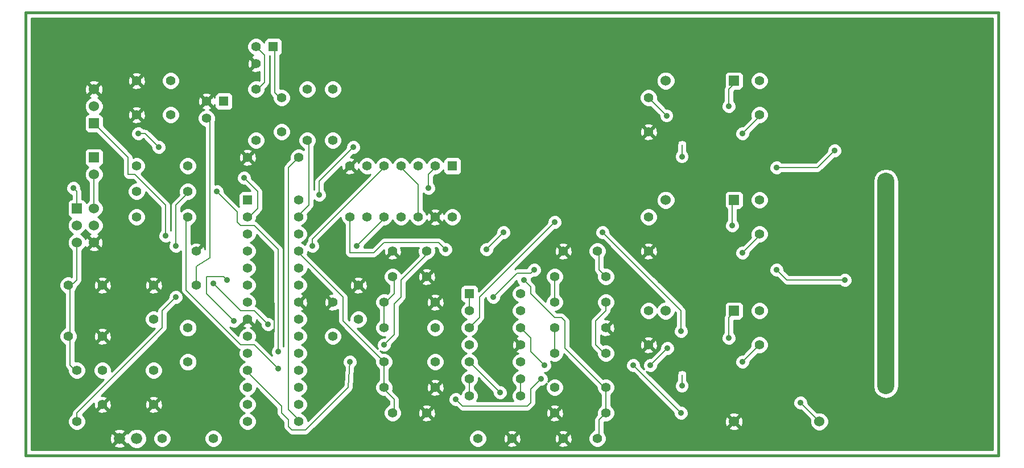
<source format=gbl>
G04 (created by PCBNEW-RS274X (2011-05-25)-stable) date Sun 14 Jun 2015 13:17:46 MST*
G01*
G70*
G90*
%MOIN*%
G04 Gerber Fmt 3.4, Leading zero omitted, Abs format*
%FSLAX34Y34*%
G04 APERTURE LIST*
%ADD10C,0.006000*%
%ADD11C,0.015000*%
%ADD12R,0.055000X0.055000*%
%ADD13C,0.055000*%
%ADD14C,0.060000*%
%ADD15R,0.060000X0.060000*%
%ADD16C,0.066000*%
%ADD17C,0.056000*%
%ADD18C,0.035000*%
%ADD19C,0.100000*%
%ADD20C,0.008000*%
%ADD21C,0.100000*%
%ADD22C,0.010000*%
G04 APERTURE END LIST*
G54D10*
G54D11*
X65000Y-07000D02*
X65000Y-33000D01*
X08000Y-33000D02*
X08000Y-07000D01*
X08000Y-07000D02*
X13000Y-07000D01*
X65000Y-33000D02*
X08000Y-33000D01*
X08000Y-07000D02*
X65000Y-07000D01*
G54D12*
X19600Y-12200D03*
G54D13*
X18600Y-12200D03*
X18600Y-13200D03*
G54D12*
X22500Y-09000D03*
G54D13*
X21500Y-09000D03*
X21500Y-10000D03*
X10500Y-23000D03*
X12500Y-23000D03*
X10500Y-26000D03*
X12500Y-26000D03*
G54D14*
X54500Y-31000D03*
X49500Y-31000D03*
G54D13*
X39000Y-27000D03*
X42000Y-27000D03*
X39000Y-30500D03*
X42000Y-30500D03*
X39000Y-29000D03*
X42000Y-29000D03*
X32000Y-29000D03*
X29000Y-29000D03*
X32000Y-27500D03*
X29000Y-27500D03*
X39000Y-22500D03*
X42000Y-22500D03*
X32000Y-24000D03*
X29000Y-24000D03*
X32000Y-25500D03*
X29000Y-25500D03*
X17500Y-19000D03*
X14500Y-19000D03*
X39000Y-25500D03*
X42000Y-25500D03*
X14500Y-16000D03*
X17500Y-16000D03*
X14500Y-17500D03*
X17500Y-17500D03*
X11000Y-31000D03*
X11000Y-28000D03*
X24000Y-15500D03*
X21000Y-15500D03*
X21500Y-11500D03*
X21500Y-14500D03*
X26000Y-11500D03*
X26000Y-14500D03*
X24500Y-14500D03*
X24500Y-11500D03*
X16000Y-32000D03*
X19000Y-32000D03*
X42000Y-24000D03*
X39000Y-24000D03*
G54D15*
X11000Y-18500D03*
G54D14*
X12000Y-18500D03*
X11000Y-19500D03*
X12000Y-19500D03*
X11000Y-20500D03*
X12000Y-20500D03*
G54D15*
X12000Y-13500D03*
G54D14*
X12000Y-12500D03*
X12000Y-11500D03*
G54D15*
X12000Y-15500D03*
G54D14*
X12000Y-16500D03*
G54D16*
X14500Y-32000D03*
X13500Y-32000D03*
G54D17*
X17500Y-27500D03*
X17500Y-25500D03*
G54D15*
X49500Y-24500D03*
G54D14*
X45500Y-24500D03*
G54D15*
X49500Y-18000D03*
G54D14*
X45500Y-18000D03*
G54D15*
X49500Y-11000D03*
G54D14*
X45500Y-11000D03*
G54D13*
X21000Y-19000D03*
X21000Y-20000D03*
X21000Y-21000D03*
X21000Y-22000D03*
X21000Y-23000D03*
X21000Y-24000D03*
X21000Y-25000D03*
X21000Y-26000D03*
X21000Y-27000D03*
X21000Y-28000D03*
X21000Y-29000D03*
X21000Y-30000D03*
X21000Y-31000D03*
G54D12*
X21000Y-18000D03*
G54D13*
X24000Y-31000D03*
X24000Y-30000D03*
X24000Y-29000D03*
X24000Y-28000D03*
X24000Y-27000D03*
X24000Y-26000D03*
X24000Y-25000D03*
X24000Y-24000D03*
X24000Y-23000D03*
X24000Y-22000D03*
X24000Y-21000D03*
X24000Y-20000D03*
X24000Y-19000D03*
X24000Y-18000D03*
G54D12*
X34000Y-23500D03*
G54D13*
X34000Y-24500D03*
X34000Y-25500D03*
X34000Y-26500D03*
X34000Y-27500D03*
X34000Y-28500D03*
X34000Y-29500D03*
X37000Y-29500D03*
X37000Y-28500D03*
X37000Y-27500D03*
X37000Y-26500D03*
X37000Y-25500D03*
X37000Y-24500D03*
X37000Y-23500D03*
X15500Y-25000D03*
X15500Y-23000D03*
X16500Y-13000D03*
X14500Y-13000D03*
X12500Y-28000D03*
X12500Y-30000D03*
X27500Y-25000D03*
X27500Y-23000D03*
X26000Y-26000D03*
X26000Y-24000D03*
X18000Y-23000D03*
X18000Y-21000D03*
X41500Y-32000D03*
X39500Y-32000D03*
X34500Y-32000D03*
X36500Y-32000D03*
X29500Y-30500D03*
X31500Y-30500D03*
X41500Y-21000D03*
X39500Y-21000D03*
X29500Y-22500D03*
X31500Y-22500D03*
X15500Y-28000D03*
X15500Y-30000D03*
X31500Y-21000D03*
X29500Y-21000D03*
X23000Y-14000D03*
X23000Y-12000D03*
X44500Y-12000D03*
X44500Y-14000D03*
X51000Y-11000D03*
X51000Y-13000D03*
X44500Y-19000D03*
X44500Y-21000D03*
X51000Y-18000D03*
X51000Y-20000D03*
X44500Y-24500D03*
X44500Y-26500D03*
X51000Y-24500D03*
X51000Y-26500D03*
X16500Y-11000D03*
X14500Y-11000D03*
G54D12*
X33000Y-16000D03*
G54D13*
X32000Y-16000D03*
X31000Y-16000D03*
X30000Y-16000D03*
X29000Y-16000D03*
X28000Y-16000D03*
X27000Y-16000D03*
X27000Y-19000D03*
X28000Y-19000D03*
X29000Y-19000D03*
X30000Y-19000D03*
X31000Y-19000D03*
X32000Y-19000D03*
X33000Y-19000D03*
G54D18*
X46450Y-15450D03*
X46450Y-28900D03*
X16800Y-23700D03*
X29000Y-26500D03*
X45550Y-13050D03*
X53400Y-29900D03*
X46400Y-30500D03*
X43600Y-27700D03*
X38400Y-27700D03*
G54D19*
X58400Y-28900D03*
X58400Y-23000D03*
X58400Y-16900D03*
G54D18*
X27200Y-14900D03*
X25200Y-17700D03*
X39000Y-19300D03*
X50000Y-14100D03*
X27000Y-27500D03*
X35400Y-23700D03*
X37800Y-22100D03*
X45600Y-26700D03*
X44600Y-27700D03*
X38200Y-28500D03*
X33200Y-29700D03*
X35800Y-29300D03*
X50000Y-27500D03*
X19200Y-17500D03*
X22800Y-26900D03*
X22800Y-27900D03*
X16800Y-20700D03*
X19000Y-22900D03*
X22200Y-25300D03*
X14600Y-14100D03*
X15800Y-14900D03*
X20800Y-16700D03*
X16200Y-20100D03*
X31600Y-17300D03*
X24800Y-20700D03*
X32600Y-20900D03*
X35000Y-20900D03*
X36000Y-19900D03*
X41800Y-19900D03*
X46400Y-25700D03*
X20200Y-25100D03*
X19800Y-22700D03*
X27400Y-20700D03*
X37200Y-22700D03*
X50000Y-21100D03*
X32800Y-12300D03*
X32800Y-11900D03*
X32800Y-11500D03*
X32800Y-11100D03*
X32800Y-10700D03*
X32800Y-10300D03*
X32800Y-09900D03*
X32800Y-09500D03*
X32800Y-09100D03*
X32800Y-08700D03*
X37200Y-12300D03*
X37200Y-11900D03*
X37200Y-10700D03*
X37200Y-09100D03*
X22400Y-23900D03*
X37200Y-08700D03*
X37200Y-11500D03*
X37200Y-11100D03*
X37200Y-10300D03*
X37200Y-09900D03*
X37200Y-09500D03*
X46450Y-22450D03*
X49400Y-19500D03*
X56000Y-22700D03*
X52000Y-22100D03*
X49200Y-12500D03*
X49200Y-26100D03*
X52000Y-16100D03*
X55400Y-15100D03*
X10800Y-17300D03*
G54D20*
X46450Y-14750D02*
X46450Y-15450D01*
X46450Y-28250D02*
X46450Y-28900D01*
X18600Y-13200D02*
X18800Y-13400D01*
X16800Y-23700D02*
X16000Y-24500D01*
X16000Y-24500D02*
X16000Y-25500D01*
X16000Y-25500D02*
X11000Y-30500D01*
X11000Y-30500D02*
X11000Y-31000D01*
X31500Y-21000D02*
X31400Y-21300D01*
X31400Y-21300D02*
X30000Y-22700D01*
X30000Y-22700D02*
X30000Y-23700D01*
X30000Y-23700D02*
X29600Y-24100D01*
X29600Y-24100D02*
X29600Y-25900D01*
X29600Y-25900D02*
X29000Y-26500D01*
X18800Y-13300D02*
X18800Y-13400D01*
X18800Y-13400D02*
X18800Y-21400D01*
X18000Y-21900D02*
X18000Y-23000D01*
X18800Y-21400D02*
X18000Y-21900D01*
X45550Y-13050D02*
X44500Y-12000D01*
X54500Y-31000D02*
X53400Y-29900D01*
X46400Y-30500D02*
X43600Y-27700D01*
X38400Y-27700D02*
X37600Y-26900D01*
X37600Y-26900D02*
X37600Y-26100D01*
X37600Y-26100D02*
X37000Y-25500D01*
G54D21*
X58400Y-23000D02*
X58400Y-28900D01*
X58400Y-16900D02*
X58400Y-23000D01*
G54D20*
X27200Y-14900D02*
X25200Y-16900D01*
X25200Y-16900D02*
X25200Y-17700D01*
X39000Y-19300D02*
X34600Y-23700D01*
X34600Y-23700D02*
X34600Y-24900D01*
X34600Y-24900D02*
X34000Y-25500D01*
X50000Y-14100D02*
X51000Y-13100D01*
X51000Y-13100D02*
X51000Y-13000D01*
X21000Y-28000D02*
X21000Y-28100D01*
X21000Y-28100D02*
X23000Y-30100D01*
X23000Y-30100D02*
X23000Y-30500D01*
X23000Y-30500D02*
X23400Y-30900D01*
X23400Y-30900D02*
X23400Y-31300D01*
X23400Y-31300D02*
X23600Y-31500D01*
X23600Y-31500D02*
X24400Y-31500D01*
X24400Y-31500D02*
X26900Y-29000D01*
X26900Y-29000D02*
X27000Y-27500D01*
X35400Y-23700D02*
X36800Y-22300D01*
X36800Y-22300D02*
X37600Y-22300D01*
X37600Y-22300D02*
X37800Y-22100D01*
X45600Y-26700D02*
X44600Y-27700D01*
X38200Y-28500D02*
X37600Y-29100D01*
X37600Y-29100D02*
X37600Y-29900D01*
X37600Y-29900D02*
X37400Y-30100D01*
X37400Y-30100D02*
X33600Y-30100D01*
X33600Y-30100D02*
X33200Y-29700D01*
X35800Y-29300D02*
X34000Y-27500D01*
X50000Y-27500D02*
X51000Y-26500D01*
X24500Y-14500D02*
X24600Y-14500D01*
X24600Y-14500D02*
X24600Y-18300D01*
X24600Y-18300D02*
X24000Y-18900D01*
X24000Y-18900D02*
X24000Y-19000D01*
X42000Y-22500D02*
X41600Y-22100D01*
X41600Y-22100D02*
X41600Y-21100D01*
X41600Y-21100D02*
X41500Y-21000D01*
X19200Y-17500D02*
X20400Y-18700D01*
X20400Y-18700D02*
X20400Y-19300D01*
X20400Y-19300D02*
X20600Y-19500D01*
X20600Y-19500D02*
X21400Y-19500D01*
X21400Y-19500D02*
X22800Y-20900D01*
X22800Y-20900D02*
X22800Y-26900D01*
X22800Y-27900D02*
X21400Y-26500D01*
X21400Y-26500D02*
X20600Y-26500D01*
X20600Y-26500D02*
X17400Y-23300D01*
X17400Y-23300D02*
X17400Y-20700D01*
X17400Y-20700D02*
X17400Y-20500D01*
X17400Y-20500D02*
X17400Y-19100D01*
X17400Y-19100D02*
X17500Y-19000D01*
X24000Y-15500D02*
X23400Y-16100D01*
X23400Y-16100D02*
X23400Y-30300D01*
X23400Y-30300D02*
X24000Y-30900D01*
X24000Y-30900D02*
X24000Y-31000D01*
X30000Y-16000D02*
X30000Y-16100D01*
X30000Y-16100D02*
X31000Y-17100D01*
X31000Y-17100D02*
X31000Y-19000D01*
X17500Y-17500D02*
X17600Y-17500D01*
X17600Y-17500D02*
X16800Y-18300D01*
X16800Y-18300D02*
X16800Y-20700D01*
X19000Y-22900D02*
X20600Y-24500D01*
X20600Y-24500D02*
X21400Y-24500D01*
X21400Y-24500D02*
X22200Y-25300D01*
X14600Y-14100D02*
X15000Y-14100D01*
X15000Y-14100D02*
X15800Y-14900D01*
X20800Y-16700D02*
X21600Y-17500D01*
X21600Y-17500D02*
X21600Y-18500D01*
X21600Y-18500D02*
X21000Y-19100D01*
X21000Y-19100D02*
X21000Y-19000D01*
X12000Y-13500D02*
X14000Y-15500D01*
X14000Y-15500D02*
X14000Y-16500D01*
X14000Y-16500D02*
X14400Y-16500D01*
X14400Y-16500D02*
X16200Y-18300D01*
X16200Y-18300D02*
X16200Y-20100D01*
X32000Y-16000D02*
X32000Y-16100D01*
X32000Y-16100D02*
X31600Y-16500D01*
X31600Y-16500D02*
X31600Y-17300D01*
X29000Y-16000D02*
X29000Y-16100D01*
X29000Y-16100D02*
X24800Y-20300D01*
X24800Y-20300D02*
X24800Y-20700D01*
X27000Y-19000D02*
X27000Y-21100D01*
X27000Y-21100D02*
X28400Y-21100D01*
X28400Y-21100D02*
X29000Y-20500D01*
X29000Y-20500D02*
X32200Y-20500D01*
X32200Y-20500D02*
X32600Y-20900D01*
X35000Y-20900D02*
X36000Y-19900D01*
X41800Y-19900D02*
X46400Y-24500D01*
X46400Y-24500D02*
X46400Y-25700D01*
X20200Y-25100D02*
X18600Y-23500D01*
X18600Y-23500D02*
X18600Y-22500D01*
X18600Y-22500D02*
X19600Y-22500D01*
X19600Y-22500D02*
X19800Y-22700D01*
X27400Y-20700D02*
X29000Y-19100D01*
X29000Y-19100D02*
X29000Y-19000D01*
X10500Y-23000D02*
X10800Y-22900D01*
X10800Y-22900D02*
X11000Y-22700D01*
X11000Y-22700D02*
X11000Y-20500D01*
X11000Y-28000D02*
X11000Y-28100D01*
X11000Y-28100D02*
X10600Y-27700D01*
X10600Y-27700D02*
X10600Y-26100D01*
X10600Y-26100D02*
X10500Y-26000D01*
X10500Y-26000D02*
X10600Y-26100D01*
X10600Y-26100D02*
X10600Y-23100D01*
X10600Y-23100D02*
X10500Y-23000D01*
X29000Y-24000D02*
X29000Y-24100D01*
X29000Y-24100D02*
X29600Y-23500D01*
X29600Y-23500D02*
X29600Y-22500D01*
X29600Y-22500D02*
X29500Y-22500D01*
X29000Y-24000D02*
X29000Y-25500D01*
X42000Y-29000D02*
X42000Y-29100D01*
X42000Y-29100D02*
X39600Y-26700D01*
X39600Y-26700D02*
X39600Y-25100D01*
X39600Y-25100D02*
X39400Y-24900D01*
X39400Y-24900D02*
X39000Y-24900D01*
X39000Y-24900D02*
X37600Y-23500D01*
X37600Y-23500D02*
X37600Y-23100D01*
X37600Y-23100D02*
X37200Y-22700D01*
X42000Y-30500D02*
X41600Y-30900D01*
X41600Y-30900D02*
X41600Y-32100D01*
X41600Y-32100D02*
X41500Y-32000D01*
X42000Y-30500D02*
X42000Y-29000D01*
X50000Y-21100D02*
X51000Y-20100D01*
X51000Y-20100D02*
X51000Y-20000D01*
X29000Y-27500D02*
X26600Y-25100D01*
X26600Y-25100D02*
X26600Y-23700D01*
X26600Y-23700D02*
X24000Y-21100D01*
X24000Y-21100D02*
X24000Y-21000D01*
X29000Y-29000D02*
X29000Y-29100D01*
X29000Y-29100D02*
X29600Y-29700D01*
X29600Y-29700D02*
X29600Y-30500D01*
X29600Y-30500D02*
X29500Y-30500D01*
X29000Y-27500D02*
X29000Y-29000D01*
X22000Y-26000D02*
X21000Y-25000D01*
X22300Y-26000D02*
X22000Y-26000D01*
X22568Y-25732D02*
X22300Y-26000D01*
X22568Y-24068D02*
X22568Y-25732D01*
X22400Y-23900D02*
X22568Y-24068D01*
X49500Y-18000D02*
X49400Y-18300D01*
X49400Y-18300D02*
X49400Y-19500D01*
X56000Y-22700D02*
X52600Y-22700D01*
X52600Y-22700D02*
X52000Y-22100D01*
X49500Y-11000D02*
X49400Y-11300D01*
X49400Y-11300D02*
X49200Y-11500D01*
X49200Y-11500D02*
X49200Y-12500D01*
X49500Y-24500D02*
X49600Y-24500D01*
X49600Y-24500D02*
X49200Y-24900D01*
X49200Y-24900D02*
X49200Y-26100D01*
X52000Y-16100D02*
X54400Y-16100D01*
X54400Y-16100D02*
X55400Y-15100D01*
X23000Y-12000D02*
X23000Y-12100D01*
X23000Y-12100D02*
X22600Y-11700D01*
X22600Y-11700D02*
X22600Y-09100D01*
X22600Y-09100D02*
X22500Y-09000D01*
X21500Y-11500D02*
X21600Y-11500D01*
X21600Y-11500D02*
X22000Y-11100D01*
X22000Y-11100D02*
X22000Y-09500D01*
X22000Y-09500D02*
X21500Y-09000D01*
X12000Y-16500D02*
X12000Y-18500D01*
X10800Y-17300D02*
X11000Y-17500D01*
X11000Y-17500D02*
X11000Y-18500D01*
X37000Y-28500D02*
X37000Y-29500D01*
X34000Y-28500D02*
X34000Y-29500D01*
X39000Y-27000D02*
X39000Y-25500D01*
X42000Y-27000D02*
X42000Y-27100D01*
X42000Y-27100D02*
X41400Y-26500D01*
X41400Y-26500D02*
X41400Y-25100D01*
X41400Y-25100D02*
X42000Y-24500D01*
X42000Y-24500D02*
X42000Y-24000D01*
X39000Y-22500D02*
X39000Y-24000D01*
X34000Y-23500D02*
X34000Y-24500D01*
G54D10*
G36*
X22510Y-25009D02*
X22441Y-24940D01*
X22285Y-24875D01*
X22185Y-24875D01*
X21605Y-24295D01*
X21511Y-24232D01*
X21475Y-24224D01*
X21525Y-24105D01*
X21525Y-23896D01*
X21445Y-23703D01*
X21298Y-23555D01*
X21164Y-23499D01*
X21297Y-23445D01*
X21445Y-23298D01*
X21525Y-23105D01*
X21525Y-22896D01*
X21445Y-22703D01*
X21298Y-22555D01*
X21164Y-22499D01*
X21297Y-22445D01*
X21445Y-22298D01*
X21525Y-22105D01*
X21525Y-21896D01*
X21445Y-21703D01*
X21298Y-21555D01*
X21164Y-21499D01*
X21297Y-21445D01*
X21445Y-21298D01*
X21525Y-21105D01*
X21525Y-20896D01*
X21445Y-20703D01*
X21298Y-20555D01*
X21164Y-20499D01*
X21297Y-20445D01*
X21445Y-20298D01*
X21525Y-20105D01*
X21525Y-20035D01*
X22510Y-21020D01*
X22510Y-25009D01*
X22510Y-25009D01*
G37*
G54D22*
X22510Y-25009D02*
X22441Y-24940D01*
X22285Y-24875D01*
X22185Y-24875D01*
X21605Y-24295D01*
X21511Y-24232D01*
X21475Y-24224D01*
X21525Y-24105D01*
X21525Y-23896D01*
X21445Y-23703D01*
X21298Y-23555D01*
X21164Y-23499D01*
X21297Y-23445D01*
X21445Y-23298D01*
X21525Y-23105D01*
X21525Y-22896D01*
X21445Y-22703D01*
X21298Y-22555D01*
X21164Y-22499D01*
X21297Y-22445D01*
X21445Y-22298D01*
X21525Y-22105D01*
X21525Y-21896D01*
X21445Y-21703D01*
X21298Y-21555D01*
X21164Y-21499D01*
X21297Y-21445D01*
X21445Y-21298D01*
X21525Y-21105D01*
X21525Y-20896D01*
X21445Y-20703D01*
X21298Y-20555D01*
X21164Y-20499D01*
X21297Y-20445D01*
X21445Y-20298D01*
X21525Y-20105D01*
X21525Y-20035D01*
X22510Y-21020D01*
X22510Y-25009D01*
G54D10*
G36*
X22510Y-26589D02*
X22440Y-26659D01*
X22375Y-26815D01*
X22375Y-26984D01*
X22431Y-27121D01*
X21605Y-26295D01*
X21511Y-26232D01*
X21475Y-26224D01*
X21525Y-26105D01*
X21525Y-25896D01*
X21445Y-25703D01*
X21298Y-25555D01*
X21157Y-25496D01*
X21267Y-25452D01*
X21290Y-25361D01*
X21000Y-25071D01*
X20710Y-25361D01*
X20733Y-25452D01*
X20851Y-25493D01*
X20703Y-25555D01*
X20555Y-25702D01*
X20475Y-25895D01*
X20475Y-25965D01*
X19977Y-25467D01*
X20115Y-25525D01*
X20284Y-25525D01*
X20440Y-25461D01*
X20560Y-25341D01*
X20586Y-25276D01*
X20639Y-25290D01*
X20894Y-25035D01*
X20929Y-25000D01*
X21000Y-24929D01*
X21071Y-25000D01*
X21106Y-25035D01*
X21361Y-25290D01*
X21452Y-25267D01*
X21519Y-25074D01*
X21516Y-25026D01*
X21775Y-25285D01*
X21775Y-25384D01*
X21839Y-25540D01*
X21959Y-25660D01*
X22115Y-25725D01*
X22284Y-25725D01*
X22440Y-25661D01*
X22510Y-25591D01*
X22510Y-26589D01*
X22510Y-26589D01*
G37*
G54D22*
X22510Y-26589D02*
X22440Y-26659D01*
X22375Y-26815D01*
X22375Y-26984D01*
X22431Y-27121D01*
X21605Y-26295D01*
X21511Y-26232D01*
X21475Y-26224D01*
X21525Y-26105D01*
X21525Y-25896D01*
X21445Y-25703D01*
X21298Y-25555D01*
X21157Y-25496D01*
X21267Y-25452D01*
X21290Y-25361D01*
X21000Y-25071D01*
X20710Y-25361D01*
X20733Y-25452D01*
X20851Y-25493D01*
X20703Y-25555D01*
X20555Y-25702D01*
X20475Y-25895D01*
X20475Y-25965D01*
X19977Y-25467D01*
X20115Y-25525D01*
X20284Y-25525D01*
X20440Y-25461D01*
X20560Y-25341D01*
X20586Y-25276D01*
X20639Y-25290D01*
X20894Y-25035D01*
X20929Y-25000D01*
X21000Y-24929D01*
X21071Y-25000D01*
X21106Y-25035D01*
X21361Y-25290D01*
X21452Y-25267D01*
X21519Y-25074D01*
X21516Y-25026D01*
X21775Y-25285D01*
X21775Y-25384D01*
X21839Y-25540D01*
X21959Y-25660D01*
X22115Y-25725D01*
X22284Y-25725D01*
X22440Y-25661D01*
X22510Y-25591D01*
X22510Y-26589D01*
G54D10*
G36*
X31036Y-21253D02*
X29986Y-22303D01*
X29945Y-22203D01*
X29798Y-22055D01*
X29790Y-22051D01*
X29790Y-21361D01*
X29500Y-21071D01*
X29210Y-21361D01*
X29233Y-21452D01*
X29426Y-21519D01*
X29630Y-21508D01*
X29767Y-21452D01*
X29790Y-21361D01*
X29790Y-22051D01*
X29605Y-21975D01*
X29396Y-21975D01*
X29203Y-22055D01*
X29055Y-22202D01*
X28975Y-22395D01*
X28975Y-22604D01*
X29055Y-22797D01*
X29202Y-22945D01*
X29310Y-22989D01*
X29310Y-23380D01*
X29182Y-23507D01*
X29105Y-23475D01*
X28896Y-23475D01*
X28703Y-23555D01*
X28555Y-23702D01*
X28475Y-23895D01*
X28475Y-24104D01*
X28555Y-24297D01*
X28702Y-24445D01*
X28710Y-24448D01*
X28710Y-25052D01*
X28703Y-25055D01*
X28555Y-25202D01*
X28475Y-25395D01*
X28475Y-25604D01*
X28555Y-25797D01*
X28702Y-25945D01*
X28895Y-26025D01*
X29065Y-26025D01*
X29015Y-26075D01*
X28916Y-26075D01*
X28760Y-26139D01*
X28640Y-26259D01*
X28575Y-26415D01*
X28575Y-26584D01*
X28631Y-26721D01*
X27435Y-25525D01*
X27604Y-25525D01*
X27797Y-25445D01*
X27945Y-25298D01*
X28025Y-25105D01*
X28025Y-24896D01*
X28019Y-24881D01*
X28019Y-23074D01*
X28008Y-22870D01*
X27952Y-22733D01*
X27861Y-22710D01*
X27790Y-22781D01*
X27790Y-22639D01*
X27767Y-22548D01*
X27574Y-22481D01*
X27370Y-22492D01*
X27233Y-22548D01*
X27210Y-22639D01*
X27500Y-22929D01*
X27790Y-22639D01*
X27790Y-22781D01*
X27571Y-23000D01*
X27861Y-23290D01*
X27952Y-23267D01*
X28019Y-23074D01*
X28019Y-24881D01*
X27945Y-24703D01*
X27798Y-24555D01*
X27790Y-24551D01*
X27790Y-23361D01*
X27500Y-23071D01*
X27429Y-23142D01*
X27429Y-23000D01*
X27139Y-22710D01*
X27048Y-22733D01*
X26981Y-22926D01*
X26992Y-23130D01*
X27048Y-23267D01*
X27139Y-23290D01*
X27429Y-23000D01*
X27429Y-23142D01*
X27210Y-23361D01*
X27233Y-23452D01*
X27426Y-23519D01*
X27630Y-23508D01*
X27767Y-23452D01*
X27790Y-23361D01*
X27790Y-24551D01*
X27605Y-24475D01*
X27396Y-24475D01*
X27203Y-24555D01*
X27055Y-24702D01*
X26975Y-24895D01*
X26975Y-25065D01*
X26890Y-24980D01*
X26890Y-23700D01*
X26889Y-23699D01*
X26868Y-23589D01*
X26867Y-23588D01*
X26805Y-23495D01*
X26804Y-23494D01*
X24492Y-21182D01*
X24525Y-21105D01*
X24525Y-21026D01*
X24559Y-21060D01*
X24715Y-21125D01*
X24884Y-21125D01*
X25040Y-21061D01*
X25160Y-20941D01*
X25225Y-20785D01*
X25225Y-20616D01*
X25161Y-20460D01*
X25105Y-20404D01*
X26475Y-19035D01*
X26475Y-19104D01*
X26555Y-19297D01*
X26702Y-19445D01*
X26710Y-19448D01*
X26710Y-21100D01*
X26732Y-21211D01*
X26795Y-21305D01*
X26889Y-21368D01*
X27000Y-21390D01*
X28400Y-21390D01*
X28511Y-21368D01*
X28605Y-21305D01*
X28981Y-20928D01*
X28992Y-21130D01*
X29048Y-21267D01*
X29139Y-21290D01*
X29394Y-21035D01*
X29429Y-21000D01*
X29500Y-20929D01*
X29571Y-21000D01*
X29606Y-21035D01*
X29861Y-21290D01*
X29952Y-21267D01*
X30019Y-21074D01*
X30008Y-20870D01*
X29975Y-20790D01*
X31018Y-20790D01*
X30975Y-20895D01*
X30975Y-21104D01*
X31036Y-21253D01*
X31036Y-21253D01*
G37*
G54D22*
X31036Y-21253D02*
X29986Y-22303D01*
X29945Y-22203D01*
X29798Y-22055D01*
X29790Y-22051D01*
X29790Y-21361D01*
X29500Y-21071D01*
X29210Y-21361D01*
X29233Y-21452D01*
X29426Y-21519D01*
X29630Y-21508D01*
X29767Y-21452D01*
X29790Y-21361D01*
X29790Y-22051D01*
X29605Y-21975D01*
X29396Y-21975D01*
X29203Y-22055D01*
X29055Y-22202D01*
X28975Y-22395D01*
X28975Y-22604D01*
X29055Y-22797D01*
X29202Y-22945D01*
X29310Y-22989D01*
X29310Y-23380D01*
X29182Y-23507D01*
X29105Y-23475D01*
X28896Y-23475D01*
X28703Y-23555D01*
X28555Y-23702D01*
X28475Y-23895D01*
X28475Y-24104D01*
X28555Y-24297D01*
X28702Y-24445D01*
X28710Y-24448D01*
X28710Y-25052D01*
X28703Y-25055D01*
X28555Y-25202D01*
X28475Y-25395D01*
X28475Y-25604D01*
X28555Y-25797D01*
X28702Y-25945D01*
X28895Y-26025D01*
X29065Y-26025D01*
X29015Y-26075D01*
X28916Y-26075D01*
X28760Y-26139D01*
X28640Y-26259D01*
X28575Y-26415D01*
X28575Y-26584D01*
X28631Y-26721D01*
X27435Y-25525D01*
X27604Y-25525D01*
X27797Y-25445D01*
X27945Y-25298D01*
X28025Y-25105D01*
X28025Y-24896D01*
X28019Y-24881D01*
X28019Y-23074D01*
X28008Y-22870D01*
X27952Y-22733D01*
X27861Y-22710D01*
X27790Y-22781D01*
X27790Y-22639D01*
X27767Y-22548D01*
X27574Y-22481D01*
X27370Y-22492D01*
X27233Y-22548D01*
X27210Y-22639D01*
X27500Y-22929D01*
X27790Y-22639D01*
X27790Y-22781D01*
X27571Y-23000D01*
X27861Y-23290D01*
X27952Y-23267D01*
X28019Y-23074D01*
X28019Y-24881D01*
X27945Y-24703D01*
X27798Y-24555D01*
X27790Y-24551D01*
X27790Y-23361D01*
X27500Y-23071D01*
X27429Y-23142D01*
X27429Y-23000D01*
X27139Y-22710D01*
X27048Y-22733D01*
X26981Y-22926D01*
X26992Y-23130D01*
X27048Y-23267D01*
X27139Y-23290D01*
X27429Y-23000D01*
X27429Y-23142D01*
X27210Y-23361D01*
X27233Y-23452D01*
X27426Y-23519D01*
X27630Y-23508D01*
X27767Y-23452D01*
X27790Y-23361D01*
X27790Y-24551D01*
X27605Y-24475D01*
X27396Y-24475D01*
X27203Y-24555D01*
X27055Y-24702D01*
X26975Y-24895D01*
X26975Y-25065D01*
X26890Y-24980D01*
X26890Y-23700D01*
X26889Y-23699D01*
X26868Y-23589D01*
X26867Y-23588D01*
X26805Y-23495D01*
X26804Y-23494D01*
X24492Y-21182D01*
X24525Y-21105D01*
X24525Y-21026D01*
X24559Y-21060D01*
X24715Y-21125D01*
X24884Y-21125D01*
X25040Y-21061D01*
X25160Y-20941D01*
X25225Y-20785D01*
X25225Y-20616D01*
X25161Y-20460D01*
X25105Y-20404D01*
X26475Y-19035D01*
X26475Y-19104D01*
X26555Y-19297D01*
X26702Y-19445D01*
X26710Y-19448D01*
X26710Y-21100D01*
X26732Y-21211D01*
X26795Y-21305D01*
X26889Y-21368D01*
X27000Y-21390D01*
X28400Y-21390D01*
X28511Y-21368D01*
X28605Y-21305D01*
X28981Y-20928D01*
X28992Y-21130D01*
X29048Y-21267D01*
X29139Y-21290D01*
X29394Y-21035D01*
X29429Y-21000D01*
X29500Y-20929D01*
X29571Y-21000D01*
X29606Y-21035D01*
X29861Y-21290D01*
X29952Y-21267D01*
X30019Y-21074D01*
X30008Y-20870D01*
X29975Y-20790D01*
X31018Y-20790D01*
X30975Y-20895D01*
X30975Y-21104D01*
X31036Y-21253D01*
G54D10*
G36*
X37071Y-26500D02*
X37000Y-26571D01*
X36965Y-26606D01*
X36929Y-26642D01*
X36929Y-26500D01*
X36639Y-26210D01*
X36548Y-26233D01*
X36481Y-26426D01*
X36492Y-26630D01*
X36548Y-26767D01*
X36639Y-26790D01*
X36929Y-26500D01*
X36929Y-26642D01*
X36710Y-26861D01*
X36733Y-26952D01*
X36851Y-26993D01*
X36703Y-27055D01*
X36555Y-27202D01*
X36475Y-27395D01*
X36475Y-27604D01*
X36555Y-27797D01*
X36702Y-27945D01*
X36835Y-28000D01*
X36703Y-28055D01*
X36555Y-28202D01*
X36475Y-28395D01*
X36475Y-28604D01*
X36555Y-28797D01*
X36702Y-28945D01*
X36710Y-28948D01*
X36710Y-29052D01*
X36703Y-29055D01*
X36555Y-29202D01*
X36475Y-29395D01*
X36475Y-29604D01*
X36555Y-29797D01*
X36567Y-29810D01*
X34432Y-29810D01*
X34445Y-29798D01*
X34525Y-29605D01*
X34525Y-29396D01*
X34445Y-29203D01*
X34298Y-29055D01*
X34290Y-29051D01*
X34290Y-28947D01*
X34297Y-28945D01*
X34445Y-28798D01*
X34525Y-28605D01*
X34525Y-28435D01*
X35375Y-29285D01*
X35375Y-29384D01*
X35439Y-29540D01*
X35559Y-29660D01*
X35715Y-29725D01*
X35884Y-29725D01*
X36040Y-29661D01*
X36160Y-29541D01*
X36225Y-29385D01*
X36225Y-29216D01*
X36161Y-29060D01*
X36041Y-28940D01*
X35885Y-28875D01*
X35785Y-28875D01*
X34522Y-27612D01*
X34525Y-27605D01*
X34525Y-27396D01*
X34445Y-27203D01*
X34298Y-27055D01*
X34164Y-26999D01*
X34297Y-26945D01*
X34445Y-26798D01*
X34525Y-26605D01*
X34525Y-26396D01*
X34445Y-26203D01*
X34298Y-26055D01*
X34164Y-25999D01*
X34297Y-25945D01*
X34445Y-25798D01*
X34525Y-25605D01*
X34525Y-25396D01*
X34521Y-25388D01*
X34805Y-25105D01*
X34868Y-25011D01*
X34890Y-24900D01*
X34890Y-23820D01*
X34975Y-23735D01*
X34975Y-23784D01*
X35039Y-23940D01*
X35159Y-24060D01*
X35315Y-24125D01*
X35484Y-24125D01*
X35640Y-24061D01*
X35760Y-23941D01*
X35825Y-23785D01*
X35825Y-23685D01*
X36775Y-22735D01*
X36775Y-22784D01*
X36839Y-22940D01*
X36880Y-22981D01*
X36703Y-23055D01*
X36555Y-23202D01*
X36475Y-23395D01*
X36475Y-23604D01*
X36555Y-23797D01*
X36702Y-23945D01*
X36835Y-24000D01*
X36703Y-24055D01*
X36555Y-24202D01*
X36475Y-24395D01*
X36475Y-24604D01*
X36555Y-24797D01*
X36702Y-24945D01*
X36835Y-25000D01*
X36703Y-25055D01*
X36555Y-25202D01*
X36475Y-25395D01*
X36475Y-25604D01*
X36555Y-25797D01*
X36702Y-25945D01*
X36842Y-26003D01*
X36733Y-26048D01*
X36710Y-26139D01*
X36965Y-26394D01*
X37000Y-26429D01*
X37071Y-26500D01*
X37071Y-26500D01*
G37*
G54D22*
X37071Y-26500D02*
X37000Y-26571D01*
X36965Y-26606D01*
X36929Y-26642D01*
X36929Y-26500D01*
X36639Y-26210D01*
X36548Y-26233D01*
X36481Y-26426D01*
X36492Y-26630D01*
X36548Y-26767D01*
X36639Y-26790D01*
X36929Y-26500D01*
X36929Y-26642D01*
X36710Y-26861D01*
X36733Y-26952D01*
X36851Y-26993D01*
X36703Y-27055D01*
X36555Y-27202D01*
X36475Y-27395D01*
X36475Y-27604D01*
X36555Y-27797D01*
X36702Y-27945D01*
X36835Y-28000D01*
X36703Y-28055D01*
X36555Y-28202D01*
X36475Y-28395D01*
X36475Y-28604D01*
X36555Y-28797D01*
X36702Y-28945D01*
X36710Y-28948D01*
X36710Y-29052D01*
X36703Y-29055D01*
X36555Y-29202D01*
X36475Y-29395D01*
X36475Y-29604D01*
X36555Y-29797D01*
X36567Y-29810D01*
X34432Y-29810D01*
X34445Y-29798D01*
X34525Y-29605D01*
X34525Y-29396D01*
X34445Y-29203D01*
X34298Y-29055D01*
X34290Y-29051D01*
X34290Y-28947D01*
X34297Y-28945D01*
X34445Y-28798D01*
X34525Y-28605D01*
X34525Y-28435D01*
X35375Y-29285D01*
X35375Y-29384D01*
X35439Y-29540D01*
X35559Y-29660D01*
X35715Y-29725D01*
X35884Y-29725D01*
X36040Y-29661D01*
X36160Y-29541D01*
X36225Y-29385D01*
X36225Y-29216D01*
X36161Y-29060D01*
X36041Y-28940D01*
X35885Y-28875D01*
X35785Y-28875D01*
X34522Y-27612D01*
X34525Y-27605D01*
X34525Y-27396D01*
X34445Y-27203D01*
X34298Y-27055D01*
X34164Y-26999D01*
X34297Y-26945D01*
X34445Y-26798D01*
X34525Y-26605D01*
X34525Y-26396D01*
X34445Y-26203D01*
X34298Y-26055D01*
X34164Y-25999D01*
X34297Y-25945D01*
X34445Y-25798D01*
X34525Y-25605D01*
X34525Y-25396D01*
X34521Y-25388D01*
X34805Y-25105D01*
X34868Y-25011D01*
X34890Y-24900D01*
X34890Y-23820D01*
X34975Y-23735D01*
X34975Y-23784D01*
X35039Y-23940D01*
X35159Y-24060D01*
X35315Y-24125D01*
X35484Y-24125D01*
X35640Y-24061D01*
X35760Y-23941D01*
X35825Y-23785D01*
X35825Y-23685D01*
X36775Y-22735D01*
X36775Y-22784D01*
X36839Y-22940D01*
X36880Y-22981D01*
X36703Y-23055D01*
X36555Y-23202D01*
X36475Y-23395D01*
X36475Y-23604D01*
X36555Y-23797D01*
X36702Y-23945D01*
X36835Y-24000D01*
X36703Y-24055D01*
X36555Y-24202D01*
X36475Y-24395D01*
X36475Y-24604D01*
X36555Y-24797D01*
X36702Y-24945D01*
X36835Y-25000D01*
X36703Y-25055D01*
X36555Y-25202D01*
X36475Y-25395D01*
X36475Y-25604D01*
X36555Y-25797D01*
X36702Y-25945D01*
X36842Y-26003D01*
X36733Y-26048D01*
X36710Y-26139D01*
X36965Y-26394D01*
X37000Y-26429D01*
X37071Y-26500D01*
G54D10*
G36*
X64675Y-32675D02*
X59150Y-32675D01*
X59150Y-28900D01*
X59150Y-23000D01*
X59150Y-16900D01*
X59093Y-16613D01*
X58930Y-16370D01*
X58687Y-16207D01*
X58400Y-16150D01*
X58113Y-16207D01*
X57870Y-16370D01*
X57707Y-16613D01*
X57650Y-16900D01*
X57650Y-23000D01*
X57650Y-28900D01*
X57707Y-29187D01*
X57870Y-29430D01*
X58113Y-29593D01*
X58400Y-29650D01*
X58687Y-29593D01*
X58930Y-29430D01*
X59093Y-29187D01*
X59150Y-28900D01*
X59150Y-32675D01*
X56425Y-32675D01*
X56425Y-22785D01*
X56425Y-22616D01*
X56361Y-22460D01*
X56241Y-22340D01*
X56085Y-22275D01*
X55916Y-22275D01*
X55825Y-22312D01*
X55825Y-15185D01*
X55825Y-15016D01*
X55761Y-14860D01*
X55641Y-14740D01*
X55485Y-14675D01*
X55316Y-14675D01*
X55160Y-14739D01*
X55040Y-14859D01*
X54975Y-15015D01*
X54975Y-15115D01*
X54280Y-15810D01*
X52311Y-15810D01*
X52241Y-15740D01*
X52085Y-15675D01*
X51916Y-15675D01*
X51760Y-15739D01*
X51640Y-15859D01*
X51575Y-16015D01*
X51575Y-16184D01*
X51639Y-16340D01*
X51759Y-16460D01*
X51915Y-16525D01*
X52084Y-16525D01*
X52240Y-16461D01*
X52311Y-16390D01*
X54400Y-16390D01*
X54511Y-16368D01*
X54605Y-16305D01*
X55385Y-15525D01*
X55484Y-15525D01*
X55640Y-15461D01*
X55760Y-15341D01*
X55825Y-15185D01*
X55825Y-22312D01*
X55760Y-22339D01*
X55689Y-22410D01*
X52720Y-22410D01*
X52425Y-22115D01*
X52425Y-22016D01*
X52361Y-21860D01*
X52241Y-21740D01*
X52085Y-21675D01*
X51916Y-21675D01*
X51760Y-21739D01*
X51640Y-21859D01*
X51575Y-22015D01*
X51575Y-22184D01*
X51639Y-22340D01*
X51759Y-22460D01*
X51915Y-22525D01*
X52015Y-22525D01*
X52395Y-22905D01*
X52489Y-22968D01*
X52600Y-22990D01*
X55689Y-22990D01*
X55759Y-23060D01*
X55915Y-23125D01*
X56084Y-23125D01*
X56240Y-23061D01*
X56360Y-22941D01*
X56425Y-22785D01*
X56425Y-32675D01*
X55049Y-32675D01*
X55049Y-31109D01*
X55049Y-30891D01*
X54965Y-30689D01*
X54811Y-30535D01*
X54609Y-30451D01*
X54391Y-30451D01*
X54370Y-30459D01*
X53825Y-29914D01*
X53825Y-29816D01*
X53761Y-29660D01*
X53641Y-29540D01*
X53485Y-29475D01*
X53316Y-29475D01*
X53160Y-29539D01*
X53040Y-29659D01*
X52975Y-29815D01*
X52975Y-29984D01*
X53039Y-30140D01*
X53159Y-30260D01*
X53315Y-30325D01*
X53414Y-30325D01*
X53959Y-30870D01*
X53951Y-30891D01*
X53951Y-31109D01*
X54035Y-31311D01*
X54189Y-31465D01*
X54391Y-31549D01*
X54609Y-31549D01*
X54811Y-31465D01*
X54965Y-31311D01*
X55049Y-31109D01*
X55049Y-32675D01*
X51525Y-32675D01*
X51525Y-26605D01*
X51525Y-26396D01*
X51525Y-24605D01*
X51525Y-24396D01*
X51525Y-20105D01*
X51525Y-19896D01*
X51525Y-18105D01*
X51525Y-17896D01*
X51525Y-13105D01*
X51525Y-12896D01*
X51525Y-11105D01*
X51525Y-10896D01*
X51445Y-10703D01*
X51298Y-10555D01*
X51105Y-10475D01*
X50896Y-10475D01*
X50703Y-10555D01*
X50555Y-10702D01*
X50475Y-10895D01*
X50475Y-11104D01*
X50555Y-11297D01*
X50702Y-11445D01*
X50895Y-11525D01*
X51104Y-11525D01*
X51297Y-11445D01*
X51445Y-11298D01*
X51525Y-11105D01*
X51525Y-12896D01*
X51445Y-12703D01*
X51298Y-12555D01*
X51105Y-12475D01*
X50896Y-12475D01*
X50703Y-12555D01*
X50555Y-12702D01*
X50475Y-12895D01*
X50475Y-13104D01*
X50507Y-13182D01*
X50049Y-13640D01*
X50049Y-11350D01*
X50049Y-11251D01*
X50049Y-10651D01*
X50011Y-10559D01*
X49941Y-10489D01*
X49850Y-10451D01*
X49751Y-10451D01*
X49151Y-10451D01*
X49059Y-10489D01*
X48989Y-10559D01*
X48951Y-10650D01*
X48951Y-10749D01*
X48951Y-11349D01*
X48953Y-11356D01*
X48932Y-11389D01*
X48910Y-11500D01*
X48910Y-12189D01*
X48840Y-12259D01*
X48775Y-12415D01*
X48775Y-12584D01*
X48839Y-12740D01*
X48959Y-12860D01*
X49115Y-12925D01*
X49284Y-12925D01*
X49440Y-12861D01*
X49560Y-12741D01*
X49625Y-12585D01*
X49625Y-12416D01*
X49561Y-12260D01*
X49490Y-12189D01*
X49490Y-11620D01*
X49561Y-11549D01*
X49849Y-11549D01*
X49941Y-11511D01*
X50011Y-11441D01*
X50049Y-11350D01*
X50049Y-13640D01*
X50015Y-13675D01*
X49916Y-13675D01*
X49760Y-13739D01*
X49640Y-13859D01*
X49575Y-14015D01*
X49575Y-14184D01*
X49639Y-14340D01*
X49759Y-14460D01*
X49915Y-14525D01*
X50084Y-14525D01*
X50240Y-14461D01*
X50360Y-14341D01*
X50425Y-14185D01*
X50425Y-14085D01*
X50985Y-13525D01*
X51104Y-13525D01*
X51297Y-13445D01*
X51445Y-13298D01*
X51525Y-13105D01*
X51525Y-17896D01*
X51445Y-17703D01*
X51298Y-17555D01*
X51105Y-17475D01*
X50896Y-17475D01*
X50703Y-17555D01*
X50555Y-17702D01*
X50475Y-17895D01*
X50475Y-18104D01*
X50555Y-18297D01*
X50702Y-18445D01*
X50895Y-18525D01*
X51104Y-18525D01*
X51297Y-18445D01*
X51445Y-18298D01*
X51525Y-18105D01*
X51525Y-19896D01*
X51445Y-19703D01*
X51298Y-19555D01*
X51105Y-19475D01*
X50896Y-19475D01*
X50703Y-19555D01*
X50555Y-19702D01*
X50475Y-19895D01*
X50475Y-20104D01*
X50507Y-20182D01*
X50049Y-20640D01*
X50049Y-18350D01*
X50049Y-18251D01*
X50049Y-17651D01*
X50011Y-17559D01*
X49941Y-17489D01*
X49850Y-17451D01*
X49751Y-17451D01*
X49151Y-17451D01*
X49059Y-17489D01*
X48989Y-17559D01*
X48951Y-17650D01*
X48951Y-17749D01*
X48951Y-18349D01*
X48989Y-18441D01*
X49059Y-18511D01*
X49110Y-18532D01*
X49110Y-19189D01*
X49040Y-19259D01*
X48975Y-19415D01*
X48975Y-19584D01*
X49039Y-19740D01*
X49159Y-19860D01*
X49315Y-19925D01*
X49484Y-19925D01*
X49640Y-19861D01*
X49760Y-19741D01*
X49825Y-19585D01*
X49825Y-19416D01*
X49761Y-19260D01*
X49690Y-19189D01*
X49690Y-18549D01*
X49849Y-18549D01*
X49941Y-18511D01*
X50011Y-18441D01*
X50049Y-18350D01*
X50049Y-20640D01*
X50015Y-20675D01*
X49916Y-20675D01*
X49760Y-20739D01*
X49640Y-20859D01*
X49575Y-21015D01*
X49575Y-21184D01*
X49639Y-21340D01*
X49759Y-21460D01*
X49915Y-21525D01*
X50084Y-21525D01*
X50240Y-21461D01*
X50360Y-21341D01*
X50425Y-21185D01*
X50425Y-21085D01*
X50985Y-20525D01*
X51104Y-20525D01*
X51297Y-20445D01*
X51445Y-20298D01*
X51525Y-20105D01*
X51525Y-24396D01*
X51445Y-24203D01*
X51298Y-24055D01*
X51105Y-23975D01*
X50896Y-23975D01*
X50703Y-24055D01*
X50555Y-24202D01*
X50475Y-24395D01*
X50475Y-24604D01*
X50555Y-24797D01*
X50702Y-24945D01*
X50895Y-25025D01*
X51104Y-25025D01*
X51297Y-24945D01*
X51445Y-24798D01*
X51525Y-24605D01*
X51525Y-26396D01*
X51445Y-26203D01*
X51298Y-26055D01*
X51105Y-25975D01*
X50896Y-25975D01*
X50703Y-26055D01*
X50555Y-26202D01*
X50475Y-26395D01*
X50475Y-26604D01*
X50478Y-26611D01*
X50049Y-27040D01*
X50049Y-24850D01*
X50049Y-24751D01*
X50049Y-24151D01*
X50011Y-24059D01*
X49941Y-23989D01*
X49850Y-23951D01*
X49751Y-23951D01*
X49151Y-23951D01*
X49059Y-23989D01*
X48989Y-24059D01*
X48951Y-24150D01*
X48951Y-24249D01*
X48951Y-24760D01*
X48932Y-24789D01*
X48910Y-24900D01*
X48910Y-25789D01*
X48840Y-25859D01*
X48775Y-26015D01*
X48775Y-26184D01*
X48839Y-26340D01*
X48959Y-26460D01*
X49115Y-26525D01*
X49284Y-26525D01*
X49440Y-26461D01*
X49560Y-26341D01*
X49625Y-26185D01*
X49625Y-26016D01*
X49561Y-25860D01*
X49490Y-25789D01*
X49490Y-25049D01*
X49849Y-25049D01*
X49941Y-25011D01*
X50011Y-24941D01*
X50049Y-24850D01*
X50049Y-27040D01*
X50015Y-27075D01*
X49916Y-27075D01*
X49760Y-27139D01*
X49640Y-27259D01*
X49575Y-27415D01*
X49575Y-27584D01*
X49639Y-27740D01*
X49759Y-27860D01*
X49915Y-27925D01*
X50084Y-27925D01*
X50240Y-27861D01*
X50360Y-27741D01*
X50425Y-27585D01*
X50425Y-27485D01*
X50887Y-27022D01*
X50895Y-27025D01*
X51104Y-27025D01*
X51297Y-26945D01*
X51445Y-26798D01*
X51525Y-26605D01*
X51525Y-32675D01*
X50043Y-32675D01*
X50043Y-31079D01*
X50032Y-30866D01*
X49972Y-30719D01*
X49878Y-30692D01*
X49808Y-30762D01*
X49808Y-30622D01*
X49781Y-30528D01*
X49579Y-30457D01*
X49366Y-30468D01*
X49219Y-30528D01*
X49192Y-30622D01*
X49500Y-30929D01*
X49808Y-30622D01*
X49808Y-30762D01*
X49571Y-31000D01*
X49878Y-31308D01*
X49972Y-31281D01*
X50043Y-31079D01*
X50043Y-32675D01*
X49808Y-32675D01*
X49808Y-31378D01*
X49500Y-31071D01*
X49429Y-31141D01*
X49429Y-31000D01*
X49122Y-30692D01*
X49028Y-30719D01*
X48957Y-30921D01*
X48968Y-31134D01*
X49028Y-31281D01*
X49122Y-31308D01*
X49429Y-31000D01*
X49429Y-31141D01*
X49192Y-31378D01*
X49219Y-31472D01*
X49421Y-31543D01*
X49634Y-31532D01*
X49781Y-31472D01*
X49808Y-31378D01*
X49808Y-32675D01*
X46875Y-32675D01*
X46875Y-28985D01*
X46875Y-28816D01*
X46875Y-15535D01*
X46875Y-15366D01*
X46811Y-15210D01*
X46740Y-15139D01*
X46740Y-14750D01*
X46718Y-14639D01*
X46655Y-14545D01*
X46561Y-14482D01*
X46450Y-14460D01*
X46339Y-14482D01*
X46245Y-14545D01*
X46182Y-14639D01*
X46160Y-14750D01*
X46160Y-15139D01*
X46090Y-15209D01*
X46049Y-15307D01*
X46049Y-11109D01*
X46049Y-10891D01*
X45965Y-10689D01*
X45811Y-10535D01*
X45609Y-10451D01*
X45391Y-10451D01*
X45189Y-10535D01*
X45035Y-10689D01*
X44951Y-10891D01*
X44951Y-11109D01*
X45035Y-11311D01*
X45189Y-11465D01*
X45391Y-11549D01*
X45609Y-11549D01*
X45811Y-11465D01*
X45965Y-11311D01*
X46049Y-11109D01*
X46049Y-15307D01*
X46025Y-15365D01*
X46025Y-15534D01*
X46089Y-15690D01*
X46209Y-15810D01*
X46365Y-15875D01*
X46534Y-15875D01*
X46690Y-15811D01*
X46810Y-15691D01*
X46875Y-15535D01*
X46875Y-28816D01*
X46825Y-28694D01*
X46825Y-25785D01*
X46825Y-25616D01*
X46761Y-25460D01*
X46690Y-25389D01*
X46690Y-24500D01*
X46668Y-24389D01*
X46605Y-24295D01*
X46049Y-23739D01*
X46049Y-18109D01*
X46049Y-17891D01*
X45975Y-17713D01*
X45975Y-13135D01*
X45975Y-12966D01*
X45911Y-12810D01*
X45791Y-12690D01*
X45635Y-12625D01*
X45535Y-12625D01*
X45022Y-12112D01*
X45025Y-12105D01*
X45025Y-11896D01*
X44945Y-11703D01*
X44798Y-11555D01*
X44605Y-11475D01*
X44396Y-11475D01*
X44203Y-11555D01*
X44055Y-11702D01*
X43975Y-11895D01*
X43975Y-12104D01*
X44055Y-12297D01*
X44202Y-12445D01*
X44395Y-12525D01*
X44604Y-12525D01*
X44611Y-12521D01*
X45125Y-13035D01*
X45125Y-13134D01*
X45189Y-13290D01*
X45309Y-13410D01*
X45465Y-13475D01*
X45634Y-13475D01*
X45790Y-13411D01*
X45910Y-13291D01*
X45975Y-13135D01*
X45975Y-17713D01*
X45965Y-17689D01*
X45811Y-17535D01*
X45609Y-17451D01*
X45391Y-17451D01*
X45189Y-17535D01*
X45035Y-17689D01*
X45019Y-17727D01*
X45019Y-14074D01*
X45008Y-13870D01*
X44952Y-13733D01*
X44861Y-13710D01*
X44790Y-13781D01*
X44790Y-13639D01*
X44767Y-13548D01*
X44574Y-13481D01*
X44370Y-13492D01*
X44233Y-13548D01*
X44210Y-13639D01*
X44500Y-13929D01*
X44790Y-13639D01*
X44790Y-13781D01*
X44571Y-14000D01*
X44861Y-14290D01*
X44952Y-14267D01*
X45019Y-14074D01*
X45019Y-17727D01*
X44951Y-17891D01*
X44951Y-18109D01*
X45035Y-18311D01*
X45189Y-18465D01*
X45391Y-18549D01*
X45609Y-18549D01*
X45811Y-18465D01*
X45965Y-18311D01*
X46049Y-18109D01*
X46049Y-23739D01*
X45025Y-22715D01*
X45025Y-19105D01*
X45025Y-18896D01*
X44945Y-18703D01*
X44798Y-18555D01*
X44790Y-18551D01*
X44790Y-14361D01*
X44500Y-14071D01*
X44429Y-14142D01*
X44429Y-14000D01*
X44139Y-13710D01*
X44048Y-13733D01*
X43981Y-13926D01*
X43992Y-14130D01*
X44048Y-14267D01*
X44139Y-14290D01*
X44429Y-14000D01*
X44429Y-14142D01*
X44210Y-14361D01*
X44233Y-14452D01*
X44426Y-14519D01*
X44630Y-14508D01*
X44767Y-14452D01*
X44790Y-14361D01*
X44790Y-18551D01*
X44605Y-18475D01*
X44396Y-18475D01*
X44203Y-18555D01*
X44055Y-18702D01*
X43975Y-18895D01*
X43975Y-19104D01*
X44055Y-19297D01*
X44202Y-19445D01*
X44395Y-19525D01*
X44604Y-19525D01*
X44797Y-19445D01*
X44945Y-19298D01*
X45025Y-19105D01*
X45025Y-22715D01*
X45019Y-22709D01*
X45019Y-21074D01*
X45008Y-20870D01*
X44952Y-20733D01*
X44861Y-20710D01*
X44790Y-20781D01*
X44790Y-20639D01*
X44767Y-20548D01*
X44574Y-20481D01*
X44370Y-20492D01*
X44233Y-20548D01*
X44210Y-20639D01*
X44500Y-20929D01*
X44790Y-20639D01*
X44790Y-20781D01*
X44571Y-21000D01*
X44861Y-21290D01*
X44952Y-21267D01*
X45019Y-21074D01*
X45019Y-22709D01*
X44790Y-22480D01*
X44790Y-21361D01*
X44500Y-21071D01*
X44429Y-21142D01*
X44429Y-21000D01*
X44139Y-20710D01*
X44048Y-20733D01*
X43981Y-20926D01*
X43992Y-21130D01*
X44048Y-21267D01*
X44139Y-21290D01*
X44429Y-21000D01*
X44429Y-21142D01*
X44210Y-21361D01*
X44233Y-21452D01*
X44426Y-21519D01*
X44630Y-21508D01*
X44767Y-21452D01*
X44790Y-21361D01*
X44790Y-22480D01*
X42225Y-19915D01*
X42225Y-19816D01*
X42161Y-19660D01*
X42041Y-19540D01*
X41885Y-19475D01*
X41716Y-19475D01*
X41560Y-19539D01*
X41440Y-19659D01*
X41375Y-19815D01*
X41375Y-19984D01*
X41439Y-20140D01*
X41559Y-20260D01*
X41715Y-20325D01*
X41815Y-20325D01*
X45441Y-23951D01*
X45391Y-23951D01*
X45189Y-24035D01*
X45035Y-24189D01*
X44987Y-24304D01*
X44945Y-24203D01*
X44798Y-24055D01*
X44605Y-23975D01*
X44396Y-23975D01*
X44203Y-24055D01*
X44055Y-24202D01*
X43975Y-24395D01*
X43975Y-24604D01*
X44055Y-24797D01*
X44202Y-24945D01*
X44395Y-25025D01*
X44604Y-25025D01*
X44797Y-24945D01*
X44945Y-24798D01*
X44987Y-24696D01*
X45035Y-24811D01*
X45189Y-24965D01*
X45391Y-25049D01*
X45609Y-25049D01*
X45811Y-24965D01*
X45965Y-24811D01*
X46049Y-24609D01*
X46049Y-24559D01*
X46110Y-24620D01*
X46110Y-25389D01*
X46040Y-25459D01*
X45975Y-25615D01*
X45975Y-25784D01*
X46039Y-25940D01*
X46159Y-26060D01*
X46315Y-26125D01*
X46484Y-26125D01*
X46640Y-26061D01*
X46760Y-25941D01*
X46825Y-25785D01*
X46825Y-28694D01*
X46811Y-28660D01*
X46740Y-28589D01*
X46740Y-28250D01*
X46718Y-28139D01*
X46655Y-28045D01*
X46561Y-27982D01*
X46450Y-27960D01*
X46339Y-27982D01*
X46245Y-28045D01*
X46182Y-28139D01*
X46160Y-28250D01*
X46160Y-28589D01*
X46090Y-28659D01*
X46025Y-28815D01*
X46025Y-28984D01*
X46089Y-29140D01*
X46209Y-29260D01*
X46365Y-29325D01*
X46534Y-29325D01*
X46690Y-29261D01*
X46810Y-29141D01*
X46875Y-28985D01*
X46875Y-32675D01*
X46825Y-32675D01*
X46825Y-30585D01*
X46825Y-30416D01*
X46761Y-30260D01*
X46641Y-30140D01*
X46485Y-30075D01*
X46385Y-30075D01*
X44377Y-28067D01*
X44515Y-28125D01*
X44684Y-28125D01*
X44840Y-28061D01*
X44960Y-27941D01*
X45025Y-27785D01*
X45025Y-27685D01*
X45585Y-27125D01*
X45684Y-27125D01*
X45840Y-27061D01*
X45960Y-26941D01*
X46025Y-26785D01*
X46025Y-26616D01*
X45961Y-26460D01*
X45841Y-26340D01*
X45685Y-26275D01*
X45516Y-26275D01*
X45360Y-26339D01*
X45240Y-26459D01*
X45175Y-26615D01*
X45175Y-26715D01*
X45019Y-26871D01*
X45019Y-26574D01*
X45008Y-26370D01*
X44952Y-26233D01*
X44861Y-26210D01*
X44790Y-26281D01*
X44790Y-26139D01*
X44767Y-26048D01*
X44574Y-25981D01*
X44370Y-25992D01*
X44233Y-26048D01*
X44210Y-26139D01*
X44500Y-26429D01*
X44790Y-26139D01*
X44790Y-26281D01*
X44571Y-26500D01*
X44861Y-26790D01*
X44952Y-26767D01*
X45019Y-26574D01*
X45019Y-26871D01*
X44790Y-27100D01*
X44790Y-26861D01*
X44500Y-26571D01*
X44429Y-26642D01*
X44429Y-26500D01*
X44139Y-26210D01*
X44048Y-26233D01*
X43981Y-26426D01*
X43992Y-26630D01*
X44048Y-26767D01*
X44139Y-26790D01*
X44429Y-26500D01*
X44429Y-26642D01*
X44210Y-26861D01*
X44233Y-26952D01*
X44426Y-27019D01*
X44630Y-27008D01*
X44767Y-26952D01*
X44790Y-26861D01*
X44790Y-27100D01*
X44615Y-27275D01*
X44516Y-27275D01*
X44360Y-27339D01*
X44240Y-27459D01*
X44175Y-27615D01*
X44175Y-27784D01*
X44231Y-27921D01*
X44025Y-27715D01*
X44025Y-27616D01*
X43961Y-27460D01*
X43841Y-27340D01*
X43685Y-27275D01*
X43516Y-27275D01*
X43360Y-27339D01*
X43240Y-27459D01*
X43175Y-27615D01*
X43175Y-27784D01*
X43239Y-27940D01*
X43359Y-28060D01*
X43515Y-28125D01*
X43615Y-28125D01*
X45975Y-30485D01*
X45975Y-30584D01*
X46039Y-30740D01*
X46159Y-30860D01*
X46315Y-30925D01*
X46484Y-30925D01*
X46640Y-30861D01*
X46760Y-30741D01*
X46825Y-30585D01*
X46825Y-32675D01*
X42525Y-32675D01*
X42525Y-30605D01*
X42525Y-30396D01*
X42445Y-30203D01*
X42298Y-30055D01*
X42290Y-30051D01*
X42290Y-29447D01*
X42297Y-29445D01*
X42445Y-29298D01*
X42525Y-29105D01*
X42525Y-28896D01*
X42525Y-27105D01*
X42525Y-26896D01*
X42519Y-26881D01*
X42519Y-25574D01*
X42508Y-25370D01*
X42452Y-25233D01*
X42361Y-25210D01*
X42071Y-25500D01*
X42361Y-25790D01*
X42452Y-25767D01*
X42519Y-25574D01*
X42519Y-26881D01*
X42445Y-26703D01*
X42298Y-26555D01*
X42290Y-26551D01*
X42105Y-26475D01*
X41896Y-26475D01*
X41817Y-26507D01*
X41690Y-26380D01*
X41690Y-25945D01*
X41693Y-25948D01*
X41724Y-25916D01*
X41733Y-25952D01*
X41926Y-26019D01*
X42130Y-26008D01*
X42267Y-25952D01*
X42290Y-25861D01*
X42035Y-25606D01*
X42000Y-25571D01*
X41929Y-25500D01*
X42000Y-25429D01*
X42035Y-25394D01*
X42290Y-25139D01*
X42267Y-25048D01*
X42074Y-24981D01*
X41920Y-24989D01*
X42205Y-24705D01*
X42268Y-24611D01*
X42290Y-24500D01*
X42290Y-24447D01*
X42297Y-24445D01*
X42445Y-24298D01*
X42525Y-24105D01*
X42525Y-23896D01*
X42525Y-22605D01*
X42525Y-22396D01*
X42445Y-22203D01*
X42298Y-22055D01*
X42105Y-21975D01*
X41896Y-21975D01*
X41890Y-21977D01*
X41890Y-21352D01*
X41945Y-21298D01*
X42025Y-21105D01*
X42025Y-20896D01*
X41945Y-20703D01*
X41798Y-20555D01*
X41605Y-20475D01*
X41396Y-20475D01*
X41203Y-20555D01*
X41055Y-20702D01*
X40975Y-20895D01*
X40975Y-21104D01*
X41055Y-21297D01*
X41202Y-21445D01*
X41310Y-21489D01*
X41310Y-22100D01*
X41332Y-22211D01*
X41395Y-22305D01*
X41477Y-22388D01*
X41475Y-22395D01*
X41475Y-22604D01*
X41555Y-22797D01*
X41702Y-22945D01*
X41895Y-23025D01*
X42104Y-23025D01*
X42297Y-22945D01*
X42445Y-22798D01*
X42525Y-22605D01*
X42525Y-23896D01*
X42445Y-23703D01*
X42298Y-23555D01*
X42105Y-23475D01*
X41896Y-23475D01*
X41703Y-23555D01*
X41555Y-23702D01*
X41475Y-23895D01*
X41475Y-24104D01*
X41555Y-24297D01*
X41673Y-24416D01*
X41195Y-24895D01*
X41132Y-24989D01*
X41110Y-25100D01*
X41110Y-26500D01*
X41132Y-26611D01*
X41195Y-26705D01*
X41475Y-26985D01*
X41475Y-27104D01*
X41555Y-27297D01*
X41702Y-27445D01*
X41895Y-27525D01*
X42104Y-27525D01*
X42297Y-27445D01*
X42445Y-27298D01*
X42525Y-27105D01*
X42525Y-28896D01*
X42445Y-28703D01*
X42298Y-28555D01*
X42105Y-28475D01*
X41896Y-28475D01*
X41817Y-28507D01*
X40019Y-26709D01*
X40019Y-21074D01*
X40008Y-20870D01*
X39952Y-20733D01*
X39861Y-20710D01*
X39790Y-20781D01*
X39790Y-20639D01*
X39767Y-20548D01*
X39574Y-20481D01*
X39370Y-20492D01*
X39233Y-20548D01*
X39210Y-20639D01*
X39500Y-20929D01*
X39790Y-20639D01*
X39790Y-20781D01*
X39571Y-21000D01*
X39861Y-21290D01*
X39952Y-21267D01*
X40019Y-21074D01*
X40019Y-26709D01*
X39890Y-26580D01*
X39890Y-25100D01*
X39889Y-25099D01*
X39868Y-24989D01*
X39867Y-24988D01*
X39805Y-24895D01*
X39804Y-24894D01*
X39790Y-24880D01*
X39790Y-21361D01*
X39500Y-21071D01*
X39429Y-21142D01*
X39429Y-21000D01*
X39139Y-20710D01*
X39048Y-20733D01*
X38981Y-20926D01*
X38992Y-21130D01*
X39048Y-21267D01*
X39139Y-21290D01*
X39429Y-21000D01*
X39429Y-21142D01*
X39210Y-21361D01*
X39233Y-21452D01*
X39426Y-21519D01*
X39630Y-21508D01*
X39767Y-21452D01*
X39790Y-21361D01*
X39790Y-24880D01*
X39605Y-24695D01*
X39511Y-24632D01*
X39400Y-24610D01*
X39120Y-24610D01*
X39035Y-24525D01*
X39104Y-24525D01*
X39297Y-24445D01*
X39445Y-24298D01*
X39525Y-24105D01*
X39525Y-23896D01*
X39445Y-23703D01*
X39298Y-23555D01*
X39290Y-23551D01*
X39290Y-22947D01*
X39297Y-22945D01*
X39445Y-22798D01*
X39525Y-22605D01*
X39525Y-22396D01*
X39445Y-22203D01*
X39298Y-22055D01*
X39105Y-21975D01*
X38896Y-21975D01*
X38703Y-22055D01*
X38555Y-22202D01*
X38475Y-22395D01*
X38475Y-22604D01*
X38555Y-22797D01*
X38702Y-22945D01*
X38710Y-22948D01*
X38710Y-23552D01*
X38703Y-23555D01*
X38555Y-23702D01*
X38475Y-23895D01*
X38475Y-23965D01*
X37890Y-23380D01*
X37890Y-23100D01*
X37871Y-23006D01*
X37868Y-22989D01*
X37868Y-22988D01*
X37805Y-22895D01*
X37805Y-22894D01*
X37625Y-22714D01*
X37625Y-22616D01*
X37613Y-22587D01*
X37711Y-22568D01*
X37775Y-22525D01*
X37884Y-22525D01*
X38040Y-22461D01*
X38160Y-22341D01*
X38225Y-22185D01*
X38225Y-22016D01*
X38161Y-21860D01*
X38041Y-21740D01*
X37885Y-21675D01*
X37716Y-21675D01*
X37560Y-21739D01*
X37440Y-21859D01*
X37377Y-22010D01*
X36800Y-22010D01*
X36689Y-22032D01*
X36655Y-22054D01*
X38985Y-19725D01*
X39084Y-19725D01*
X39240Y-19661D01*
X39360Y-19541D01*
X39425Y-19385D01*
X39425Y-19216D01*
X39361Y-19060D01*
X39241Y-18940D01*
X39085Y-18875D01*
X38916Y-18875D01*
X38760Y-18939D01*
X38640Y-19059D01*
X38575Y-19215D01*
X38575Y-19315D01*
X36425Y-21465D01*
X36425Y-19985D01*
X36425Y-19816D01*
X36361Y-19660D01*
X36241Y-19540D01*
X36085Y-19475D01*
X35916Y-19475D01*
X35760Y-19539D01*
X35640Y-19659D01*
X35575Y-19815D01*
X35575Y-19915D01*
X35015Y-20475D01*
X34916Y-20475D01*
X34760Y-20539D01*
X34640Y-20659D01*
X34575Y-20815D01*
X34575Y-20984D01*
X34639Y-21140D01*
X34759Y-21260D01*
X34915Y-21325D01*
X35084Y-21325D01*
X35240Y-21261D01*
X35360Y-21141D01*
X35425Y-20985D01*
X35425Y-20885D01*
X35985Y-20325D01*
X36084Y-20325D01*
X36240Y-20261D01*
X36360Y-20141D01*
X36425Y-19985D01*
X36425Y-21465D01*
X34524Y-23366D01*
X34524Y-23176D01*
X34486Y-23084D01*
X34416Y-23014D01*
X34325Y-22976D01*
X34226Y-22976D01*
X33676Y-22976D01*
X33584Y-23014D01*
X33525Y-23073D01*
X33525Y-19105D01*
X33525Y-18896D01*
X33524Y-18893D01*
X33524Y-16325D01*
X33524Y-16226D01*
X33524Y-15676D01*
X33486Y-15584D01*
X33416Y-15514D01*
X33325Y-15476D01*
X33226Y-15476D01*
X32676Y-15476D01*
X32584Y-15514D01*
X32514Y-15584D01*
X32476Y-15675D01*
X32476Y-15774D01*
X32476Y-15777D01*
X32445Y-15703D01*
X32298Y-15555D01*
X32105Y-15475D01*
X31896Y-15475D01*
X31703Y-15555D01*
X31555Y-15702D01*
X31499Y-15835D01*
X31445Y-15703D01*
X31298Y-15555D01*
X31105Y-15475D01*
X30896Y-15475D01*
X30703Y-15555D01*
X30555Y-15702D01*
X30499Y-15835D01*
X30445Y-15703D01*
X30298Y-15555D01*
X30105Y-15475D01*
X29896Y-15475D01*
X29703Y-15555D01*
X29555Y-15702D01*
X29499Y-15835D01*
X29445Y-15703D01*
X29298Y-15555D01*
X29105Y-15475D01*
X28896Y-15475D01*
X28703Y-15555D01*
X28555Y-15702D01*
X28499Y-15835D01*
X28445Y-15703D01*
X28298Y-15555D01*
X28105Y-15475D01*
X27896Y-15475D01*
X27703Y-15555D01*
X27555Y-15702D01*
X27496Y-15842D01*
X27452Y-15733D01*
X27361Y-15710D01*
X27071Y-16000D01*
X27361Y-16290D01*
X27452Y-16267D01*
X27493Y-16148D01*
X27555Y-16297D01*
X27702Y-16445D01*
X27895Y-16525D01*
X28104Y-16525D01*
X28206Y-16482D01*
X27290Y-17398D01*
X27290Y-16361D01*
X27000Y-16071D01*
X26710Y-16361D01*
X26733Y-16452D01*
X26926Y-16519D01*
X27130Y-16508D01*
X27267Y-16452D01*
X27290Y-16361D01*
X27290Y-17398D01*
X24595Y-20095D01*
X24532Y-20189D01*
X24510Y-20300D01*
X24510Y-20389D01*
X24440Y-20459D01*
X24375Y-20615D01*
X24375Y-20632D01*
X24298Y-20555D01*
X24164Y-20499D01*
X24297Y-20445D01*
X24445Y-20298D01*
X24525Y-20105D01*
X24525Y-19896D01*
X24445Y-19703D01*
X24298Y-19555D01*
X24164Y-19499D01*
X24297Y-19445D01*
X24445Y-19298D01*
X24525Y-19105D01*
X24525Y-18896D01*
X24492Y-18817D01*
X24805Y-18505D01*
X24868Y-18411D01*
X24890Y-18300D01*
X24890Y-17991D01*
X24959Y-18060D01*
X25115Y-18125D01*
X25284Y-18125D01*
X25440Y-18061D01*
X25560Y-17941D01*
X25625Y-17785D01*
X25625Y-17616D01*
X25561Y-17460D01*
X25490Y-17389D01*
X25490Y-17020D01*
X26486Y-16023D01*
X26492Y-16130D01*
X26548Y-16267D01*
X26639Y-16290D01*
X26894Y-16035D01*
X26929Y-16000D01*
X27000Y-15929D01*
X27035Y-15894D01*
X27290Y-15639D01*
X27267Y-15548D01*
X27074Y-15481D01*
X27026Y-15483D01*
X27185Y-15325D01*
X27284Y-15325D01*
X27440Y-15261D01*
X27560Y-15141D01*
X27625Y-14985D01*
X27625Y-14816D01*
X27561Y-14660D01*
X27441Y-14540D01*
X27285Y-14475D01*
X27116Y-14475D01*
X26960Y-14539D01*
X26840Y-14659D01*
X26775Y-14815D01*
X26775Y-14915D01*
X26525Y-15165D01*
X26525Y-14605D01*
X26525Y-14396D01*
X26525Y-11605D01*
X26525Y-11396D01*
X26445Y-11203D01*
X26298Y-11055D01*
X26105Y-10975D01*
X25896Y-10975D01*
X25703Y-11055D01*
X25555Y-11202D01*
X25475Y-11395D01*
X25475Y-11604D01*
X25555Y-11797D01*
X25702Y-11945D01*
X25895Y-12025D01*
X26104Y-12025D01*
X26297Y-11945D01*
X26445Y-11798D01*
X26525Y-11605D01*
X26525Y-14396D01*
X26445Y-14203D01*
X26298Y-14055D01*
X26105Y-13975D01*
X25896Y-13975D01*
X25703Y-14055D01*
X25555Y-14202D01*
X25475Y-14395D01*
X25475Y-14604D01*
X25555Y-14797D01*
X25702Y-14945D01*
X25895Y-15025D01*
X26104Y-15025D01*
X26297Y-14945D01*
X26445Y-14798D01*
X26525Y-14605D01*
X26525Y-15165D01*
X24995Y-16695D01*
X24932Y-16789D01*
X24910Y-16900D01*
X24910Y-17389D01*
X24890Y-17409D01*
X24890Y-14852D01*
X24945Y-14798D01*
X25025Y-14605D01*
X25025Y-14396D01*
X25025Y-11605D01*
X25025Y-11396D01*
X24945Y-11203D01*
X24798Y-11055D01*
X24605Y-10975D01*
X24396Y-10975D01*
X24203Y-11055D01*
X24055Y-11202D01*
X23975Y-11395D01*
X23975Y-11604D01*
X24055Y-11797D01*
X24202Y-11945D01*
X24395Y-12025D01*
X24604Y-12025D01*
X24797Y-11945D01*
X24945Y-11798D01*
X25025Y-11605D01*
X25025Y-14396D01*
X24945Y-14203D01*
X24798Y-14055D01*
X24605Y-13975D01*
X24396Y-13975D01*
X24203Y-14055D01*
X24055Y-14202D01*
X23975Y-14395D01*
X23975Y-14604D01*
X24055Y-14797D01*
X24202Y-14945D01*
X24310Y-14989D01*
X24310Y-15067D01*
X24298Y-15055D01*
X24105Y-14975D01*
X23896Y-14975D01*
X23703Y-15055D01*
X23555Y-15202D01*
X23525Y-15274D01*
X23525Y-14105D01*
X23525Y-13896D01*
X23525Y-12105D01*
X23525Y-11896D01*
X23445Y-11703D01*
X23298Y-11555D01*
X23105Y-11475D01*
X22896Y-11475D01*
X22890Y-11477D01*
X22890Y-09496D01*
X22916Y-09486D01*
X22986Y-09416D01*
X23024Y-09325D01*
X23024Y-09226D01*
X23024Y-08676D01*
X22986Y-08584D01*
X22916Y-08514D01*
X22825Y-08476D01*
X22726Y-08476D01*
X22176Y-08476D01*
X22084Y-08514D01*
X22014Y-08584D01*
X21976Y-08675D01*
X21976Y-08774D01*
X21976Y-08777D01*
X21945Y-08703D01*
X21798Y-08555D01*
X21605Y-08475D01*
X21396Y-08475D01*
X21203Y-08555D01*
X21055Y-08702D01*
X20975Y-08895D01*
X20975Y-09104D01*
X21055Y-09297D01*
X21202Y-09445D01*
X21342Y-09503D01*
X21233Y-09548D01*
X21210Y-09639D01*
X21465Y-09894D01*
X21500Y-09929D01*
X21571Y-10000D01*
X21500Y-10071D01*
X21465Y-10106D01*
X21429Y-10142D01*
X21429Y-10000D01*
X21139Y-09710D01*
X21048Y-09733D01*
X20981Y-09926D01*
X20992Y-10130D01*
X21048Y-10267D01*
X21139Y-10290D01*
X21429Y-10000D01*
X21429Y-10142D01*
X21210Y-10361D01*
X21233Y-10452D01*
X21426Y-10519D01*
X21630Y-10508D01*
X21710Y-10475D01*
X21710Y-10979D01*
X21682Y-11007D01*
X21605Y-10975D01*
X21396Y-10975D01*
X21203Y-11055D01*
X21055Y-11202D01*
X20975Y-11395D01*
X20975Y-11604D01*
X21055Y-11797D01*
X21202Y-11945D01*
X21395Y-12025D01*
X21604Y-12025D01*
X21797Y-11945D01*
X21945Y-11798D01*
X22025Y-11605D01*
X22025Y-11485D01*
X22205Y-11306D01*
X22205Y-11305D01*
X22268Y-11212D01*
X22268Y-11211D01*
X22271Y-11193D01*
X22289Y-11100D01*
X22290Y-11100D01*
X22290Y-09524D01*
X22310Y-09524D01*
X22310Y-11700D01*
X22332Y-11811D01*
X22395Y-11905D01*
X22475Y-11985D01*
X22475Y-12104D01*
X22555Y-12297D01*
X22702Y-12445D01*
X22895Y-12525D01*
X23104Y-12525D01*
X23297Y-12445D01*
X23445Y-12298D01*
X23525Y-12105D01*
X23525Y-13896D01*
X23445Y-13703D01*
X23298Y-13555D01*
X23105Y-13475D01*
X22896Y-13475D01*
X22703Y-13555D01*
X22555Y-13702D01*
X22475Y-13895D01*
X22475Y-14104D01*
X22555Y-14297D01*
X22702Y-14445D01*
X22895Y-14525D01*
X23104Y-14525D01*
X23297Y-14445D01*
X23445Y-14298D01*
X23525Y-14105D01*
X23525Y-15274D01*
X23475Y-15395D01*
X23475Y-15604D01*
X23478Y-15611D01*
X23195Y-15895D01*
X23132Y-15989D01*
X23110Y-16100D01*
X23110Y-26609D01*
X23090Y-26589D01*
X23090Y-20900D01*
X23089Y-20899D01*
X23068Y-20789D01*
X23067Y-20788D01*
X23005Y-20695D01*
X23004Y-20694D01*
X22025Y-19715D01*
X22025Y-14605D01*
X22025Y-14396D01*
X21945Y-14203D01*
X21798Y-14055D01*
X21605Y-13975D01*
X21396Y-13975D01*
X21203Y-14055D01*
X21055Y-14202D01*
X20975Y-14395D01*
X20975Y-14604D01*
X21055Y-14797D01*
X21202Y-14945D01*
X21395Y-15025D01*
X21604Y-15025D01*
X21797Y-14945D01*
X21945Y-14798D01*
X22025Y-14605D01*
X22025Y-19715D01*
X21605Y-19295D01*
X21511Y-19232D01*
X21475Y-19224D01*
X21525Y-19105D01*
X21525Y-18985D01*
X21805Y-18705D01*
X21868Y-18611D01*
X21890Y-18500D01*
X21890Y-17500D01*
X21868Y-17389D01*
X21805Y-17295D01*
X21519Y-17009D01*
X21519Y-15574D01*
X21508Y-15370D01*
X21452Y-15233D01*
X21361Y-15210D01*
X21290Y-15281D01*
X21290Y-15139D01*
X21267Y-15048D01*
X21074Y-14981D01*
X20870Y-14992D01*
X20733Y-15048D01*
X20710Y-15139D01*
X21000Y-15429D01*
X21290Y-15139D01*
X21290Y-15281D01*
X21071Y-15500D01*
X21361Y-15790D01*
X21452Y-15767D01*
X21519Y-15574D01*
X21519Y-17009D01*
X21290Y-16780D01*
X21290Y-15861D01*
X21000Y-15571D01*
X20929Y-15642D01*
X20929Y-15500D01*
X20639Y-15210D01*
X20548Y-15233D01*
X20481Y-15426D01*
X20492Y-15630D01*
X20548Y-15767D01*
X20639Y-15790D01*
X20929Y-15500D01*
X20929Y-15642D01*
X20710Y-15861D01*
X20733Y-15952D01*
X20926Y-16019D01*
X21130Y-16008D01*
X21267Y-15952D01*
X21290Y-15861D01*
X21290Y-16780D01*
X21225Y-16715D01*
X21225Y-16616D01*
X21161Y-16460D01*
X21041Y-16340D01*
X20885Y-16275D01*
X20716Y-16275D01*
X20560Y-16339D01*
X20440Y-16459D01*
X20375Y-16615D01*
X20375Y-16784D01*
X20439Y-16940D01*
X20559Y-17060D01*
X20715Y-17125D01*
X20815Y-17125D01*
X21166Y-17476D01*
X20676Y-17476D01*
X20584Y-17514D01*
X20514Y-17584D01*
X20476Y-17675D01*
X20476Y-17774D01*
X20476Y-18324D01*
X20505Y-18395D01*
X20124Y-18014D01*
X20124Y-12525D01*
X20124Y-12426D01*
X20124Y-11876D01*
X20086Y-11784D01*
X20016Y-11714D01*
X19925Y-11676D01*
X19826Y-11676D01*
X19276Y-11676D01*
X19184Y-11714D01*
X19114Y-11784D01*
X19076Y-11875D01*
X19076Y-11974D01*
X19076Y-11991D01*
X19052Y-11933D01*
X18961Y-11910D01*
X18890Y-11981D01*
X18890Y-11839D01*
X18867Y-11748D01*
X18674Y-11681D01*
X18470Y-11692D01*
X18333Y-11748D01*
X18310Y-11839D01*
X18600Y-12129D01*
X18890Y-11839D01*
X18890Y-11981D01*
X18671Y-12200D01*
X18961Y-12490D01*
X19052Y-12467D01*
X19076Y-12397D01*
X19076Y-12524D01*
X19114Y-12616D01*
X19184Y-12686D01*
X19275Y-12724D01*
X19374Y-12724D01*
X19924Y-12724D01*
X20016Y-12686D01*
X20086Y-12616D01*
X20124Y-12525D01*
X20124Y-18014D01*
X19625Y-17515D01*
X19625Y-17416D01*
X19561Y-17260D01*
X19441Y-17140D01*
X19285Y-17075D01*
X19116Y-17075D01*
X19090Y-17085D01*
X19090Y-13400D01*
X19090Y-13389D01*
X19125Y-13305D01*
X19125Y-13096D01*
X19045Y-12903D01*
X18898Y-12755D01*
X18757Y-12696D01*
X18867Y-12652D01*
X18890Y-12561D01*
X18600Y-12271D01*
X18529Y-12342D01*
X18529Y-12200D01*
X18239Y-11910D01*
X18148Y-11933D01*
X18081Y-12126D01*
X18092Y-12330D01*
X18148Y-12467D01*
X18239Y-12490D01*
X18529Y-12200D01*
X18529Y-12342D01*
X18310Y-12561D01*
X18333Y-12652D01*
X18451Y-12693D01*
X18303Y-12755D01*
X18155Y-12902D01*
X18075Y-13095D01*
X18075Y-13304D01*
X18155Y-13497D01*
X18302Y-13645D01*
X18495Y-13725D01*
X18510Y-13725D01*
X18510Y-20907D01*
X18508Y-20870D01*
X18452Y-20733D01*
X18361Y-20710D01*
X18290Y-20781D01*
X18106Y-20965D01*
X18071Y-21000D01*
X18000Y-21071D01*
X17929Y-21000D01*
X18000Y-20929D01*
X18035Y-20894D01*
X18290Y-20639D01*
X18267Y-20548D01*
X18074Y-20481D01*
X17870Y-20492D01*
X17733Y-20548D01*
X17724Y-20583D01*
X17693Y-20552D01*
X17690Y-20555D01*
X17690Y-20500D01*
X17690Y-19489D01*
X17797Y-19445D01*
X17945Y-19298D01*
X18025Y-19105D01*
X18025Y-18896D01*
X17945Y-18703D01*
X17798Y-18555D01*
X17605Y-18475D01*
X17396Y-18475D01*
X17203Y-18555D01*
X17090Y-18667D01*
X17090Y-18420D01*
X17485Y-18025D01*
X17604Y-18025D01*
X17797Y-17945D01*
X17945Y-17798D01*
X18025Y-17605D01*
X18025Y-17396D01*
X18025Y-16105D01*
X18025Y-15896D01*
X17945Y-15703D01*
X17798Y-15555D01*
X17605Y-15475D01*
X17396Y-15475D01*
X17203Y-15555D01*
X17055Y-15702D01*
X17025Y-15774D01*
X17025Y-13105D01*
X17025Y-12896D01*
X17025Y-11105D01*
X17025Y-10896D01*
X16945Y-10703D01*
X16798Y-10555D01*
X16605Y-10475D01*
X16396Y-10475D01*
X16203Y-10555D01*
X16055Y-10702D01*
X15975Y-10895D01*
X15975Y-11104D01*
X16055Y-11297D01*
X16202Y-11445D01*
X16395Y-11525D01*
X16604Y-11525D01*
X16797Y-11445D01*
X16945Y-11298D01*
X17025Y-11105D01*
X17025Y-12896D01*
X16945Y-12703D01*
X16798Y-12555D01*
X16605Y-12475D01*
X16396Y-12475D01*
X16203Y-12555D01*
X16055Y-12702D01*
X15975Y-12895D01*
X15975Y-13104D01*
X16055Y-13297D01*
X16202Y-13445D01*
X16395Y-13525D01*
X16604Y-13525D01*
X16797Y-13445D01*
X16945Y-13298D01*
X17025Y-13105D01*
X17025Y-15774D01*
X16975Y-15895D01*
X16975Y-16104D01*
X17055Y-16297D01*
X17202Y-16445D01*
X17395Y-16525D01*
X17604Y-16525D01*
X17797Y-16445D01*
X17945Y-16298D01*
X18025Y-16105D01*
X18025Y-17396D01*
X17945Y-17203D01*
X17798Y-17055D01*
X17605Y-16975D01*
X17396Y-16975D01*
X17203Y-17055D01*
X17055Y-17202D01*
X16975Y-17395D01*
X16975Y-17604D01*
X17007Y-17682D01*
X16595Y-18095D01*
X16532Y-18189D01*
X16510Y-18300D01*
X16510Y-19809D01*
X16490Y-19789D01*
X16490Y-18300D01*
X16468Y-18189D01*
X16405Y-18095D01*
X16225Y-17915D01*
X16225Y-14985D01*
X16225Y-14816D01*
X16161Y-14660D01*
X16041Y-14540D01*
X15885Y-14475D01*
X15785Y-14475D01*
X15205Y-13895D01*
X15111Y-13832D01*
X15019Y-13813D01*
X15019Y-13074D01*
X15019Y-11074D01*
X15008Y-10870D01*
X14952Y-10733D01*
X14861Y-10710D01*
X14790Y-10781D01*
X14790Y-10639D01*
X14767Y-10548D01*
X14574Y-10481D01*
X14370Y-10492D01*
X14233Y-10548D01*
X14210Y-10639D01*
X14500Y-10929D01*
X14790Y-10639D01*
X14790Y-10781D01*
X14571Y-11000D01*
X14861Y-11290D01*
X14952Y-11267D01*
X15019Y-11074D01*
X15019Y-13074D01*
X15008Y-12870D01*
X14952Y-12733D01*
X14861Y-12710D01*
X14790Y-12781D01*
X14790Y-12639D01*
X14790Y-11361D01*
X14500Y-11071D01*
X14429Y-11142D01*
X14429Y-11000D01*
X14139Y-10710D01*
X14048Y-10733D01*
X13981Y-10926D01*
X13992Y-11130D01*
X14048Y-11267D01*
X14139Y-11290D01*
X14429Y-11000D01*
X14429Y-11142D01*
X14210Y-11361D01*
X14233Y-11452D01*
X14426Y-11519D01*
X14630Y-11508D01*
X14767Y-11452D01*
X14790Y-11361D01*
X14790Y-12639D01*
X14767Y-12548D01*
X14574Y-12481D01*
X14370Y-12492D01*
X14233Y-12548D01*
X14210Y-12639D01*
X14500Y-12929D01*
X14790Y-12639D01*
X14790Y-12781D01*
X14571Y-13000D01*
X14861Y-13290D01*
X14952Y-13267D01*
X15019Y-13074D01*
X15019Y-13813D01*
X15000Y-13810D01*
X14911Y-13810D01*
X14841Y-13740D01*
X14790Y-13718D01*
X14790Y-13361D01*
X14500Y-13071D01*
X14429Y-13142D01*
X14429Y-13000D01*
X14139Y-12710D01*
X14048Y-12733D01*
X13981Y-12926D01*
X13992Y-13130D01*
X14048Y-13267D01*
X14139Y-13290D01*
X14429Y-13000D01*
X14429Y-13142D01*
X14210Y-13361D01*
X14233Y-13452D01*
X14426Y-13519D01*
X14630Y-13508D01*
X14767Y-13452D01*
X14790Y-13361D01*
X14790Y-13718D01*
X14685Y-13675D01*
X14516Y-13675D01*
X14360Y-13739D01*
X14240Y-13859D01*
X14175Y-14015D01*
X14175Y-14184D01*
X14239Y-14340D01*
X14359Y-14460D01*
X14515Y-14525D01*
X14684Y-14525D01*
X14840Y-14461D01*
X14895Y-14405D01*
X15375Y-14885D01*
X15375Y-14984D01*
X15439Y-15140D01*
X15559Y-15260D01*
X15715Y-15325D01*
X15884Y-15325D01*
X16040Y-15261D01*
X16160Y-15141D01*
X16225Y-14985D01*
X16225Y-17915D01*
X14767Y-16457D01*
X14797Y-16445D01*
X14945Y-16298D01*
X15025Y-16105D01*
X15025Y-15896D01*
X14945Y-15703D01*
X14798Y-15555D01*
X14605Y-15475D01*
X14396Y-15475D01*
X14290Y-15518D01*
X14290Y-15500D01*
X14268Y-15389D01*
X14205Y-15295D01*
X12549Y-13639D01*
X12549Y-13151D01*
X12511Y-13059D01*
X12441Y-12989D01*
X12350Y-12951D01*
X12325Y-12951D01*
X12465Y-12811D01*
X12549Y-12609D01*
X12549Y-12391D01*
X12543Y-12376D01*
X12543Y-11579D01*
X12532Y-11366D01*
X12472Y-11219D01*
X12378Y-11192D01*
X12308Y-11262D01*
X12308Y-11122D01*
X12281Y-11028D01*
X12079Y-10957D01*
X11866Y-10968D01*
X11719Y-11028D01*
X11692Y-11122D01*
X12000Y-11429D01*
X12308Y-11122D01*
X12308Y-11262D01*
X12071Y-11500D01*
X12378Y-11808D01*
X12472Y-11781D01*
X12543Y-11579D01*
X12543Y-12376D01*
X12465Y-12189D01*
X12311Y-12035D01*
X12219Y-11997D01*
X12281Y-11972D01*
X12308Y-11878D01*
X12000Y-11571D01*
X11929Y-11641D01*
X11929Y-11500D01*
X11622Y-11192D01*
X11528Y-11219D01*
X11457Y-11421D01*
X11468Y-11634D01*
X11528Y-11781D01*
X11622Y-11808D01*
X11929Y-11500D01*
X11929Y-11641D01*
X11692Y-11878D01*
X11719Y-11972D01*
X11784Y-11995D01*
X11689Y-12035D01*
X11535Y-12189D01*
X11451Y-12391D01*
X11451Y-12609D01*
X11535Y-12811D01*
X11675Y-12951D01*
X11651Y-12951D01*
X11559Y-12989D01*
X11489Y-13059D01*
X11451Y-13150D01*
X11451Y-13249D01*
X11451Y-13849D01*
X11489Y-13941D01*
X11559Y-14011D01*
X11650Y-14049D01*
X11749Y-14049D01*
X12139Y-14049D01*
X13710Y-15620D01*
X13710Y-16500D01*
X13732Y-16611D01*
X13795Y-16705D01*
X13889Y-16768D01*
X14000Y-16790D01*
X14280Y-16790D01*
X14465Y-16975D01*
X14396Y-16975D01*
X14203Y-17055D01*
X14055Y-17202D01*
X13975Y-17395D01*
X13975Y-17604D01*
X14055Y-17797D01*
X14202Y-17945D01*
X14395Y-18025D01*
X14604Y-18025D01*
X14797Y-17945D01*
X14945Y-17798D01*
X15025Y-17605D01*
X15025Y-17535D01*
X15910Y-18420D01*
X15910Y-19789D01*
X15840Y-19859D01*
X15775Y-20015D01*
X15775Y-20184D01*
X15839Y-20340D01*
X15959Y-20460D01*
X16115Y-20525D01*
X16284Y-20525D01*
X16438Y-20461D01*
X16375Y-20615D01*
X16375Y-20784D01*
X16439Y-20940D01*
X16559Y-21060D01*
X16715Y-21125D01*
X16884Y-21125D01*
X17040Y-21061D01*
X17110Y-20991D01*
X17110Y-23300D01*
X17132Y-23411D01*
X17195Y-23505D01*
X20395Y-26705D01*
X20489Y-26768D01*
X20524Y-26775D01*
X20475Y-26895D01*
X20475Y-27104D01*
X20555Y-27297D01*
X20702Y-27445D01*
X20835Y-27500D01*
X20703Y-27555D01*
X20555Y-27702D01*
X20475Y-27895D01*
X20475Y-28104D01*
X20555Y-28297D01*
X20702Y-28445D01*
X20835Y-28500D01*
X20703Y-28555D01*
X20555Y-28702D01*
X20475Y-28895D01*
X20475Y-29104D01*
X20555Y-29297D01*
X20702Y-29445D01*
X20835Y-29500D01*
X20703Y-29555D01*
X20555Y-29702D01*
X20475Y-29895D01*
X20475Y-30104D01*
X20555Y-30297D01*
X20702Y-30445D01*
X20835Y-30500D01*
X20703Y-30555D01*
X20555Y-30702D01*
X20475Y-30895D01*
X20475Y-31104D01*
X20555Y-31297D01*
X20702Y-31445D01*
X20895Y-31525D01*
X21104Y-31525D01*
X21297Y-31445D01*
X21445Y-31298D01*
X21525Y-31105D01*
X21525Y-30896D01*
X21445Y-30703D01*
X21298Y-30555D01*
X21164Y-30499D01*
X21297Y-30445D01*
X21445Y-30298D01*
X21525Y-30105D01*
X21525Y-29896D01*
X21445Y-29703D01*
X21298Y-29555D01*
X21164Y-29499D01*
X21297Y-29445D01*
X21445Y-29298D01*
X21525Y-29105D01*
X21525Y-29035D01*
X22710Y-30220D01*
X22710Y-30500D01*
X22732Y-30611D01*
X22795Y-30705D01*
X23110Y-31020D01*
X23110Y-31300D01*
X23132Y-31411D01*
X23195Y-31505D01*
X23394Y-31704D01*
X23395Y-31705D01*
X23488Y-31767D01*
X23489Y-31768D01*
X23599Y-31789D01*
X23600Y-31790D01*
X24400Y-31790D01*
X24511Y-31768D01*
X24605Y-31705D01*
X27091Y-29218D01*
X27105Y-29205D01*
X27130Y-29167D01*
X27160Y-29129D01*
X27162Y-29119D01*
X27168Y-29111D01*
X27177Y-29061D01*
X27189Y-29019D01*
X27190Y-29000D01*
X27268Y-27832D01*
X27360Y-27741D01*
X27425Y-27585D01*
X27425Y-27416D01*
X27361Y-27260D01*
X27241Y-27140D01*
X27085Y-27075D01*
X26916Y-27075D01*
X26760Y-27139D01*
X26640Y-27259D01*
X26575Y-27415D01*
X26575Y-27584D01*
X26639Y-27740D01*
X26689Y-27790D01*
X26618Y-28871D01*
X26525Y-28964D01*
X26525Y-26105D01*
X26525Y-25896D01*
X26445Y-25703D01*
X26298Y-25555D01*
X26290Y-25551D01*
X26105Y-25475D01*
X25896Y-25475D01*
X25703Y-25555D01*
X25555Y-25702D01*
X25475Y-25895D01*
X25475Y-26104D01*
X25555Y-26297D01*
X25702Y-26445D01*
X25895Y-26525D01*
X26104Y-26525D01*
X26297Y-26445D01*
X26445Y-26298D01*
X26525Y-26105D01*
X26525Y-28964D01*
X24525Y-30965D01*
X24525Y-30896D01*
X24445Y-30703D01*
X24298Y-30555D01*
X24164Y-30499D01*
X24297Y-30445D01*
X24445Y-30298D01*
X24525Y-30105D01*
X24525Y-29896D01*
X24445Y-29703D01*
X24298Y-29555D01*
X24164Y-29499D01*
X24297Y-29445D01*
X24445Y-29298D01*
X24525Y-29105D01*
X24525Y-28896D01*
X24445Y-28703D01*
X24298Y-28555D01*
X24164Y-28499D01*
X24297Y-28445D01*
X24445Y-28298D01*
X24525Y-28105D01*
X24525Y-27896D01*
X24445Y-27703D01*
X24298Y-27555D01*
X24164Y-27499D01*
X24297Y-27445D01*
X24445Y-27298D01*
X24525Y-27105D01*
X24525Y-26896D01*
X24445Y-26703D01*
X24298Y-26555D01*
X24164Y-26499D01*
X24297Y-26445D01*
X24445Y-26298D01*
X24525Y-26105D01*
X24525Y-25896D01*
X24445Y-25703D01*
X24298Y-25555D01*
X24164Y-25499D01*
X24297Y-25445D01*
X24445Y-25298D01*
X24525Y-25105D01*
X24525Y-24896D01*
X24519Y-24881D01*
X24519Y-24074D01*
X24508Y-23870D01*
X24452Y-23733D01*
X24361Y-23710D01*
X24071Y-24000D01*
X24361Y-24290D01*
X24452Y-24267D01*
X24519Y-24074D01*
X24519Y-24881D01*
X24445Y-24703D01*
X24298Y-24555D01*
X24157Y-24496D01*
X24267Y-24452D01*
X24290Y-24361D01*
X24035Y-24106D01*
X24000Y-24071D01*
X23929Y-24000D01*
X24000Y-23929D01*
X24035Y-23894D01*
X24290Y-23639D01*
X24267Y-23548D01*
X24148Y-23506D01*
X24297Y-23445D01*
X24445Y-23298D01*
X24525Y-23105D01*
X24525Y-22896D01*
X24445Y-22703D01*
X24298Y-22555D01*
X24164Y-22499D01*
X24297Y-22445D01*
X24445Y-22298D01*
X24525Y-22105D01*
X24525Y-22035D01*
X25976Y-23486D01*
X25870Y-23492D01*
X25733Y-23548D01*
X25710Y-23639D01*
X25965Y-23894D01*
X26000Y-23929D01*
X26071Y-24000D01*
X26000Y-24071D01*
X25965Y-24106D01*
X25929Y-24142D01*
X25929Y-24000D01*
X25639Y-23710D01*
X25548Y-23733D01*
X25481Y-23926D01*
X25492Y-24130D01*
X25548Y-24267D01*
X25639Y-24290D01*
X25929Y-24000D01*
X25929Y-24142D01*
X25710Y-24361D01*
X25733Y-24452D01*
X25926Y-24519D01*
X26130Y-24508D01*
X26267Y-24452D01*
X26275Y-24416D01*
X26290Y-24431D01*
X26307Y-24448D01*
X26310Y-24445D01*
X26310Y-25100D01*
X26332Y-25211D01*
X26395Y-25305D01*
X28477Y-27387D01*
X28475Y-27395D01*
X28475Y-27604D01*
X28555Y-27797D01*
X28702Y-27945D01*
X28710Y-27948D01*
X28710Y-28552D01*
X28703Y-28555D01*
X28555Y-28702D01*
X28475Y-28895D01*
X28475Y-29104D01*
X28555Y-29297D01*
X28702Y-29445D01*
X28895Y-29525D01*
X29015Y-29525D01*
X29310Y-29820D01*
X29310Y-30010D01*
X29203Y-30055D01*
X29055Y-30202D01*
X28975Y-30395D01*
X28975Y-30604D01*
X29055Y-30797D01*
X29202Y-30945D01*
X29395Y-31025D01*
X29604Y-31025D01*
X29797Y-30945D01*
X29945Y-30798D01*
X30025Y-30605D01*
X30025Y-30396D01*
X29945Y-30203D01*
X29890Y-30147D01*
X29890Y-29700D01*
X29868Y-29589D01*
X29805Y-29495D01*
X29492Y-29182D01*
X29525Y-29105D01*
X29525Y-28896D01*
X29445Y-28703D01*
X29298Y-28555D01*
X29290Y-28551D01*
X29290Y-27947D01*
X29297Y-27945D01*
X29445Y-27798D01*
X29525Y-27605D01*
X29525Y-27396D01*
X29445Y-27203D01*
X29298Y-27055D01*
X29105Y-26975D01*
X28896Y-26975D01*
X28888Y-26978D01*
X28777Y-26867D01*
X28915Y-26925D01*
X29084Y-26925D01*
X29240Y-26861D01*
X29360Y-26741D01*
X29425Y-26585D01*
X29425Y-26485D01*
X29805Y-26105D01*
X29868Y-26011D01*
X29890Y-25900D01*
X29890Y-24220D01*
X30205Y-23906D01*
X30205Y-23905D01*
X30268Y-23812D01*
X30268Y-23811D01*
X30271Y-23793D01*
X30289Y-23700D01*
X30290Y-23700D01*
X30290Y-22820D01*
X31585Y-21525D01*
X31604Y-21525D01*
X31797Y-21445D01*
X31945Y-21298D01*
X32025Y-21105D01*
X32025Y-20896D01*
X31981Y-20790D01*
X32079Y-20790D01*
X32175Y-20885D01*
X32175Y-20984D01*
X32239Y-21140D01*
X32359Y-21260D01*
X32515Y-21325D01*
X32684Y-21325D01*
X32840Y-21261D01*
X32960Y-21141D01*
X33025Y-20985D01*
X33025Y-20816D01*
X32961Y-20660D01*
X32841Y-20540D01*
X32685Y-20475D01*
X32585Y-20475D01*
X32405Y-20295D01*
X32311Y-20232D01*
X32290Y-20227D01*
X32290Y-19361D01*
X32000Y-19071D01*
X31710Y-19361D01*
X31733Y-19452D01*
X31926Y-19519D01*
X32130Y-19508D01*
X32267Y-19452D01*
X32290Y-19361D01*
X32290Y-20227D01*
X32200Y-20210D01*
X29000Y-20210D01*
X28889Y-20232D01*
X28795Y-20295D01*
X28280Y-20810D01*
X27814Y-20810D01*
X27825Y-20785D01*
X27825Y-20685D01*
X28985Y-19525D01*
X29104Y-19525D01*
X29297Y-19445D01*
X29445Y-19298D01*
X29500Y-19164D01*
X29555Y-19297D01*
X29702Y-19445D01*
X29895Y-19525D01*
X30104Y-19525D01*
X30297Y-19445D01*
X30445Y-19298D01*
X30500Y-19164D01*
X30555Y-19297D01*
X30702Y-19445D01*
X30895Y-19525D01*
X31104Y-19525D01*
X31297Y-19445D01*
X31445Y-19298D01*
X31503Y-19157D01*
X31548Y-19267D01*
X31639Y-19290D01*
X31929Y-19000D01*
X31639Y-18710D01*
X31548Y-18733D01*
X31506Y-18851D01*
X31445Y-18703D01*
X31298Y-18555D01*
X31290Y-18551D01*
X31290Y-17591D01*
X31359Y-17660D01*
X31515Y-17725D01*
X31684Y-17725D01*
X31840Y-17661D01*
X31960Y-17541D01*
X32025Y-17385D01*
X32025Y-17216D01*
X31961Y-17060D01*
X31890Y-16989D01*
X31890Y-16620D01*
X31985Y-16525D01*
X32104Y-16525D01*
X32297Y-16445D01*
X32445Y-16298D01*
X32476Y-16223D01*
X32476Y-16324D01*
X32514Y-16416D01*
X32584Y-16486D01*
X32675Y-16524D01*
X32774Y-16524D01*
X33324Y-16524D01*
X33416Y-16486D01*
X33486Y-16416D01*
X33524Y-16325D01*
X33524Y-18893D01*
X33445Y-18703D01*
X33298Y-18555D01*
X33105Y-18475D01*
X32896Y-18475D01*
X32703Y-18555D01*
X32555Y-18702D01*
X32496Y-18842D01*
X32452Y-18733D01*
X32361Y-18710D01*
X32290Y-18781D01*
X32290Y-18639D01*
X32267Y-18548D01*
X32074Y-18481D01*
X31870Y-18492D01*
X31733Y-18548D01*
X31710Y-18639D01*
X32000Y-18929D01*
X32290Y-18639D01*
X32290Y-18781D01*
X32071Y-19000D01*
X32361Y-19290D01*
X32452Y-19267D01*
X32493Y-19148D01*
X32555Y-19297D01*
X32702Y-19445D01*
X32895Y-19525D01*
X33104Y-19525D01*
X33297Y-19445D01*
X33445Y-19298D01*
X33525Y-19105D01*
X33525Y-23073D01*
X33514Y-23084D01*
X33476Y-23175D01*
X33476Y-23274D01*
X33476Y-23824D01*
X33514Y-23916D01*
X33584Y-23986D01*
X33675Y-24024D01*
X33710Y-24024D01*
X33710Y-24052D01*
X33703Y-24055D01*
X33555Y-24202D01*
X33475Y-24395D01*
X33475Y-24604D01*
X33555Y-24797D01*
X33702Y-24945D01*
X33835Y-25000D01*
X33703Y-25055D01*
X33555Y-25202D01*
X33475Y-25395D01*
X33475Y-25604D01*
X33555Y-25797D01*
X33702Y-25945D01*
X33835Y-26000D01*
X33703Y-26055D01*
X33555Y-26202D01*
X33475Y-26395D01*
X33475Y-26604D01*
X33555Y-26797D01*
X33702Y-26945D01*
X33835Y-27000D01*
X33703Y-27055D01*
X33555Y-27202D01*
X33475Y-27395D01*
X33475Y-27604D01*
X33555Y-27797D01*
X33702Y-27945D01*
X33835Y-28000D01*
X33703Y-28055D01*
X33555Y-28202D01*
X33475Y-28395D01*
X33475Y-28604D01*
X33555Y-28797D01*
X33702Y-28945D01*
X33710Y-28948D01*
X33710Y-29052D01*
X33703Y-29055D01*
X33555Y-29202D01*
X33481Y-29380D01*
X33441Y-29340D01*
X33285Y-29275D01*
X33116Y-29275D01*
X32960Y-29339D01*
X32840Y-29459D01*
X32775Y-29615D01*
X32775Y-29784D01*
X32839Y-29940D01*
X32959Y-30060D01*
X33115Y-30125D01*
X33214Y-30125D01*
X33394Y-30305D01*
X33395Y-30305D01*
X33488Y-30368D01*
X33489Y-30368D01*
X33506Y-30371D01*
X33600Y-30390D01*
X37400Y-30390D01*
X37511Y-30368D01*
X37605Y-30305D01*
X37804Y-30106D01*
X37804Y-30105D01*
X37805Y-30105D01*
X37867Y-30012D01*
X37868Y-30011D01*
X37889Y-29901D01*
X37890Y-29900D01*
X37890Y-29220D01*
X38185Y-28925D01*
X38284Y-28925D01*
X38440Y-28861D01*
X38523Y-28777D01*
X38475Y-28895D01*
X38475Y-29104D01*
X38555Y-29297D01*
X38702Y-29445D01*
X38895Y-29525D01*
X39104Y-29525D01*
X39297Y-29445D01*
X39445Y-29298D01*
X39525Y-29105D01*
X39525Y-28896D01*
X39445Y-28703D01*
X39298Y-28555D01*
X39105Y-28475D01*
X38896Y-28475D01*
X38703Y-28555D01*
X38591Y-28665D01*
X38625Y-28585D01*
X38625Y-28416D01*
X38561Y-28260D01*
X38441Y-28140D01*
X38405Y-28125D01*
X38484Y-28125D01*
X38640Y-28061D01*
X38760Y-27941D01*
X38825Y-27785D01*
X38825Y-27616D01*
X38765Y-27471D01*
X38895Y-27525D01*
X39104Y-27525D01*
X39297Y-27445D01*
X39445Y-27298D01*
X39525Y-27105D01*
X39525Y-27035D01*
X41475Y-28985D01*
X41475Y-29104D01*
X41555Y-29297D01*
X41702Y-29445D01*
X41710Y-29448D01*
X41710Y-30052D01*
X41703Y-30055D01*
X41555Y-30202D01*
X41475Y-30395D01*
X41475Y-30604D01*
X41478Y-30611D01*
X41395Y-30695D01*
X41332Y-30789D01*
X41310Y-30900D01*
X41310Y-31510D01*
X41203Y-31555D01*
X41055Y-31702D01*
X40975Y-31895D01*
X40975Y-32104D01*
X41055Y-32297D01*
X41202Y-32445D01*
X41395Y-32525D01*
X41604Y-32525D01*
X41797Y-32445D01*
X41945Y-32298D01*
X42025Y-32105D01*
X42025Y-31896D01*
X41945Y-31703D01*
X41890Y-31647D01*
X41890Y-31022D01*
X41895Y-31025D01*
X42104Y-31025D01*
X42297Y-30945D01*
X42445Y-30798D01*
X42525Y-30605D01*
X42525Y-32675D01*
X40019Y-32675D01*
X40019Y-32074D01*
X40008Y-31870D01*
X39952Y-31733D01*
X39861Y-31710D01*
X39790Y-31781D01*
X39790Y-31639D01*
X39767Y-31548D01*
X39574Y-31481D01*
X39519Y-31483D01*
X39519Y-30574D01*
X39508Y-30370D01*
X39452Y-30233D01*
X39361Y-30210D01*
X39290Y-30281D01*
X39290Y-30139D01*
X39267Y-30048D01*
X39074Y-29981D01*
X38870Y-29992D01*
X38733Y-30048D01*
X38710Y-30139D01*
X39000Y-30429D01*
X39290Y-30139D01*
X39290Y-30281D01*
X39071Y-30500D01*
X39361Y-30790D01*
X39452Y-30767D01*
X39519Y-30574D01*
X39519Y-31483D01*
X39370Y-31492D01*
X39290Y-31524D01*
X39290Y-30861D01*
X39000Y-30571D01*
X38929Y-30642D01*
X38929Y-30500D01*
X38639Y-30210D01*
X38548Y-30233D01*
X38481Y-30426D01*
X38492Y-30630D01*
X38548Y-30767D01*
X38639Y-30790D01*
X38929Y-30500D01*
X38929Y-30642D01*
X38710Y-30861D01*
X38733Y-30952D01*
X38926Y-31019D01*
X39130Y-31008D01*
X39267Y-30952D01*
X39290Y-30861D01*
X39290Y-31524D01*
X39233Y-31548D01*
X39210Y-31639D01*
X39500Y-31929D01*
X39790Y-31639D01*
X39790Y-31781D01*
X39571Y-32000D01*
X39861Y-32290D01*
X39952Y-32267D01*
X40019Y-32074D01*
X40019Y-32675D01*
X39790Y-32675D01*
X39790Y-32361D01*
X39500Y-32071D01*
X39429Y-32142D01*
X39429Y-32000D01*
X39139Y-31710D01*
X39048Y-31733D01*
X38981Y-31926D01*
X38992Y-32130D01*
X39048Y-32267D01*
X39139Y-32290D01*
X39429Y-32000D01*
X39429Y-32142D01*
X39210Y-32361D01*
X39233Y-32452D01*
X39426Y-32519D01*
X39630Y-32508D01*
X39767Y-32452D01*
X39790Y-32361D01*
X39790Y-32675D01*
X37019Y-32675D01*
X37019Y-32074D01*
X37008Y-31870D01*
X36952Y-31733D01*
X36861Y-31710D01*
X36790Y-31781D01*
X36790Y-31639D01*
X36767Y-31548D01*
X36574Y-31481D01*
X36370Y-31492D01*
X36233Y-31548D01*
X36210Y-31639D01*
X36500Y-31929D01*
X36790Y-31639D01*
X36790Y-31781D01*
X36571Y-32000D01*
X36861Y-32290D01*
X36952Y-32267D01*
X37019Y-32074D01*
X37019Y-32675D01*
X36790Y-32675D01*
X36790Y-32361D01*
X36500Y-32071D01*
X36429Y-32142D01*
X36429Y-32000D01*
X36139Y-31710D01*
X36048Y-31733D01*
X35981Y-31926D01*
X35992Y-32130D01*
X36048Y-32267D01*
X36139Y-32290D01*
X36429Y-32000D01*
X36429Y-32142D01*
X36210Y-32361D01*
X36233Y-32452D01*
X36426Y-32519D01*
X36630Y-32508D01*
X36767Y-32452D01*
X36790Y-32361D01*
X36790Y-32675D01*
X35025Y-32675D01*
X35025Y-32105D01*
X35025Y-31896D01*
X34945Y-31703D01*
X34798Y-31555D01*
X34605Y-31475D01*
X34396Y-31475D01*
X34203Y-31555D01*
X34055Y-31702D01*
X33975Y-31895D01*
X33975Y-32104D01*
X34055Y-32297D01*
X34202Y-32445D01*
X34395Y-32525D01*
X34604Y-32525D01*
X34797Y-32445D01*
X34945Y-32298D01*
X35025Y-32105D01*
X35025Y-32675D01*
X32525Y-32675D01*
X32525Y-27605D01*
X32525Y-27396D01*
X32525Y-25605D01*
X32525Y-25396D01*
X32519Y-25381D01*
X32519Y-24074D01*
X32508Y-23870D01*
X32452Y-23733D01*
X32361Y-23710D01*
X32290Y-23781D01*
X32290Y-23639D01*
X32267Y-23548D01*
X32074Y-23481D01*
X32019Y-23483D01*
X32019Y-22574D01*
X32008Y-22370D01*
X31952Y-22233D01*
X31861Y-22210D01*
X31790Y-22281D01*
X31790Y-22139D01*
X31767Y-22048D01*
X31574Y-21981D01*
X31370Y-21992D01*
X31233Y-22048D01*
X31210Y-22139D01*
X31500Y-22429D01*
X31790Y-22139D01*
X31790Y-22281D01*
X31571Y-22500D01*
X31861Y-22790D01*
X31952Y-22767D01*
X32019Y-22574D01*
X32019Y-23483D01*
X31870Y-23492D01*
X31790Y-23524D01*
X31790Y-22861D01*
X31500Y-22571D01*
X31429Y-22642D01*
X31429Y-22500D01*
X31139Y-22210D01*
X31048Y-22233D01*
X30981Y-22426D01*
X30992Y-22630D01*
X31048Y-22767D01*
X31139Y-22790D01*
X31429Y-22500D01*
X31429Y-22642D01*
X31210Y-22861D01*
X31233Y-22952D01*
X31426Y-23019D01*
X31630Y-23008D01*
X31767Y-22952D01*
X31790Y-22861D01*
X31790Y-23524D01*
X31733Y-23548D01*
X31710Y-23639D01*
X32000Y-23929D01*
X32290Y-23639D01*
X32290Y-23781D01*
X32071Y-24000D01*
X32361Y-24290D01*
X32452Y-24267D01*
X32519Y-24074D01*
X32519Y-25381D01*
X32445Y-25203D01*
X32298Y-25055D01*
X32290Y-25051D01*
X32290Y-24361D01*
X32000Y-24071D01*
X31929Y-24142D01*
X31929Y-24000D01*
X31639Y-23710D01*
X31548Y-23733D01*
X31481Y-23926D01*
X31492Y-24130D01*
X31548Y-24267D01*
X31639Y-24290D01*
X31929Y-24000D01*
X31929Y-24142D01*
X31710Y-24361D01*
X31733Y-24452D01*
X31926Y-24519D01*
X32130Y-24508D01*
X32267Y-24452D01*
X32290Y-24361D01*
X32290Y-25051D01*
X32105Y-24975D01*
X31896Y-24975D01*
X31703Y-25055D01*
X31555Y-25202D01*
X31475Y-25395D01*
X31475Y-25604D01*
X31555Y-25797D01*
X31702Y-25945D01*
X31895Y-26025D01*
X32104Y-26025D01*
X32297Y-25945D01*
X32445Y-25798D01*
X32525Y-25605D01*
X32525Y-27396D01*
X32445Y-27203D01*
X32298Y-27055D01*
X32105Y-26975D01*
X31896Y-26975D01*
X31703Y-27055D01*
X31555Y-27202D01*
X31475Y-27395D01*
X31475Y-27604D01*
X31555Y-27797D01*
X31702Y-27945D01*
X31895Y-28025D01*
X32104Y-28025D01*
X32297Y-27945D01*
X32445Y-27798D01*
X32525Y-27605D01*
X32525Y-32675D01*
X32519Y-32675D01*
X32519Y-29074D01*
X32508Y-28870D01*
X32452Y-28733D01*
X32361Y-28710D01*
X32290Y-28781D01*
X32290Y-28639D01*
X32267Y-28548D01*
X32074Y-28481D01*
X31870Y-28492D01*
X31733Y-28548D01*
X31710Y-28639D01*
X32000Y-28929D01*
X32290Y-28639D01*
X32290Y-28781D01*
X32071Y-29000D01*
X32361Y-29290D01*
X32452Y-29267D01*
X32519Y-29074D01*
X32519Y-32675D01*
X32290Y-32675D01*
X32290Y-29361D01*
X32000Y-29071D01*
X31929Y-29142D01*
X31929Y-29000D01*
X31639Y-28710D01*
X31548Y-28733D01*
X31481Y-28926D01*
X31492Y-29130D01*
X31548Y-29267D01*
X31639Y-29290D01*
X31929Y-29000D01*
X31929Y-29142D01*
X31710Y-29361D01*
X31733Y-29452D01*
X31926Y-29519D01*
X32130Y-29508D01*
X32267Y-29452D01*
X32290Y-29361D01*
X32290Y-32675D01*
X32019Y-32675D01*
X32019Y-30574D01*
X32008Y-30370D01*
X31952Y-30233D01*
X31861Y-30210D01*
X31790Y-30281D01*
X31790Y-30139D01*
X31767Y-30048D01*
X31574Y-29981D01*
X31370Y-29992D01*
X31233Y-30048D01*
X31210Y-30139D01*
X31500Y-30429D01*
X31790Y-30139D01*
X31790Y-30281D01*
X31571Y-30500D01*
X31861Y-30790D01*
X31952Y-30767D01*
X32019Y-30574D01*
X32019Y-32675D01*
X31790Y-32675D01*
X31790Y-30861D01*
X31500Y-30571D01*
X31429Y-30642D01*
X31429Y-30500D01*
X31139Y-30210D01*
X31048Y-30233D01*
X30981Y-30426D01*
X30992Y-30630D01*
X31048Y-30767D01*
X31139Y-30790D01*
X31429Y-30500D01*
X31429Y-30642D01*
X31210Y-30861D01*
X31233Y-30952D01*
X31426Y-31019D01*
X31630Y-31008D01*
X31767Y-30952D01*
X31790Y-30861D01*
X31790Y-32675D01*
X19525Y-32675D01*
X19525Y-32105D01*
X19525Y-31896D01*
X19445Y-31703D01*
X19298Y-31555D01*
X19105Y-31475D01*
X18896Y-31475D01*
X18703Y-31555D01*
X18555Y-31702D01*
X18475Y-31895D01*
X18475Y-32104D01*
X18555Y-32297D01*
X18702Y-32445D01*
X18895Y-32525D01*
X19104Y-32525D01*
X19297Y-32445D01*
X19445Y-32298D01*
X19525Y-32105D01*
X19525Y-32675D01*
X18030Y-32675D01*
X18030Y-27606D01*
X18030Y-27395D01*
X18030Y-25606D01*
X18030Y-25395D01*
X17949Y-25200D01*
X17801Y-25051D01*
X17606Y-24970D01*
X17395Y-24970D01*
X17225Y-25040D01*
X17225Y-23785D01*
X17225Y-23616D01*
X17161Y-23460D01*
X17041Y-23340D01*
X16885Y-23275D01*
X16716Y-23275D01*
X16560Y-23339D01*
X16440Y-23459D01*
X16375Y-23615D01*
X16375Y-23715D01*
X16019Y-24071D01*
X16019Y-23074D01*
X16008Y-22870D01*
X15952Y-22733D01*
X15861Y-22710D01*
X15790Y-22781D01*
X15790Y-22639D01*
X15767Y-22548D01*
X15574Y-22481D01*
X15370Y-22492D01*
X15233Y-22548D01*
X15210Y-22639D01*
X15500Y-22929D01*
X15790Y-22639D01*
X15790Y-22781D01*
X15571Y-23000D01*
X15861Y-23290D01*
X15952Y-23267D01*
X16019Y-23074D01*
X16019Y-24071D01*
X15795Y-24295D01*
X15790Y-24302D01*
X15790Y-23361D01*
X15500Y-23071D01*
X15429Y-23142D01*
X15429Y-23000D01*
X15139Y-22710D01*
X15048Y-22733D01*
X15025Y-22799D01*
X15025Y-19105D01*
X15025Y-18896D01*
X14945Y-18703D01*
X14798Y-18555D01*
X14605Y-18475D01*
X14396Y-18475D01*
X14203Y-18555D01*
X14055Y-18702D01*
X13975Y-18895D01*
X13975Y-19104D01*
X14055Y-19297D01*
X14202Y-19445D01*
X14395Y-19525D01*
X14604Y-19525D01*
X14797Y-19445D01*
X14945Y-19298D01*
X15025Y-19105D01*
X15025Y-22799D01*
X14981Y-22926D01*
X14992Y-23130D01*
X15048Y-23267D01*
X15139Y-23290D01*
X15429Y-23000D01*
X15429Y-23142D01*
X15210Y-23361D01*
X15233Y-23452D01*
X15426Y-23519D01*
X15630Y-23508D01*
X15767Y-23452D01*
X15790Y-23361D01*
X15790Y-24302D01*
X15732Y-24389D01*
X15710Y-24500D01*
X15710Y-24518D01*
X15605Y-24475D01*
X15396Y-24475D01*
X15203Y-24555D01*
X15055Y-24702D01*
X14975Y-24895D01*
X14975Y-25104D01*
X15055Y-25297D01*
X15202Y-25445D01*
X15395Y-25525D01*
X15565Y-25525D01*
X13025Y-28065D01*
X13025Y-27896D01*
X13019Y-27881D01*
X13019Y-26074D01*
X13019Y-23074D01*
X13008Y-22870D01*
X12952Y-22733D01*
X12861Y-22710D01*
X12790Y-22781D01*
X12790Y-22639D01*
X12767Y-22548D01*
X12574Y-22481D01*
X12549Y-22482D01*
X12549Y-19609D01*
X12549Y-19391D01*
X12465Y-19189D01*
X12311Y-19035D01*
X12226Y-19000D01*
X12311Y-18965D01*
X12465Y-18811D01*
X12549Y-18609D01*
X12549Y-18391D01*
X12465Y-18189D01*
X12311Y-18035D01*
X12290Y-18026D01*
X12290Y-16973D01*
X12311Y-16965D01*
X12465Y-16811D01*
X12549Y-16609D01*
X12549Y-16391D01*
X12465Y-16189D01*
X12325Y-16049D01*
X12349Y-16049D01*
X12441Y-16011D01*
X12511Y-15941D01*
X12549Y-15850D01*
X12549Y-15751D01*
X12549Y-15151D01*
X12511Y-15059D01*
X12441Y-14989D01*
X12350Y-14951D01*
X12251Y-14951D01*
X11651Y-14951D01*
X11559Y-14989D01*
X11489Y-15059D01*
X11451Y-15150D01*
X11451Y-15249D01*
X11451Y-15849D01*
X11489Y-15941D01*
X11559Y-16011D01*
X11650Y-16049D01*
X11675Y-16049D01*
X11535Y-16189D01*
X11451Y-16391D01*
X11451Y-16609D01*
X11535Y-16811D01*
X11689Y-16965D01*
X11710Y-16973D01*
X11710Y-18026D01*
X11689Y-18035D01*
X11549Y-18175D01*
X11549Y-18151D01*
X11511Y-18059D01*
X11441Y-17989D01*
X11350Y-17951D01*
X11290Y-17951D01*
X11290Y-17500D01*
X11289Y-17499D01*
X11268Y-17389D01*
X11267Y-17388D01*
X11225Y-17325D01*
X11225Y-17324D01*
X11225Y-17216D01*
X11161Y-17060D01*
X11041Y-16940D01*
X10885Y-16875D01*
X10716Y-16875D01*
X10560Y-16939D01*
X10440Y-17059D01*
X10375Y-17215D01*
X10375Y-17384D01*
X10439Y-17540D01*
X10559Y-17660D01*
X10710Y-17722D01*
X10710Y-17951D01*
X10651Y-17951D01*
X10559Y-17989D01*
X10489Y-18059D01*
X10451Y-18150D01*
X10451Y-18249D01*
X10451Y-18849D01*
X10489Y-18941D01*
X10559Y-19011D01*
X10650Y-19049D01*
X10675Y-19049D01*
X10535Y-19189D01*
X10451Y-19391D01*
X10451Y-19609D01*
X10535Y-19811D01*
X10689Y-19965D01*
X10773Y-20000D01*
X10689Y-20035D01*
X10535Y-20189D01*
X10451Y-20391D01*
X10451Y-20609D01*
X10535Y-20811D01*
X10689Y-20965D01*
X10710Y-20973D01*
X10710Y-22518D01*
X10605Y-22475D01*
X10396Y-22475D01*
X10203Y-22555D01*
X10055Y-22702D01*
X09975Y-22895D01*
X09975Y-23104D01*
X10055Y-23297D01*
X10202Y-23445D01*
X10310Y-23489D01*
X10310Y-25510D01*
X10203Y-25555D01*
X10055Y-25702D01*
X09975Y-25895D01*
X09975Y-26104D01*
X10055Y-26297D01*
X10202Y-26445D01*
X10310Y-26489D01*
X10310Y-27700D01*
X10332Y-27811D01*
X10395Y-27905D01*
X10475Y-27985D01*
X10475Y-28104D01*
X10555Y-28297D01*
X10702Y-28445D01*
X10895Y-28525D01*
X11104Y-28525D01*
X11297Y-28445D01*
X11445Y-28298D01*
X11525Y-28105D01*
X11525Y-27896D01*
X11445Y-27703D01*
X11298Y-27555D01*
X11105Y-27475D01*
X10896Y-27475D01*
X10890Y-27477D01*
X10890Y-26352D01*
X10945Y-26298D01*
X11025Y-26105D01*
X11025Y-25896D01*
X10945Y-25703D01*
X10890Y-25647D01*
X10890Y-23352D01*
X10945Y-23298D01*
X11025Y-23105D01*
X11025Y-23085D01*
X11204Y-22906D01*
X11204Y-22905D01*
X11205Y-22905D01*
X11267Y-22812D01*
X11268Y-22811D01*
X11289Y-22701D01*
X11290Y-22700D01*
X11290Y-20973D01*
X11311Y-20965D01*
X11465Y-20811D01*
X11502Y-20719D01*
X11528Y-20781D01*
X11622Y-20808D01*
X11929Y-20500D01*
X11622Y-20192D01*
X11528Y-20219D01*
X11504Y-20284D01*
X11465Y-20189D01*
X11311Y-20035D01*
X11226Y-20000D01*
X11311Y-19965D01*
X11465Y-19811D01*
X11500Y-19726D01*
X11535Y-19811D01*
X11689Y-19965D01*
X11780Y-20002D01*
X11719Y-20028D01*
X11692Y-20122D01*
X12000Y-20429D01*
X12308Y-20122D01*
X12281Y-20028D01*
X12215Y-20004D01*
X12311Y-19965D01*
X12465Y-19811D01*
X12549Y-19609D01*
X12549Y-22482D01*
X12543Y-22482D01*
X12543Y-20579D01*
X12532Y-20366D01*
X12472Y-20219D01*
X12378Y-20192D01*
X12071Y-20500D01*
X12378Y-20808D01*
X12472Y-20781D01*
X12543Y-20579D01*
X12543Y-22482D01*
X12370Y-22492D01*
X12308Y-22517D01*
X12308Y-20878D01*
X12000Y-20571D01*
X11692Y-20878D01*
X11719Y-20972D01*
X11921Y-21043D01*
X12134Y-21032D01*
X12281Y-20972D01*
X12308Y-20878D01*
X12308Y-22517D01*
X12233Y-22548D01*
X12210Y-22639D01*
X12500Y-22929D01*
X12790Y-22639D01*
X12790Y-22781D01*
X12571Y-23000D01*
X12861Y-23290D01*
X12952Y-23267D01*
X13019Y-23074D01*
X13019Y-26074D01*
X13008Y-25870D01*
X12952Y-25733D01*
X12861Y-25710D01*
X12790Y-25781D01*
X12790Y-25639D01*
X12790Y-23361D01*
X12500Y-23071D01*
X12429Y-23142D01*
X12429Y-23000D01*
X12139Y-22710D01*
X12048Y-22733D01*
X11981Y-22926D01*
X11992Y-23130D01*
X12048Y-23267D01*
X12139Y-23290D01*
X12429Y-23000D01*
X12429Y-23142D01*
X12210Y-23361D01*
X12233Y-23452D01*
X12426Y-23519D01*
X12630Y-23508D01*
X12767Y-23452D01*
X12790Y-23361D01*
X12790Y-25639D01*
X12767Y-25548D01*
X12574Y-25481D01*
X12370Y-25492D01*
X12233Y-25548D01*
X12210Y-25639D01*
X12500Y-25929D01*
X12790Y-25639D01*
X12790Y-25781D01*
X12571Y-26000D01*
X12861Y-26290D01*
X12952Y-26267D01*
X13019Y-26074D01*
X13019Y-27881D01*
X12945Y-27703D01*
X12798Y-27555D01*
X12790Y-27551D01*
X12790Y-26361D01*
X12500Y-26071D01*
X12429Y-26142D01*
X12429Y-26000D01*
X12139Y-25710D01*
X12048Y-25733D01*
X11981Y-25926D01*
X11992Y-26130D01*
X12048Y-26267D01*
X12139Y-26290D01*
X12429Y-26000D01*
X12429Y-26142D01*
X12210Y-26361D01*
X12233Y-26452D01*
X12426Y-26519D01*
X12630Y-26508D01*
X12767Y-26452D01*
X12790Y-26361D01*
X12790Y-27551D01*
X12605Y-27475D01*
X12396Y-27475D01*
X12203Y-27555D01*
X12055Y-27702D01*
X11975Y-27895D01*
X11975Y-28104D01*
X12055Y-28297D01*
X12202Y-28445D01*
X12395Y-28525D01*
X12565Y-28525D01*
X10795Y-30295D01*
X10732Y-30389D01*
X10710Y-30500D01*
X10710Y-30552D01*
X10703Y-30555D01*
X10555Y-30702D01*
X10475Y-30895D01*
X10475Y-31104D01*
X10555Y-31297D01*
X10702Y-31445D01*
X10895Y-31525D01*
X11104Y-31525D01*
X11297Y-31445D01*
X11445Y-31298D01*
X11525Y-31105D01*
X11525Y-30896D01*
X11445Y-30703D01*
X11326Y-30583D01*
X11981Y-29928D01*
X11992Y-30130D01*
X12048Y-30267D01*
X12139Y-30290D01*
X12394Y-30035D01*
X12429Y-30000D01*
X12500Y-29929D01*
X12535Y-29894D01*
X12790Y-29639D01*
X12767Y-29548D01*
X12574Y-29481D01*
X12420Y-29489D01*
X16205Y-25705D01*
X16268Y-25611D01*
X16290Y-25500D01*
X16290Y-24620D01*
X16785Y-24125D01*
X16884Y-24125D01*
X17040Y-24061D01*
X17160Y-23941D01*
X17225Y-23785D01*
X17225Y-25040D01*
X17200Y-25051D01*
X17051Y-25199D01*
X16970Y-25394D01*
X16970Y-25605D01*
X17051Y-25800D01*
X17199Y-25949D01*
X17394Y-26030D01*
X17605Y-26030D01*
X17800Y-25949D01*
X17949Y-25801D01*
X18030Y-25606D01*
X18030Y-27395D01*
X17949Y-27200D01*
X17801Y-27051D01*
X17606Y-26970D01*
X17395Y-26970D01*
X17200Y-27051D01*
X17051Y-27199D01*
X16970Y-27394D01*
X16970Y-27605D01*
X17051Y-27800D01*
X17199Y-27949D01*
X17394Y-28030D01*
X17605Y-28030D01*
X17800Y-27949D01*
X17949Y-27801D01*
X18030Y-27606D01*
X18030Y-32675D01*
X16525Y-32675D01*
X16525Y-32105D01*
X16525Y-31896D01*
X16445Y-31703D01*
X16298Y-31555D01*
X16105Y-31475D01*
X16025Y-31475D01*
X16025Y-28105D01*
X16025Y-27896D01*
X15945Y-27703D01*
X15798Y-27555D01*
X15605Y-27475D01*
X15396Y-27475D01*
X15203Y-27555D01*
X15055Y-27702D01*
X14975Y-27895D01*
X14975Y-28104D01*
X15055Y-28297D01*
X15202Y-28445D01*
X15395Y-28525D01*
X15604Y-28525D01*
X15797Y-28445D01*
X15945Y-28298D01*
X16025Y-28105D01*
X16025Y-31475D01*
X16019Y-31475D01*
X16019Y-30074D01*
X16008Y-29870D01*
X15952Y-29733D01*
X15861Y-29710D01*
X15790Y-29781D01*
X15790Y-29639D01*
X15767Y-29548D01*
X15574Y-29481D01*
X15370Y-29492D01*
X15233Y-29548D01*
X15210Y-29639D01*
X15500Y-29929D01*
X15790Y-29639D01*
X15790Y-29781D01*
X15571Y-30000D01*
X15861Y-30290D01*
X15952Y-30267D01*
X16019Y-30074D01*
X16019Y-31475D01*
X15896Y-31475D01*
X15790Y-31518D01*
X15790Y-30361D01*
X15500Y-30071D01*
X15429Y-30142D01*
X15429Y-30000D01*
X15139Y-29710D01*
X15048Y-29733D01*
X14981Y-29926D01*
X14992Y-30130D01*
X15048Y-30267D01*
X15139Y-30290D01*
X15429Y-30000D01*
X15429Y-30142D01*
X15210Y-30361D01*
X15233Y-30452D01*
X15426Y-30519D01*
X15630Y-30508D01*
X15767Y-30452D01*
X15790Y-30361D01*
X15790Y-31518D01*
X15703Y-31555D01*
X15555Y-31702D01*
X15475Y-31895D01*
X15475Y-32104D01*
X15555Y-32297D01*
X15702Y-32445D01*
X15895Y-32525D01*
X16104Y-32525D01*
X16297Y-32445D01*
X16445Y-32298D01*
X16525Y-32105D01*
X16525Y-32675D01*
X15080Y-32675D01*
X15080Y-32116D01*
X15080Y-31885D01*
X14992Y-31672D01*
X14829Y-31509D01*
X14616Y-31420D01*
X14385Y-31420D01*
X14172Y-31508D01*
X14009Y-31671D01*
X13996Y-31702D01*
X13900Y-31671D01*
X13829Y-31742D01*
X13829Y-31600D01*
X13798Y-31504D01*
X13586Y-31427D01*
X13361Y-31438D01*
X13202Y-31504D01*
X13171Y-31600D01*
X13500Y-31929D01*
X13829Y-31600D01*
X13829Y-31742D01*
X13571Y-32000D01*
X13900Y-32329D01*
X13995Y-32298D01*
X13996Y-32298D01*
X14008Y-32328D01*
X14171Y-32491D01*
X14384Y-32580D01*
X14615Y-32580D01*
X14828Y-32492D01*
X14991Y-32329D01*
X15080Y-32116D01*
X15080Y-32675D01*
X13829Y-32675D01*
X13829Y-32400D01*
X13500Y-32071D01*
X13429Y-32142D01*
X13429Y-32000D01*
X13100Y-31671D01*
X13019Y-31697D01*
X13019Y-30074D01*
X13008Y-29870D01*
X12952Y-29733D01*
X12861Y-29710D01*
X12571Y-30000D01*
X12861Y-30290D01*
X12952Y-30267D01*
X13019Y-30074D01*
X13019Y-31697D01*
X13004Y-31702D01*
X12927Y-31914D01*
X12938Y-32139D01*
X13004Y-32298D01*
X13100Y-32329D01*
X13429Y-32000D01*
X13429Y-32142D01*
X13171Y-32400D01*
X13202Y-32496D01*
X13414Y-32573D01*
X13639Y-32562D01*
X13798Y-32496D01*
X13829Y-32400D01*
X13829Y-32675D01*
X12790Y-32675D01*
X12790Y-30361D01*
X12500Y-30071D01*
X12210Y-30361D01*
X12233Y-30452D01*
X12426Y-30519D01*
X12630Y-30508D01*
X12767Y-30452D01*
X12790Y-30361D01*
X12790Y-32675D01*
X08325Y-32675D01*
X08325Y-07325D01*
X13000Y-07325D01*
X64675Y-07325D01*
X64675Y-32675D01*
X64675Y-32675D01*
G37*
G54D22*
X64675Y-32675D02*
X59150Y-32675D01*
X59150Y-28900D01*
X59150Y-23000D01*
X59150Y-16900D01*
X59093Y-16613D01*
X58930Y-16370D01*
X58687Y-16207D01*
X58400Y-16150D01*
X58113Y-16207D01*
X57870Y-16370D01*
X57707Y-16613D01*
X57650Y-16900D01*
X57650Y-23000D01*
X57650Y-28900D01*
X57707Y-29187D01*
X57870Y-29430D01*
X58113Y-29593D01*
X58400Y-29650D01*
X58687Y-29593D01*
X58930Y-29430D01*
X59093Y-29187D01*
X59150Y-28900D01*
X59150Y-32675D01*
X56425Y-32675D01*
X56425Y-22785D01*
X56425Y-22616D01*
X56361Y-22460D01*
X56241Y-22340D01*
X56085Y-22275D01*
X55916Y-22275D01*
X55825Y-22312D01*
X55825Y-15185D01*
X55825Y-15016D01*
X55761Y-14860D01*
X55641Y-14740D01*
X55485Y-14675D01*
X55316Y-14675D01*
X55160Y-14739D01*
X55040Y-14859D01*
X54975Y-15015D01*
X54975Y-15115D01*
X54280Y-15810D01*
X52311Y-15810D01*
X52241Y-15740D01*
X52085Y-15675D01*
X51916Y-15675D01*
X51760Y-15739D01*
X51640Y-15859D01*
X51575Y-16015D01*
X51575Y-16184D01*
X51639Y-16340D01*
X51759Y-16460D01*
X51915Y-16525D01*
X52084Y-16525D01*
X52240Y-16461D01*
X52311Y-16390D01*
X54400Y-16390D01*
X54511Y-16368D01*
X54605Y-16305D01*
X55385Y-15525D01*
X55484Y-15525D01*
X55640Y-15461D01*
X55760Y-15341D01*
X55825Y-15185D01*
X55825Y-22312D01*
X55760Y-22339D01*
X55689Y-22410D01*
X52720Y-22410D01*
X52425Y-22115D01*
X52425Y-22016D01*
X52361Y-21860D01*
X52241Y-21740D01*
X52085Y-21675D01*
X51916Y-21675D01*
X51760Y-21739D01*
X51640Y-21859D01*
X51575Y-22015D01*
X51575Y-22184D01*
X51639Y-22340D01*
X51759Y-22460D01*
X51915Y-22525D01*
X52015Y-22525D01*
X52395Y-22905D01*
X52489Y-22968D01*
X52600Y-22990D01*
X55689Y-22990D01*
X55759Y-23060D01*
X55915Y-23125D01*
X56084Y-23125D01*
X56240Y-23061D01*
X56360Y-22941D01*
X56425Y-22785D01*
X56425Y-32675D01*
X55049Y-32675D01*
X55049Y-31109D01*
X55049Y-30891D01*
X54965Y-30689D01*
X54811Y-30535D01*
X54609Y-30451D01*
X54391Y-30451D01*
X54370Y-30459D01*
X53825Y-29914D01*
X53825Y-29816D01*
X53761Y-29660D01*
X53641Y-29540D01*
X53485Y-29475D01*
X53316Y-29475D01*
X53160Y-29539D01*
X53040Y-29659D01*
X52975Y-29815D01*
X52975Y-29984D01*
X53039Y-30140D01*
X53159Y-30260D01*
X53315Y-30325D01*
X53414Y-30325D01*
X53959Y-30870D01*
X53951Y-30891D01*
X53951Y-31109D01*
X54035Y-31311D01*
X54189Y-31465D01*
X54391Y-31549D01*
X54609Y-31549D01*
X54811Y-31465D01*
X54965Y-31311D01*
X55049Y-31109D01*
X55049Y-32675D01*
X51525Y-32675D01*
X51525Y-26605D01*
X51525Y-26396D01*
X51525Y-24605D01*
X51525Y-24396D01*
X51525Y-20105D01*
X51525Y-19896D01*
X51525Y-18105D01*
X51525Y-17896D01*
X51525Y-13105D01*
X51525Y-12896D01*
X51525Y-11105D01*
X51525Y-10896D01*
X51445Y-10703D01*
X51298Y-10555D01*
X51105Y-10475D01*
X50896Y-10475D01*
X50703Y-10555D01*
X50555Y-10702D01*
X50475Y-10895D01*
X50475Y-11104D01*
X50555Y-11297D01*
X50702Y-11445D01*
X50895Y-11525D01*
X51104Y-11525D01*
X51297Y-11445D01*
X51445Y-11298D01*
X51525Y-11105D01*
X51525Y-12896D01*
X51445Y-12703D01*
X51298Y-12555D01*
X51105Y-12475D01*
X50896Y-12475D01*
X50703Y-12555D01*
X50555Y-12702D01*
X50475Y-12895D01*
X50475Y-13104D01*
X50507Y-13182D01*
X50049Y-13640D01*
X50049Y-11350D01*
X50049Y-11251D01*
X50049Y-10651D01*
X50011Y-10559D01*
X49941Y-10489D01*
X49850Y-10451D01*
X49751Y-10451D01*
X49151Y-10451D01*
X49059Y-10489D01*
X48989Y-10559D01*
X48951Y-10650D01*
X48951Y-10749D01*
X48951Y-11349D01*
X48953Y-11356D01*
X48932Y-11389D01*
X48910Y-11500D01*
X48910Y-12189D01*
X48840Y-12259D01*
X48775Y-12415D01*
X48775Y-12584D01*
X48839Y-12740D01*
X48959Y-12860D01*
X49115Y-12925D01*
X49284Y-12925D01*
X49440Y-12861D01*
X49560Y-12741D01*
X49625Y-12585D01*
X49625Y-12416D01*
X49561Y-12260D01*
X49490Y-12189D01*
X49490Y-11620D01*
X49561Y-11549D01*
X49849Y-11549D01*
X49941Y-11511D01*
X50011Y-11441D01*
X50049Y-11350D01*
X50049Y-13640D01*
X50015Y-13675D01*
X49916Y-13675D01*
X49760Y-13739D01*
X49640Y-13859D01*
X49575Y-14015D01*
X49575Y-14184D01*
X49639Y-14340D01*
X49759Y-14460D01*
X49915Y-14525D01*
X50084Y-14525D01*
X50240Y-14461D01*
X50360Y-14341D01*
X50425Y-14185D01*
X50425Y-14085D01*
X50985Y-13525D01*
X51104Y-13525D01*
X51297Y-13445D01*
X51445Y-13298D01*
X51525Y-13105D01*
X51525Y-17896D01*
X51445Y-17703D01*
X51298Y-17555D01*
X51105Y-17475D01*
X50896Y-17475D01*
X50703Y-17555D01*
X50555Y-17702D01*
X50475Y-17895D01*
X50475Y-18104D01*
X50555Y-18297D01*
X50702Y-18445D01*
X50895Y-18525D01*
X51104Y-18525D01*
X51297Y-18445D01*
X51445Y-18298D01*
X51525Y-18105D01*
X51525Y-19896D01*
X51445Y-19703D01*
X51298Y-19555D01*
X51105Y-19475D01*
X50896Y-19475D01*
X50703Y-19555D01*
X50555Y-19702D01*
X50475Y-19895D01*
X50475Y-20104D01*
X50507Y-20182D01*
X50049Y-20640D01*
X50049Y-18350D01*
X50049Y-18251D01*
X50049Y-17651D01*
X50011Y-17559D01*
X49941Y-17489D01*
X49850Y-17451D01*
X49751Y-17451D01*
X49151Y-17451D01*
X49059Y-17489D01*
X48989Y-17559D01*
X48951Y-17650D01*
X48951Y-17749D01*
X48951Y-18349D01*
X48989Y-18441D01*
X49059Y-18511D01*
X49110Y-18532D01*
X49110Y-19189D01*
X49040Y-19259D01*
X48975Y-19415D01*
X48975Y-19584D01*
X49039Y-19740D01*
X49159Y-19860D01*
X49315Y-19925D01*
X49484Y-19925D01*
X49640Y-19861D01*
X49760Y-19741D01*
X49825Y-19585D01*
X49825Y-19416D01*
X49761Y-19260D01*
X49690Y-19189D01*
X49690Y-18549D01*
X49849Y-18549D01*
X49941Y-18511D01*
X50011Y-18441D01*
X50049Y-18350D01*
X50049Y-20640D01*
X50015Y-20675D01*
X49916Y-20675D01*
X49760Y-20739D01*
X49640Y-20859D01*
X49575Y-21015D01*
X49575Y-21184D01*
X49639Y-21340D01*
X49759Y-21460D01*
X49915Y-21525D01*
X50084Y-21525D01*
X50240Y-21461D01*
X50360Y-21341D01*
X50425Y-21185D01*
X50425Y-21085D01*
X50985Y-20525D01*
X51104Y-20525D01*
X51297Y-20445D01*
X51445Y-20298D01*
X51525Y-20105D01*
X51525Y-24396D01*
X51445Y-24203D01*
X51298Y-24055D01*
X51105Y-23975D01*
X50896Y-23975D01*
X50703Y-24055D01*
X50555Y-24202D01*
X50475Y-24395D01*
X50475Y-24604D01*
X50555Y-24797D01*
X50702Y-24945D01*
X50895Y-25025D01*
X51104Y-25025D01*
X51297Y-24945D01*
X51445Y-24798D01*
X51525Y-24605D01*
X51525Y-26396D01*
X51445Y-26203D01*
X51298Y-26055D01*
X51105Y-25975D01*
X50896Y-25975D01*
X50703Y-26055D01*
X50555Y-26202D01*
X50475Y-26395D01*
X50475Y-26604D01*
X50478Y-26611D01*
X50049Y-27040D01*
X50049Y-24850D01*
X50049Y-24751D01*
X50049Y-24151D01*
X50011Y-24059D01*
X49941Y-23989D01*
X49850Y-23951D01*
X49751Y-23951D01*
X49151Y-23951D01*
X49059Y-23989D01*
X48989Y-24059D01*
X48951Y-24150D01*
X48951Y-24249D01*
X48951Y-24760D01*
X48932Y-24789D01*
X48910Y-24900D01*
X48910Y-25789D01*
X48840Y-25859D01*
X48775Y-26015D01*
X48775Y-26184D01*
X48839Y-26340D01*
X48959Y-26460D01*
X49115Y-26525D01*
X49284Y-26525D01*
X49440Y-26461D01*
X49560Y-26341D01*
X49625Y-26185D01*
X49625Y-26016D01*
X49561Y-25860D01*
X49490Y-25789D01*
X49490Y-25049D01*
X49849Y-25049D01*
X49941Y-25011D01*
X50011Y-24941D01*
X50049Y-24850D01*
X50049Y-27040D01*
X50015Y-27075D01*
X49916Y-27075D01*
X49760Y-27139D01*
X49640Y-27259D01*
X49575Y-27415D01*
X49575Y-27584D01*
X49639Y-27740D01*
X49759Y-27860D01*
X49915Y-27925D01*
X50084Y-27925D01*
X50240Y-27861D01*
X50360Y-27741D01*
X50425Y-27585D01*
X50425Y-27485D01*
X50887Y-27022D01*
X50895Y-27025D01*
X51104Y-27025D01*
X51297Y-26945D01*
X51445Y-26798D01*
X51525Y-26605D01*
X51525Y-32675D01*
X50043Y-32675D01*
X50043Y-31079D01*
X50032Y-30866D01*
X49972Y-30719D01*
X49878Y-30692D01*
X49808Y-30762D01*
X49808Y-30622D01*
X49781Y-30528D01*
X49579Y-30457D01*
X49366Y-30468D01*
X49219Y-30528D01*
X49192Y-30622D01*
X49500Y-30929D01*
X49808Y-30622D01*
X49808Y-30762D01*
X49571Y-31000D01*
X49878Y-31308D01*
X49972Y-31281D01*
X50043Y-31079D01*
X50043Y-32675D01*
X49808Y-32675D01*
X49808Y-31378D01*
X49500Y-31071D01*
X49429Y-31141D01*
X49429Y-31000D01*
X49122Y-30692D01*
X49028Y-30719D01*
X48957Y-30921D01*
X48968Y-31134D01*
X49028Y-31281D01*
X49122Y-31308D01*
X49429Y-31000D01*
X49429Y-31141D01*
X49192Y-31378D01*
X49219Y-31472D01*
X49421Y-31543D01*
X49634Y-31532D01*
X49781Y-31472D01*
X49808Y-31378D01*
X49808Y-32675D01*
X46875Y-32675D01*
X46875Y-28985D01*
X46875Y-28816D01*
X46875Y-15535D01*
X46875Y-15366D01*
X46811Y-15210D01*
X46740Y-15139D01*
X46740Y-14750D01*
X46718Y-14639D01*
X46655Y-14545D01*
X46561Y-14482D01*
X46450Y-14460D01*
X46339Y-14482D01*
X46245Y-14545D01*
X46182Y-14639D01*
X46160Y-14750D01*
X46160Y-15139D01*
X46090Y-15209D01*
X46049Y-15307D01*
X46049Y-11109D01*
X46049Y-10891D01*
X45965Y-10689D01*
X45811Y-10535D01*
X45609Y-10451D01*
X45391Y-10451D01*
X45189Y-10535D01*
X45035Y-10689D01*
X44951Y-10891D01*
X44951Y-11109D01*
X45035Y-11311D01*
X45189Y-11465D01*
X45391Y-11549D01*
X45609Y-11549D01*
X45811Y-11465D01*
X45965Y-11311D01*
X46049Y-11109D01*
X46049Y-15307D01*
X46025Y-15365D01*
X46025Y-15534D01*
X46089Y-15690D01*
X46209Y-15810D01*
X46365Y-15875D01*
X46534Y-15875D01*
X46690Y-15811D01*
X46810Y-15691D01*
X46875Y-15535D01*
X46875Y-28816D01*
X46825Y-28694D01*
X46825Y-25785D01*
X46825Y-25616D01*
X46761Y-25460D01*
X46690Y-25389D01*
X46690Y-24500D01*
X46668Y-24389D01*
X46605Y-24295D01*
X46049Y-23739D01*
X46049Y-18109D01*
X46049Y-17891D01*
X45975Y-17713D01*
X45975Y-13135D01*
X45975Y-12966D01*
X45911Y-12810D01*
X45791Y-12690D01*
X45635Y-12625D01*
X45535Y-12625D01*
X45022Y-12112D01*
X45025Y-12105D01*
X45025Y-11896D01*
X44945Y-11703D01*
X44798Y-11555D01*
X44605Y-11475D01*
X44396Y-11475D01*
X44203Y-11555D01*
X44055Y-11702D01*
X43975Y-11895D01*
X43975Y-12104D01*
X44055Y-12297D01*
X44202Y-12445D01*
X44395Y-12525D01*
X44604Y-12525D01*
X44611Y-12521D01*
X45125Y-13035D01*
X45125Y-13134D01*
X45189Y-13290D01*
X45309Y-13410D01*
X45465Y-13475D01*
X45634Y-13475D01*
X45790Y-13411D01*
X45910Y-13291D01*
X45975Y-13135D01*
X45975Y-17713D01*
X45965Y-17689D01*
X45811Y-17535D01*
X45609Y-17451D01*
X45391Y-17451D01*
X45189Y-17535D01*
X45035Y-17689D01*
X45019Y-17727D01*
X45019Y-14074D01*
X45008Y-13870D01*
X44952Y-13733D01*
X44861Y-13710D01*
X44790Y-13781D01*
X44790Y-13639D01*
X44767Y-13548D01*
X44574Y-13481D01*
X44370Y-13492D01*
X44233Y-13548D01*
X44210Y-13639D01*
X44500Y-13929D01*
X44790Y-13639D01*
X44790Y-13781D01*
X44571Y-14000D01*
X44861Y-14290D01*
X44952Y-14267D01*
X45019Y-14074D01*
X45019Y-17727D01*
X44951Y-17891D01*
X44951Y-18109D01*
X45035Y-18311D01*
X45189Y-18465D01*
X45391Y-18549D01*
X45609Y-18549D01*
X45811Y-18465D01*
X45965Y-18311D01*
X46049Y-18109D01*
X46049Y-23739D01*
X45025Y-22715D01*
X45025Y-19105D01*
X45025Y-18896D01*
X44945Y-18703D01*
X44798Y-18555D01*
X44790Y-18551D01*
X44790Y-14361D01*
X44500Y-14071D01*
X44429Y-14142D01*
X44429Y-14000D01*
X44139Y-13710D01*
X44048Y-13733D01*
X43981Y-13926D01*
X43992Y-14130D01*
X44048Y-14267D01*
X44139Y-14290D01*
X44429Y-14000D01*
X44429Y-14142D01*
X44210Y-14361D01*
X44233Y-14452D01*
X44426Y-14519D01*
X44630Y-14508D01*
X44767Y-14452D01*
X44790Y-14361D01*
X44790Y-18551D01*
X44605Y-18475D01*
X44396Y-18475D01*
X44203Y-18555D01*
X44055Y-18702D01*
X43975Y-18895D01*
X43975Y-19104D01*
X44055Y-19297D01*
X44202Y-19445D01*
X44395Y-19525D01*
X44604Y-19525D01*
X44797Y-19445D01*
X44945Y-19298D01*
X45025Y-19105D01*
X45025Y-22715D01*
X45019Y-22709D01*
X45019Y-21074D01*
X45008Y-20870D01*
X44952Y-20733D01*
X44861Y-20710D01*
X44790Y-20781D01*
X44790Y-20639D01*
X44767Y-20548D01*
X44574Y-20481D01*
X44370Y-20492D01*
X44233Y-20548D01*
X44210Y-20639D01*
X44500Y-20929D01*
X44790Y-20639D01*
X44790Y-20781D01*
X44571Y-21000D01*
X44861Y-21290D01*
X44952Y-21267D01*
X45019Y-21074D01*
X45019Y-22709D01*
X44790Y-22480D01*
X44790Y-21361D01*
X44500Y-21071D01*
X44429Y-21142D01*
X44429Y-21000D01*
X44139Y-20710D01*
X44048Y-20733D01*
X43981Y-20926D01*
X43992Y-21130D01*
X44048Y-21267D01*
X44139Y-21290D01*
X44429Y-21000D01*
X44429Y-21142D01*
X44210Y-21361D01*
X44233Y-21452D01*
X44426Y-21519D01*
X44630Y-21508D01*
X44767Y-21452D01*
X44790Y-21361D01*
X44790Y-22480D01*
X42225Y-19915D01*
X42225Y-19816D01*
X42161Y-19660D01*
X42041Y-19540D01*
X41885Y-19475D01*
X41716Y-19475D01*
X41560Y-19539D01*
X41440Y-19659D01*
X41375Y-19815D01*
X41375Y-19984D01*
X41439Y-20140D01*
X41559Y-20260D01*
X41715Y-20325D01*
X41815Y-20325D01*
X45441Y-23951D01*
X45391Y-23951D01*
X45189Y-24035D01*
X45035Y-24189D01*
X44987Y-24304D01*
X44945Y-24203D01*
X44798Y-24055D01*
X44605Y-23975D01*
X44396Y-23975D01*
X44203Y-24055D01*
X44055Y-24202D01*
X43975Y-24395D01*
X43975Y-24604D01*
X44055Y-24797D01*
X44202Y-24945D01*
X44395Y-25025D01*
X44604Y-25025D01*
X44797Y-24945D01*
X44945Y-24798D01*
X44987Y-24696D01*
X45035Y-24811D01*
X45189Y-24965D01*
X45391Y-25049D01*
X45609Y-25049D01*
X45811Y-24965D01*
X45965Y-24811D01*
X46049Y-24609D01*
X46049Y-24559D01*
X46110Y-24620D01*
X46110Y-25389D01*
X46040Y-25459D01*
X45975Y-25615D01*
X45975Y-25784D01*
X46039Y-25940D01*
X46159Y-26060D01*
X46315Y-26125D01*
X46484Y-26125D01*
X46640Y-26061D01*
X46760Y-25941D01*
X46825Y-25785D01*
X46825Y-28694D01*
X46811Y-28660D01*
X46740Y-28589D01*
X46740Y-28250D01*
X46718Y-28139D01*
X46655Y-28045D01*
X46561Y-27982D01*
X46450Y-27960D01*
X46339Y-27982D01*
X46245Y-28045D01*
X46182Y-28139D01*
X46160Y-28250D01*
X46160Y-28589D01*
X46090Y-28659D01*
X46025Y-28815D01*
X46025Y-28984D01*
X46089Y-29140D01*
X46209Y-29260D01*
X46365Y-29325D01*
X46534Y-29325D01*
X46690Y-29261D01*
X46810Y-29141D01*
X46875Y-28985D01*
X46875Y-32675D01*
X46825Y-32675D01*
X46825Y-30585D01*
X46825Y-30416D01*
X46761Y-30260D01*
X46641Y-30140D01*
X46485Y-30075D01*
X46385Y-30075D01*
X44377Y-28067D01*
X44515Y-28125D01*
X44684Y-28125D01*
X44840Y-28061D01*
X44960Y-27941D01*
X45025Y-27785D01*
X45025Y-27685D01*
X45585Y-27125D01*
X45684Y-27125D01*
X45840Y-27061D01*
X45960Y-26941D01*
X46025Y-26785D01*
X46025Y-26616D01*
X45961Y-26460D01*
X45841Y-26340D01*
X45685Y-26275D01*
X45516Y-26275D01*
X45360Y-26339D01*
X45240Y-26459D01*
X45175Y-26615D01*
X45175Y-26715D01*
X45019Y-26871D01*
X45019Y-26574D01*
X45008Y-26370D01*
X44952Y-26233D01*
X44861Y-26210D01*
X44790Y-26281D01*
X44790Y-26139D01*
X44767Y-26048D01*
X44574Y-25981D01*
X44370Y-25992D01*
X44233Y-26048D01*
X44210Y-26139D01*
X44500Y-26429D01*
X44790Y-26139D01*
X44790Y-26281D01*
X44571Y-26500D01*
X44861Y-26790D01*
X44952Y-26767D01*
X45019Y-26574D01*
X45019Y-26871D01*
X44790Y-27100D01*
X44790Y-26861D01*
X44500Y-26571D01*
X44429Y-26642D01*
X44429Y-26500D01*
X44139Y-26210D01*
X44048Y-26233D01*
X43981Y-26426D01*
X43992Y-26630D01*
X44048Y-26767D01*
X44139Y-26790D01*
X44429Y-26500D01*
X44429Y-26642D01*
X44210Y-26861D01*
X44233Y-26952D01*
X44426Y-27019D01*
X44630Y-27008D01*
X44767Y-26952D01*
X44790Y-26861D01*
X44790Y-27100D01*
X44615Y-27275D01*
X44516Y-27275D01*
X44360Y-27339D01*
X44240Y-27459D01*
X44175Y-27615D01*
X44175Y-27784D01*
X44231Y-27921D01*
X44025Y-27715D01*
X44025Y-27616D01*
X43961Y-27460D01*
X43841Y-27340D01*
X43685Y-27275D01*
X43516Y-27275D01*
X43360Y-27339D01*
X43240Y-27459D01*
X43175Y-27615D01*
X43175Y-27784D01*
X43239Y-27940D01*
X43359Y-28060D01*
X43515Y-28125D01*
X43615Y-28125D01*
X45975Y-30485D01*
X45975Y-30584D01*
X46039Y-30740D01*
X46159Y-30860D01*
X46315Y-30925D01*
X46484Y-30925D01*
X46640Y-30861D01*
X46760Y-30741D01*
X46825Y-30585D01*
X46825Y-32675D01*
X42525Y-32675D01*
X42525Y-30605D01*
X42525Y-30396D01*
X42445Y-30203D01*
X42298Y-30055D01*
X42290Y-30051D01*
X42290Y-29447D01*
X42297Y-29445D01*
X42445Y-29298D01*
X42525Y-29105D01*
X42525Y-28896D01*
X42525Y-27105D01*
X42525Y-26896D01*
X42519Y-26881D01*
X42519Y-25574D01*
X42508Y-25370D01*
X42452Y-25233D01*
X42361Y-25210D01*
X42071Y-25500D01*
X42361Y-25790D01*
X42452Y-25767D01*
X42519Y-25574D01*
X42519Y-26881D01*
X42445Y-26703D01*
X42298Y-26555D01*
X42290Y-26551D01*
X42105Y-26475D01*
X41896Y-26475D01*
X41817Y-26507D01*
X41690Y-26380D01*
X41690Y-25945D01*
X41693Y-25948D01*
X41724Y-25916D01*
X41733Y-25952D01*
X41926Y-26019D01*
X42130Y-26008D01*
X42267Y-25952D01*
X42290Y-25861D01*
X42035Y-25606D01*
X42000Y-25571D01*
X41929Y-25500D01*
X42000Y-25429D01*
X42035Y-25394D01*
X42290Y-25139D01*
X42267Y-25048D01*
X42074Y-24981D01*
X41920Y-24989D01*
X42205Y-24705D01*
X42268Y-24611D01*
X42290Y-24500D01*
X42290Y-24447D01*
X42297Y-24445D01*
X42445Y-24298D01*
X42525Y-24105D01*
X42525Y-23896D01*
X42525Y-22605D01*
X42525Y-22396D01*
X42445Y-22203D01*
X42298Y-22055D01*
X42105Y-21975D01*
X41896Y-21975D01*
X41890Y-21977D01*
X41890Y-21352D01*
X41945Y-21298D01*
X42025Y-21105D01*
X42025Y-20896D01*
X41945Y-20703D01*
X41798Y-20555D01*
X41605Y-20475D01*
X41396Y-20475D01*
X41203Y-20555D01*
X41055Y-20702D01*
X40975Y-20895D01*
X40975Y-21104D01*
X41055Y-21297D01*
X41202Y-21445D01*
X41310Y-21489D01*
X41310Y-22100D01*
X41332Y-22211D01*
X41395Y-22305D01*
X41477Y-22388D01*
X41475Y-22395D01*
X41475Y-22604D01*
X41555Y-22797D01*
X41702Y-22945D01*
X41895Y-23025D01*
X42104Y-23025D01*
X42297Y-22945D01*
X42445Y-22798D01*
X42525Y-22605D01*
X42525Y-23896D01*
X42445Y-23703D01*
X42298Y-23555D01*
X42105Y-23475D01*
X41896Y-23475D01*
X41703Y-23555D01*
X41555Y-23702D01*
X41475Y-23895D01*
X41475Y-24104D01*
X41555Y-24297D01*
X41673Y-24416D01*
X41195Y-24895D01*
X41132Y-24989D01*
X41110Y-25100D01*
X41110Y-26500D01*
X41132Y-26611D01*
X41195Y-26705D01*
X41475Y-26985D01*
X41475Y-27104D01*
X41555Y-27297D01*
X41702Y-27445D01*
X41895Y-27525D01*
X42104Y-27525D01*
X42297Y-27445D01*
X42445Y-27298D01*
X42525Y-27105D01*
X42525Y-28896D01*
X42445Y-28703D01*
X42298Y-28555D01*
X42105Y-28475D01*
X41896Y-28475D01*
X41817Y-28507D01*
X40019Y-26709D01*
X40019Y-21074D01*
X40008Y-20870D01*
X39952Y-20733D01*
X39861Y-20710D01*
X39790Y-20781D01*
X39790Y-20639D01*
X39767Y-20548D01*
X39574Y-20481D01*
X39370Y-20492D01*
X39233Y-20548D01*
X39210Y-20639D01*
X39500Y-20929D01*
X39790Y-20639D01*
X39790Y-20781D01*
X39571Y-21000D01*
X39861Y-21290D01*
X39952Y-21267D01*
X40019Y-21074D01*
X40019Y-26709D01*
X39890Y-26580D01*
X39890Y-25100D01*
X39889Y-25099D01*
X39868Y-24989D01*
X39867Y-24988D01*
X39805Y-24895D01*
X39804Y-24894D01*
X39790Y-24880D01*
X39790Y-21361D01*
X39500Y-21071D01*
X39429Y-21142D01*
X39429Y-21000D01*
X39139Y-20710D01*
X39048Y-20733D01*
X38981Y-20926D01*
X38992Y-21130D01*
X39048Y-21267D01*
X39139Y-21290D01*
X39429Y-21000D01*
X39429Y-21142D01*
X39210Y-21361D01*
X39233Y-21452D01*
X39426Y-21519D01*
X39630Y-21508D01*
X39767Y-21452D01*
X39790Y-21361D01*
X39790Y-24880D01*
X39605Y-24695D01*
X39511Y-24632D01*
X39400Y-24610D01*
X39120Y-24610D01*
X39035Y-24525D01*
X39104Y-24525D01*
X39297Y-24445D01*
X39445Y-24298D01*
X39525Y-24105D01*
X39525Y-23896D01*
X39445Y-23703D01*
X39298Y-23555D01*
X39290Y-23551D01*
X39290Y-22947D01*
X39297Y-22945D01*
X39445Y-22798D01*
X39525Y-22605D01*
X39525Y-22396D01*
X39445Y-22203D01*
X39298Y-22055D01*
X39105Y-21975D01*
X38896Y-21975D01*
X38703Y-22055D01*
X38555Y-22202D01*
X38475Y-22395D01*
X38475Y-22604D01*
X38555Y-22797D01*
X38702Y-22945D01*
X38710Y-22948D01*
X38710Y-23552D01*
X38703Y-23555D01*
X38555Y-23702D01*
X38475Y-23895D01*
X38475Y-23965D01*
X37890Y-23380D01*
X37890Y-23100D01*
X37871Y-23006D01*
X37868Y-22989D01*
X37868Y-22988D01*
X37805Y-22895D01*
X37805Y-22894D01*
X37625Y-22714D01*
X37625Y-22616D01*
X37613Y-22587D01*
X37711Y-22568D01*
X37775Y-22525D01*
X37884Y-22525D01*
X38040Y-22461D01*
X38160Y-22341D01*
X38225Y-22185D01*
X38225Y-22016D01*
X38161Y-21860D01*
X38041Y-21740D01*
X37885Y-21675D01*
X37716Y-21675D01*
X37560Y-21739D01*
X37440Y-21859D01*
X37377Y-22010D01*
X36800Y-22010D01*
X36689Y-22032D01*
X36655Y-22054D01*
X38985Y-19725D01*
X39084Y-19725D01*
X39240Y-19661D01*
X39360Y-19541D01*
X39425Y-19385D01*
X39425Y-19216D01*
X39361Y-19060D01*
X39241Y-18940D01*
X39085Y-18875D01*
X38916Y-18875D01*
X38760Y-18939D01*
X38640Y-19059D01*
X38575Y-19215D01*
X38575Y-19315D01*
X36425Y-21465D01*
X36425Y-19985D01*
X36425Y-19816D01*
X36361Y-19660D01*
X36241Y-19540D01*
X36085Y-19475D01*
X35916Y-19475D01*
X35760Y-19539D01*
X35640Y-19659D01*
X35575Y-19815D01*
X35575Y-19915D01*
X35015Y-20475D01*
X34916Y-20475D01*
X34760Y-20539D01*
X34640Y-20659D01*
X34575Y-20815D01*
X34575Y-20984D01*
X34639Y-21140D01*
X34759Y-21260D01*
X34915Y-21325D01*
X35084Y-21325D01*
X35240Y-21261D01*
X35360Y-21141D01*
X35425Y-20985D01*
X35425Y-20885D01*
X35985Y-20325D01*
X36084Y-20325D01*
X36240Y-20261D01*
X36360Y-20141D01*
X36425Y-19985D01*
X36425Y-21465D01*
X34524Y-23366D01*
X34524Y-23176D01*
X34486Y-23084D01*
X34416Y-23014D01*
X34325Y-22976D01*
X34226Y-22976D01*
X33676Y-22976D01*
X33584Y-23014D01*
X33525Y-23073D01*
X33525Y-19105D01*
X33525Y-18896D01*
X33524Y-18893D01*
X33524Y-16325D01*
X33524Y-16226D01*
X33524Y-15676D01*
X33486Y-15584D01*
X33416Y-15514D01*
X33325Y-15476D01*
X33226Y-15476D01*
X32676Y-15476D01*
X32584Y-15514D01*
X32514Y-15584D01*
X32476Y-15675D01*
X32476Y-15774D01*
X32476Y-15777D01*
X32445Y-15703D01*
X32298Y-15555D01*
X32105Y-15475D01*
X31896Y-15475D01*
X31703Y-15555D01*
X31555Y-15702D01*
X31499Y-15835D01*
X31445Y-15703D01*
X31298Y-15555D01*
X31105Y-15475D01*
X30896Y-15475D01*
X30703Y-15555D01*
X30555Y-15702D01*
X30499Y-15835D01*
X30445Y-15703D01*
X30298Y-15555D01*
X30105Y-15475D01*
X29896Y-15475D01*
X29703Y-15555D01*
X29555Y-15702D01*
X29499Y-15835D01*
X29445Y-15703D01*
X29298Y-15555D01*
X29105Y-15475D01*
X28896Y-15475D01*
X28703Y-15555D01*
X28555Y-15702D01*
X28499Y-15835D01*
X28445Y-15703D01*
X28298Y-15555D01*
X28105Y-15475D01*
X27896Y-15475D01*
X27703Y-15555D01*
X27555Y-15702D01*
X27496Y-15842D01*
X27452Y-15733D01*
X27361Y-15710D01*
X27071Y-16000D01*
X27361Y-16290D01*
X27452Y-16267D01*
X27493Y-16148D01*
X27555Y-16297D01*
X27702Y-16445D01*
X27895Y-16525D01*
X28104Y-16525D01*
X28206Y-16482D01*
X27290Y-17398D01*
X27290Y-16361D01*
X27000Y-16071D01*
X26710Y-16361D01*
X26733Y-16452D01*
X26926Y-16519D01*
X27130Y-16508D01*
X27267Y-16452D01*
X27290Y-16361D01*
X27290Y-17398D01*
X24595Y-20095D01*
X24532Y-20189D01*
X24510Y-20300D01*
X24510Y-20389D01*
X24440Y-20459D01*
X24375Y-20615D01*
X24375Y-20632D01*
X24298Y-20555D01*
X24164Y-20499D01*
X24297Y-20445D01*
X24445Y-20298D01*
X24525Y-20105D01*
X24525Y-19896D01*
X24445Y-19703D01*
X24298Y-19555D01*
X24164Y-19499D01*
X24297Y-19445D01*
X24445Y-19298D01*
X24525Y-19105D01*
X24525Y-18896D01*
X24492Y-18817D01*
X24805Y-18505D01*
X24868Y-18411D01*
X24890Y-18300D01*
X24890Y-17991D01*
X24959Y-18060D01*
X25115Y-18125D01*
X25284Y-18125D01*
X25440Y-18061D01*
X25560Y-17941D01*
X25625Y-17785D01*
X25625Y-17616D01*
X25561Y-17460D01*
X25490Y-17389D01*
X25490Y-17020D01*
X26486Y-16023D01*
X26492Y-16130D01*
X26548Y-16267D01*
X26639Y-16290D01*
X26894Y-16035D01*
X26929Y-16000D01*
X27000Y-15929D01*
X27035Y-15894D01*
X27290Y-15639D01*
X27267Y-15548D01*
X27074Y-15481D01*
X27026Y-15483D01*
X27185Y-15325D01*
X27284Y-15325D01*
X27440Y-15261D01*
X27560Y-15141D01*
X27625Y-14985D01*
X27625Y-14816D01*
X27561Y-14660D01*
X27441Y-14540D01*
X27285Y-14475D01*
X27116Y-14475D01*
X26960Y-14539D01*
X26840Y-14659D01*
X26775Y-14815D01*
X26775Y-14915D01*
X26525Y-15165D01*
X26525Y-14605D01*
X26525Y-14396D01*
X26525Y-11605D01*
X26525Y-11396D01*
X26445Y-11203D01*
X26298Y-11055D01*
X26105Y-10975D01*
X25896Y-10975D01*
X25703Y-11055D01*
X25555Y-11202D01*
X25475Y-11395D01*
X25475Y-11604D01*
X25555Y-11797D01*
X25702Y-11945D01*
X25895Y-12025D01*
X26104Y-12025D01*
X26297Y-11945D01*
X26445Y-11798D01*
X26525Y-11605D01*
X26525Y-14396D01*
X26445Y-14203D01*
X26298Y-14055D01*
X26105Y-13975D01*
X25896Y-13975D01*
X25703Y-14055D01*
X25555Y-14202D01*
X25475Y-14395D01*
X25475Y-14604D01*
X25555Y-14797D01*
X25702Y-14945D01*
X25895Y-15025D01*
X26104Y-15025D01*
X26297Y-14945D01*
X26445Y-14798D01*
X26525Y-14605D01*
X26525Y-15165D01*
X24995Y-16695D01*
X24932Y-16789D01*
X24910Y-16900D01*
X24910Y-17389D01*
X24890Y-17409D01*
X24890Y-14852D01*
X24945Y-14798D01*
X25025Y-14605D01*
X25025Y-14396D01*
X25025Y-11605D01*
X25025Y-11396D01*
X24945Y-11203D01*
X24798Y-11055D01*
X24605Y-10975D01*
X24396Y-10975D01*
X24203Y-11055D01*
X24055Y-11202D01*
X23975Y-11395D01*
X23975Y-11604D01*
X24055Y-11797D01*
X24202Y-11945D01*
X24395Y-12025D01*
X24604Y-12025D01*
X24797Y-11945D01*
X24945Y-11798D01*
X25025Y-11605D01*
X25025Y-14396D01*
X24945Y-14203D01*
X24798Y-14055D01*
X24605Y-13975D01*
X24396Y-13975D01*
X24203Y-14055D01*
X24055Y-14202D01*
X23975Y-14395D01*
X23975Y-14604D01*
X24055Y-14797D01*
X24202Y-14945D01*
X24310Y-14989D01*
X24310Y-15067D01*
X24298Y-15055D01*
X24105Y-14975D01*
X23896Y-14975D01*
X23703Y-15055D01*
X23555Y-15202D01*
X23525Y-15274D01*
X23525Y-14105D01*
X23525Y-13896D01*
X23525Y-12105D01*
X23525Y-11896D01*
X23445Y-11703D01*
X23298Y-11555D01*
X23105Y-11475D01*
X22896Y-11475D01*
X22890Y-11477D01*
X22890Y-09496D01*
X22916Y-09486D01*
X22986Y-09416D01*
X23024Y-09325D01*
X23024Y-09226D01*
X23024Y-08676D01*
X22986Y-08584D01*
X22916Y-08514D01*
X22825Y-08476D01*
X22726Y-08476D01*
X22176Y-08476D01*
X22084Y-08514D01*
X22014Y-08584D01*
X21976Y-08675D01*
X21976Y-08774D01*
X21976Y-08777D01*
X21945Y-08703D01*
X21798Y-08555D01*
X21605Y-08475D01*
X21396Y-08475D01*
X21203Y-08555D01*
X21055Y-08702D01*
X20975Y-08895D01*
X20975Y-09104D01*
X21055Y-09297D01*
X21202Y-09445D01*
X21342Y-09503D01*
X21233Y-09548D01*
X21210Y-09639D01*
X21465Y-09894D01*
X21500Y-09929D01*
X21571Y-10000D01*
X21500Y-10071D01*
X21465Y-10106D01*
X21429Y-10142D01*
X21429Y-10000D01*
X21139Y-09710D01*
X21048Y-09733D01*
X20981Y-09926D01*
X20992Y-10130D01*
X21048Y-10267D01*
X21139Y-10290D01*
X21429Y-10000D01*
X21429Y-10142D01*
X21210Y-10361D01*
X21233Y-10452D01*
X21426Y-10519D01*
X21630Y-10508D01*
X21710Y-10475D01*
X21710Y-10979D01*
X21682Y-11007D01*
X21605Y-10975D01*
X21396Y-10975D01*
X21203Y-11055D01*
X21055Y-11202D01*
X20975Y-11395D01*
X20975Y-11604D01*
X21055Y-11797D01*
X21202Y-11945D01*
X21395Y-12025D01*
X21604Y-12025D01*
X21797Y-11945D01*
X21945Y-11798D01*
X22025Y-11605D01*
X22025Y-11485D01*
X22205Y-11306D01*
X22205Y-11305D01*
X22268Y-11212D01*
X22268Y-11211D01*
X22271Y-11193D01*
X22289Y-11100D01*
X22290Y-11100D01*
X22290Y-09524D01*
X22310Y-09524D01*
X22310Y-11700D01*
X22332Y-11811D01*
X22395Y-11905D01*
X22475Y-11985D01*
X22475Y-12104D01*
X22555Y-12297D01*
X22702Y-12445D01*
X22895Y-12525D01*
X23104Y-12525D01*
X23297Y-12445D01*
X23445Y-12298D01*
X23525Y-12105D01*
X23525Y-13896D01*
X23445Y-13703D01*
X23298Y-13555D01*
X23105Y-13475D01*
X22896Y-13475D01*
X22703Y-13555D01*
X22555Y-13702D01*
X22475Y-13895D01*
X22475Y-14104D01*
X22555Y-14297D01*
X22702Y-14445D01*
X22895Y-14525D01*
X23104Y-14525D01*
X23297Y-14445D01*
X23445Y-14298D01*
X23525Y-14105D01*
X23525Y-15274D01*
X23475Y-15395D01*
X23475Y-15604D01*
X23478Y-15611D01*
X23195Y-15895D01*
X23132Y-15989D01*
X23110Y-16100D01*
X23110Y-26609D01*
X23090Y-26589D01*
X23090Y-20900D01*
X23089Y-20899D01*
X23068Y-20789D01*
X23067Y-20788D01*
X23005Y-20695D01*
X23004Y-20694D01*
X22025Y-19715D01*
X22025Y-14605D01*
X22025Y-14396D01*
X21945Y-14203D01*
X21798Y-14055D01*
X21605Y-13975D01*
X21396Y-13975D01*
X21203Y-14055D01*
X21055Y-14202D01*
X20975Y-14395D01*
X20975Y-14604D01*
X21055Y-14797D01*
X21202Y-14945D01*
X21395Y-15025D01*
X21604Y-15025D01*
X21797Y-14945D01*
X21945Y-14798D01*
X22025Y-14605D01*
X22025Y-19715D01*
X21605Y-19295D01*
X21511Y-19232D01*
X21475Y-19224D01*
X21525Y-19105D01*
X21525Y-18985D01*
X21805Y-18705D01*
X21868Y-18611D01*
X21890Y-18500D01*
X21890Y-17500D01*
X21868Y-17389D01*
X21805Y-17295D01*
X21519Y-17009D01*
X21519Y-15574D01*
X21508Y-15370D01*
X21452Y-15233D01*
X21361Y-15210D01*
X21290Y-15281D01*
X21290Y-15139D01*
X21267Y-15048D01*
X21074Y-14981D01*
X20870Y-14992D01*
X20733Y-15048D01*
X20710Y-15139D01*
X21000Y-15429D01*
X21290Y-15139D01*
X21290Y-15281D01*
X21071Y-15500D01*
X21361Y-15790D01*
X21452Y-15767D01*
X21519Y-15574D01*
X21519Y-17009D01*
X21290Y-16780D01*
X21290Y-15861D01*
X21000Y-15571D01*
X20929Y-15642D01*
X20929Y-15500D01*
X20639Y-15210D01*
X20548Y-15233D01*
X20481Y-15426D01*
X20492Y-15630D01*
X20548Y-15767D01*
X20639Y-15790D01*
X20929Y-15500D01*
X20929Y-15642D01*
X20710Y-15861D01*
X20733Y-15952D01*
X20926Y-16019D01*
X21130Y-16008D01*
X21267Y-15952D01*
X21290Y-15861D01*
X21290Y-16780D01*
X21225Y-16715D01*
X21225Y-16616D01*
X21161Y-16460D01*
X21041Y-16340D01*
X20885Y-16275D01*
X20716Y-16275D01*
X20560Y-16339D01*
X20440Y-16459D01*
X20375Y-16615D01*
X20375Y-16784D01*
X20439Y-16940D01*
X20559Y-17060D01*
X20715Y-17125D01*
X20815Y-17125D01*
X21166Y-17476D01*
X20676Y-17476D01*
X20584Y-17514D01*
X20514Y-17584D01*
X20476Y-17675D01*
X20476Y-17774D01*
X20476Y-18324D01*
X20505Y-18395D01*
X20124Y-18014D01*
X20124Y-12525D01*
X20124Y-12426D01*
X20124Y-11876D01*
X20086Y-11784D01*
X20016Y-11714D01*
X19925Y-11676D01*
X19826Y-11676D01*
X19276Y-11676D01*
X19184Y-11714D01*
X19114Y-11784D01*
X19076Y-11875D01*
X19076Y-11974D01*
X19076Y-11991D01*
X19052Y-11933D01*
X18961Y-11910D01*
X18890Y-11981D01*
X18890Y-11839D01*
X18867Y-11748D01*
X18674Y-11681D01*
X18470Y-11692D01*
X18333Y-11748D01*
X18310Y-11839D01*
X18600Y-12129D01*
X18890Y-11839D01*
X18890Y-11981D01*
X18671Y-12200D01*
X18961Y-12490D01*
X19052Y-12467D01*
X19076Y-12397D01*
X19076Y-12524D01*
X19114Y-12616D01*
X19184Y-12686D01*
X19275Y-12724D01*
X19374Y-12724D01*
X19924Y-12724D01*
X20016Y-12686D01*
X20086Y-12616D01*
X20124Y-12525D01*
X20124Y-18014D01*
X19625Y-17515D01*
X19625Y-17416D01*
X19561Y-17260D01*
X19441Y-17140D01*
X19285Y-17075D01*
X19116Y-17075D01*
X19090Y-17085D01*
X19090Y-13400D01*
X19090Y-13389D01*
X19125Y-13305D01*
X19125Y-13096D01*
X19045Y-12903D01*
X18898Y-12755D01*
X18757Y-12696D01*
X18867Y-12652D01*
X18890Y-12561D01*
X18600Y-12271D01*
X18529Y-12342D01*
X18529Y-12200D01*
X18239Y-11910D01*
X18148Y-11933D01*
X18081Y-12126D01*
X18092Y-12330D01*
X18148Y-12467D01*
X18239Y-12490D01*
X18529Y-12200D01*
X18529Y-12342D01*
X18310Y-12561D01*
X18333Y-12652D01*
X18451Y-12693D01*
X18303Y-12755D01*
X18155Y-12902D01*
X18075Y-13095D01*
X18075Y-13304D01*
X18155Y-13497D01*
X18302Y-13645D01*
X18495Y-13725D01*
X18510Y-13725D01*
X18510Y-20907D01*
X18508Y-20870D01*
X18452Y-20733D01*
X18361Y-20710D01*
X18290Y-20781D01*
X18106Y-20965D01*
X18071Y-21000D01*
X18000Y-21071D01*
X17929Y-21000D01*
X18000Y-20929D01*
X18035Y-20894D01*
X18290Y-20639D01*
X18267Y-20548D01*
X18074Y-20481D01*
X17870Y-20492D01*
X17733Y-20548D01*
X17724Y-20583D01*
X17693Y-20552D01*
X17690Y-20555D01*
X17690Y-20500D01*
X17690Y-19489D01*
X17797Y-19445D01*
X17945Y-19298D01*
X18025Y-19105D01*
X18025Y-18896D01*
X17945Y-18703D01*
X17798Y-18555D01*
X17605Y-18475D01*
X17396Y-18475D01*
X17203Y-18555D01*
X17090Y-18667D01*
X17090Y-18420D01*
X17485Y-18025D01*
X17604Y-18025D01*
X17797Y-17945D01*
X17945Y-17798D01*
X18025Y-17605D01*
X18025Y-17396D01*
X18025Y-16105D01*
X18025Y-15896D01*
X17945Y-15703D01*
X17798Y-15555D01*
X17605Y-15475D01*
X17396Y-15475D01*
X17203Y-15555D01*
X17055Y-15702D01*
X17025Y-15774D01*
X17025Y-13105D01*
X17025Y-12896D01*
X17025Y-11105D01*
X17025Y-10896D01*
X16945Y-10703D01*
X16798Y-10555D01*
X16605Y-10475D01*
X16396Y-10475D01*
X16203Y-10555D01*
X16055Y-10702D01*
X15975Y-10895D01*
X15975Y-11104D01*
X16055Y-11297D01*
X16202Y-11445D01*
X16395Y-11525D01*
X16604Y-11525D01*
X16797Y-11445D01*
X16945Y-11298D01*
X17025Y-11105D01*
X17025Y-12896D01*
X16945Y-12703D01*
X16798Y-12555D01*
X16605Y-12475D01*
X16396Y-12475D01*
X16203Y-12555D01*
X16055Y-12702D01*
X15975Y-12895D01*
X15975Y-13104D01*
X16055Y-13297D01*
X16202Y-13445D01*
X16395Y-13525D01*
X16604Y-13525D01*
X16797Y-13445D01*
X16945Y-13298D01*
X17025Y-13105D01*
X17025Y-15774D01*
X16975Y-15895D01*
X16975Y-16104D01*
X17055Y-16297D01*
X17202Y-16445D01*
X17395Y-16525D01*
X17604Y-16525D01*
X17797Y-16445D01*
X17945Y-16298D01*
X18025Y-16105D01*
X18025Y-17396D01*
X17945Y-17203D01*
X17798Y-17055D01*
X17605Y-16975D01*
X17396Y-16975D01*
X17203Y-17055D01*
X17055Y-17202D01*
X16975Y-17395D01*
X16975Y-17604D01*
X17007Y-17682D01*
X16595Y-18095D01*
X16532Y-18189D01*
X16510Y-18300D01*
X16510Y-19809D01*
X16490Y-19789D01*
X16490Y-18300D01*
X16468Y-18189D01*
X16405Y-18095D01*
X16225Y-17915D01*
X16225Y-14985D01*
X16225Y-14816D01*
X16161Y-14660D01*
X16041Y-14540D01*
X15885Y-14475D01*
X15785Y-14475D01*
X15205Y-13895D01*
X15111Y-13832D01*
X15019Y-13813D01*
X15019Y-13074D01*
X15019Y-11074D01*
X15008Y-10870D01*
X14952Y-10733D01*
X14861Y-10710D01*
X14790Y-10781D01*
X14790Y-10639D01*
X14767Y-10548D01*
X14574Y-10481D01*
X14370Y-10492D01*
X14233Y-10548D01*
X14210Y-10639D01*
X14500Y-10929D01*
X14790Y-10639D01*
X14790Y-10781D01*
X14571Y-11000D01*
X14861Y-11290D01*
X14952Y-11267D01*
X15019Y-11074D01*
X15019Y-13074D01*
X15008Y-12870D01*
X14952Y-12733D01*
X14861Y-12710D01*
X14790Y-12781D01*
X14790Y-12639D01*
X14790Y-11361D01*
X14500Y-11071D01*
X14429Y-11142D01*
X14429Y-11000D01*
X14139Y-10710D01*
X14048Y-10733D01*
X13981Y-10926D01*
X13992Y-11130D01*
X14048Y-11267D01*
X14139Y-11290D01*
X14429Y-11000D01*
X14429Y-11142D01*
X14210Y-11361D01*
X14233Y-11452D01*
X14426Y-11519D01*
X14630Y-11508D01*
X14767Y-11452D01*
X14790Y-11361D01*
X14790Y-12639D01*
X14767Y-12548D01*
X14574Y-12481D01*
X14370Y-12492D01*
X14233Y-12548D01*
X14210Y-12639D01*
X14500Y-12929D01*
X14790Y-12639D01*
X14790Y-12781D01*
X14571Y-13000D01*
X14861Y-13290D01*
X14952Y-13267D01*
X15019Y-13074D01*
X15019Y-13813D01*
X15000Y-13810D01*
X14911Y-13810D01*
X14841Y-13740D01*
X14790Y-13718D01*
X14790Y-13361D01*
X14500Y-13071D01*
X14429Y-13142D01*
X14429Y-13000D01*
X14139Y-12710D01*
X14048Y-12733D01*
X13981Y-12926D01*
X13992Y-13130D01*
X14048Y-13267D01*
X14139Y-13290D01*
X14429Y-13000D01*
X14429Y-13142D01*
X14210Y-13361D01*
X14233Y-13452D01*
X14426Y-13519D01*
X14630Y-13508D01*
X14767Y-13452D01*
X14790Y-13361D01*
X14790Y-13718D01*
X14685Y-13675D01*
X14516Y-13675D01*
X14360Y-13739D01*
X14240Y-13859D01*
X14175Y-14015D01*
X14175Y-14184D01*
X14239Y-14340D01*
X14359Y-14460D01*
X14515Y-14525D01*
X14684Y-14525D01*
X14840Y-14461D01*
X14895Y-14405D01*
X15375Y-14885D01*
X15375Y-14984D01*
X15439Y-15140D01*
X15559Y-15260D01*
X15715Y-15325D01*
X15884Y-15325D01*
X16040Y-15261D01*
X16160Y-15141D01*
X16225Y-14985D01*
X16225Y-17915D01*
X14767Y-16457D01*
X14797Y-16445D01*
X14945Y-16298D01*
X15025Y-16105D01*
X15025Y-15896D01*
X14945Y-15703D01*
X14798Y-15555D01*
X14605Y-15475D01*
X14396Y-15475D01*
X14290Y-15518D01*
X14290Y-15500D01*
X14268Y-15389D01*
X14205Y-15295D01*
X12549Y-13639D01*
X12549Y-13151D01*
X12511Y-13059D01*
X12441Y-12989D01*
X12350Y-12951D01*
X12325Y-12951D01*
X12465Y-12811D01*
X12549Y-12609D01*
X12549Y-12391D01*
X12543Y-12376D01*
X12543Y-11579D01*
X12532Y-11366D01*
X12472Y-11219D01*
X12378Y-11192D01*
X12308Y-11262D01*
X12308Y-11122D01*
X12281Y-11028D01*
X12079Y-10957D01*
X11866Y-10968D01*
X11719Y-11028D01*
X11692Y-11122D01*
X12000Y-11429D01*
X12308Y-11122D01*
X12308Y-11262D01*
X12071Y-11500D01*
X12378Y-11808D01*
X12472Y-11781D01*
X12543Y-11579D01*
X12543Y-12376D01*
X12465Y-12189D01*
X12311Y-12035D01*
X12219Y-11997D01*
X12281Y-11972D01*
X12308Y-11878D01*
X12000Y-11571D01*
X11929Y-11641D01*
X11929Y-11500D01*
X11622Y-11192D01*
X11528Y-11219D01*
X11457Y-11421D01*
X11468Y-11634D01*
X11528Y-11781D01*
X11622Y-11808D01*
X11929Y-11500D01*
X11929Y-11641D01*
X11692Y-11878D01*
X11719Y-11972D01*
X11784Y-11995D01*
X11689Y-12035D01*
X11535Y-12189D01*
X11451Y-12391D01*
X11451Y-12609D01*
X11535Y-12811D01*
X11675Y-12951D01*
X11651Y-12951D01*
X11559Y-12989D01*
X11489Y-13059D01*
X11451Y-13150D01*
X11451Y-13249D01*
X11451Y-13849D01*
X11489Y-13941D01*
X11559Y-14011D01*
X11650Y-14049D01*
X11749Y-14049D01*
X12139Y-14049D01*
X13710Y-15620D01*
X13710Y-16500D01*
X13732Y-16611D01*
X13795Y-16705D01*
X13889Y-16768D01*
X14000Y-16790D01*
X14280Y-16790D01*
X14465Y-16975D01*
X14396Y-16975D01*
X14203Y-17055D01*
X14055Y-17202D01*
X13975Y-17395D01*
X13975Y-17604D01*
X14055Y-17797D01*
X14202Y-17945D01*
X14395Y-18025D01*
X14604Y-18025D01*
X14797Y-17945D01*
X14945Y-17798D01*
X15025Y-17605D01*
X15025Y-17535D01*
X15910Y-18420D01*
X15910Y-19789D01*
X15840Y-19859D01*
X15775Y-20015D01*
X15775Y-20184D01*
X15839Y-20340D01*
X15959Y-20460D01*
X16115Y-20525D01*
X16284Y-20525D01*
X16438Y-20461D01*
X16375Y-20615D01*
X16375Y-20784D01*
X16439Y-20940D01*
X16559Y-21060D01*
X16715Y-21125D01*
X16884Y-21125D01*
X17040Y-21061D01*
X17110Y-20991D01*
X17110Y-23300D01*
X17132Y-23411D01*
X17195Y-23505D01*
X20395Y-26705D01*
X20489Y-26768D01*
X20524Y-26775D01*
X20475Y-26895D01*
X20475Y-27104D01*
X20555Y-27297D01*
X20702Y-27445D01*
X20835Y-27500D01*
X20703Y-27555D01*
X20555Y-27702D01*
X20475Y-27895D01*
X20475Y-28104D01*
X20555Y-28297D01*
X20702Y-28445D01*
X20835Y-28500D01*
X20703Y-28555D01*
X20555Y-28702D01*
X20475Y-28895D01*
X20475Y-29104D01*
X20555Y-29297D01*
X20702Y-29445D01*
X20835Y-29500D01*
X20703Y-29555D01*
X20555Y-29702D01*
X20475Y-29895D01*
X20475Y-30104D01*
X20555Y-30297D01*
X20702Y-30445D01*
X20835Y-30500D01*
X20703Y-30555D01*
X20555Y-30702D01*
X20475Y-30895D01*
X20475Y-31104D01*
X20555Y-31297D01*
X20702Y-31445D01*
X20895Y-31525D01*
X21104Y-31525D01*
X21297Y-31445D01*
X21445Y-31298D01*
X21525Y-31105D01*
X21525Y-30896D01*
X21445Y-30703D01*
X21298Y-30555D01*
X21164Y-30499D01*
X21297Y-30445D01*
X21445Y-30298D01*
X21525Y-30105D01*
X21525Y-29896D01*
X21445Y-29703D01*
X21298Y-29555D01*
X21164Y-29499D01*
X21297Y-29445D01*
X21445Y-29298D01*
X21525Y-29105D01*
X21525Y-29035D01*
X22710Y-30220D01*
X22710Y-30500D01*
X22732Y-30611D01*
X22795Y-30705D01*
X23110Y-31020D01*
X23110Y-31300D01*
X23132Y-31411D01*
X23195Y-31505D01*
X23394Y-31704D01*
X23395Y-31705D01*
X23488Y-31767D01*
X23489Y-31768D01*
X23599Y-31789D01*
X23600Y-31790D01*
X24400Y-31790D01*
X24511Y-31768D01*
X24605Y-31705D01*
X27091Y-29218D01*
X27105Y-29205D01*
X27130Y-29167D01*
X27160Y-29129D01*
X27162Y-29119D01*
X27168Y-29111D01*
X27177Y-29061D01*
X27189Y-29019D01*
X27190Y-29000D01*
X27268Y-27832D01*
X27360Y-27741D01*
X27425Y-27585D01*
X27425Y-27416D01*
X27361Y-27260D01*
X27241Y-27140D01*
X27085Y-27075D01*
X26916Y-27075D01*
X26760Y-27139D01*
X26640Y-27259D01*
X26575Y-27415D01*
X26575Y-27584D01*
X26639Y-27740D01*
X26689Y-27790D01*
X26618Y-28871D01*
X26525Y-28964D01*
X26525Y-26105D01*
X26525Y-25896D01*
X26445Y-25703D01*
X26298Y-25555D01*
X26290Y-25551D01*
X26105Y-25475D01*
X25896Y-25475D01*
X25703Y-25555D01*
X25555Y-25702D01*
X25475Y-25895D01*
X25475Y-26104D01*
X25555Y-26297D01*
X25702Y-26445D01*
X25895Y-26525D01*
X26104Y-26525D01*
X26297Y-26445D01*
X26445Y-26298D01*
X26525Y-26105D01*
X26525Y-28964D01*
X24525Y-30965D01*
X24525Y-30896D01*
X24445Y-30703D01*
X24298Y-30555D01*
X24164Y-30499D01*
X24297Y-30445D01*
X24445Y-30298D01*
X24525Y-30105D01*
X24525Y-29896D01*
X24445Y-29703D01*
X24298Y-29555D01*
X24164Y-29499D01*
X24297Y-29445D01*
X24445Y-29298D01*
X24525Y-29105D01*
X24525Y-28896D01*
X24445Y-28703D01*
X24298Y-28555D01*
X24164Y-28499D01*
X24297Y-28445D01*
X24445Y-28298D01*
X24525Y-28105D01*
X24525Y-27896D01*
X24445Y-27703D01*
X24298Y-27555D01*
X24164Y-27499D01*
X24297Y-27445D01*
X24445Y-27298D01*
X24525Y-27105D01*
X24525Y-26896D01*
X24445Y-26703D01*
X24298Y-26555D01*
X24164Y-26499D01*
X24297Y-26445D01*
X24445Y-26298D01*
X24525Y-26105D01*
X24525Y-25896D01*
X24445Y-25703D01*
X24298Y-25555D01*
X24164Y-25499D01*
X24297Y-25445D01*
X24445Y-25298D01*
X24525Y-25105D01*
X24525Y-24896D01*
X24519Y-24881D01*
X24519Y-24074D01*
X24508Y-23870D01*
X24452Y-23733D01*
X24361Y-23710D01*
X24071Y-24000D01*
X24361Y-24290D01*
X24452Y-24267D01*
X24519Y-24074D01*
X24519Y-24881D01*
X24445Y-24703D01*
X24298Y-24555D01*
X24157Y-24496D01*
X24267Y-24452D01*
X24290Y-24361D01*
X24035Y-24106D01*
X24000Y-24071D01*
X23929Y-24000D01*
X24000Y-23929D01*
X24035Y-23894D01*
X24290Y-23639D01*
X24267Y-23548D01*
X24148Y-23506D01*
X24297Y-23445D01*
X24445Y-23298D01*
X24525Y-23105D01*
X24525Y-22896D01*
X24445Y-22703D01*
X24298Y-22555D01*
X24164Y-22499D01*
X24297Y-22445D01*
X24445Y-22298D01*
X24525Y-22105D01*
X24525Y-22035D01*
X25976Y-23486D01*
X25870Y-23492D01*
X25733Y-23548D01*
X25710Y-23639D01*
X25965Y-23894D01*
X26000Y-23929D01*
X26071Y-24000D01*
X26000Y-24071D01*
X25965Y-24106D01*
X25929Y-24142D01*
X25929Y-24000D01*
X25639Y-23710D01*
X25548Y-23733D01*
X25481Y-23926D01*
X25492Y-24130D01*
X25548Y-24267D01*
X25639Y-24290D01*
X25929Y-24000D01*
X25929Y-24142D01*
X25710Y-24361D01*
X25733Y-24452D01*
X25926Y-24519D01*
X26130Y-24508D01*
X26267Y-24452D01*
X26275Y-24416D01*
X26290Y-24431D01*
X26307Y-24448D01*
X26310Y-24445D01*
X26310Y-25100D01*
X26332Y-25211D01*
X26395Y-25305D01*
X28477Y-27387D01*
X28475Y-27395D01*
X28475Y-27604D01*
X28555Y-27797D01*
X28702Y-27945D01*
X28710Y-27948D01*
X28710Y-28552D01*
X28703Y-28555D01*
X28555Y-28702D01*
X28475Y-28895D01*
X28475Y-29104D01*
X28555Y-29297D01*
X28702Y-29445D01*
X28895Y-29525D01*
X29015Y-29525D01*
X29310Y-29820D01*
X29310Y-30010D01*
X29203Y-30055D01*
X29055Y-30202D01*
X28975Y-30395D01*
X28975Y-30604D01*
X29055Y-30797D01*
X29202Y-30945D01*
X29395Y-31025D01*
X29604Y-31025D01*
X29797Y-30945D01*
X29945Y-30798D01*
X30025Y-30605D01*
X30025Y-30396D01*
X29945Y-30203D01*
X29890Y-30147D01*
X29890Y-29700D01*
X29868Y-29589D01*
X29805Y-29495D01*
X29492Y-29182D01*
X29525Y-29105D01*
X29525Y-28896D01*
X29445Y-28703D01*
X29298Y-28555D01*
X29290Y-28551D01*
X29290Y-27947D01*
X29297Y-27945D01*
X29445Y-27798D01*
X29525Y-27605D01*
X29525Y-27396D01*
X29445Y-27203D01*
X29298Y-27055D01*
X29105Y-26975D01*
X28896Y-26975D01*
X28888Y-26978D01*
X28777Y-26867D01*
X28915Y-26925D01*
X29084Y-26925D01*
X29240Y-26861D01*
X29360Y-26741D01*
X29425Y-26585D01*
X29425Y-26485D01*
X29805Y-26105D01*
X29868Y-26011D01*
X29890Y-25900D01*
X29890Y-24220D01*
X30205Y-23906D01*
X30205Y-23905D01*
X30268Y-23812D01*
X30268Y-23811D01*
X30271Y-23793D01*
X30289Y-23700D01*
X30290Y-23700D01*
X30290Y-22820D01*
X31585Y-21525D01*
X31604Y-21525D01*
X31797Y-21445D01*
X31945Y-21298D01*
X32025Y-21105D01*
X32025Y-20896D01*
X31981Y-20790D01*
X32079Y-20790D01*
X32175Y-20885D01*
X32175Y-20984D01*
X32239Y-21140D01*
X32359Y-21260D01*
X32515Y-21325D01*
X32684Y-21325D01*
X32840Y-21261D01*
X32960Y-21141D01*
X33025Y-20985D01*
X33025Y-20816D01*
X32961Y-20660D01*
X32841Y-20540D01*
X32685Y-20475D01*
X32585Y-20475D01*
X32405Y-20295D01*
X32311Y-20232D01*
X32290Y-20227D01*
X32290Y-19361D01*
X32000Y-19071D01*
X31710Y-19361D01*
X31733Y-19452D01*
X31926Y-19519D01*
X32130Y-19508D01*
X32267Y-19452D01*
X32290Y-19361D01*
X32290Y-20227D01*
X32200Y-20210D01*
X29000Y-20210D01*
X28889Y-20232D01*
X28795Y-20295D01*
X28280Y-20810D01*
X27814Y-20810D01*
X27825Y-20785D01*
X27825Y-20685D01*
X28985Y-19525D01*
X29104Y-19525D01*
X29297Y-19445D01*
X29445Y-19298D01*
X29500Y-19164D01*
X29555Y-19297D01*
X29702Y-19445D01*
X29895Y-19525D01*
X30104Y-19525D01*
X30297Y-19445D01*
X30445Y-19298D01*
X30500Y-19164D01*
X30555Y-19297D01*
X30702Y-19445D01*
X30895Y-19525D01*
X31104Y-19525D01*
X31297Y-19445D01*
X31445Y-19298D01*
X31503Y-19157D01*
X31548Y-19267D01*
X31639Y-19290D01*
X31929Y-19000D01*
X31639Y-18710D01*
X31548Y-18733D01*
X31506Y-18851D01*
X31445Y-18703D01*
X31298Y-18555D01*
X31290Y-18551D01*
X31290Y-17591D01*
X31359Y-17660D01*
X31515Y-17725D01*
X31684Y-17725D01*
X31840Y-17661D01*
X31960Y-17541D01*
X32025Y-17385D01*
X32025Y-17216D01*
X31961Y-17060D01*
X31890Y-16989D01*
X31890Y-16620D01*
X31985Y-16525D01*
X32104Y-16525D01*
X32297Y-16445D01*
X32445Y-16298D01*
X32476Y-16223D01*
X32476Y-16324D01*
X32514Y-16416D01*
X32584Y-16486D01*
X32675Y-16524D01*
X32774Y-16524D01*
X33324Y-16524D01*
X33416Y-16486D01*
X33486Y-16416D01*
X33524Y-16325D01*
X33524Y-18893D01*
X33445Y-18703D01*
X33298Y-18555D01*
X33105Y-18475D01*
X32896Y-18475D01*
X32703Y-18555D01*
X32555Y-18702D01*
X32496Y-18842D01*
X32452Y-18733D01*
X32361Y-18710D01*
X32290Y-18781D01*
X32290Y-18639D01*
X32267Y-18548D01*
X32074Y-18481D01*
X31870Y-18492D01*
X31733Y-18548D01*
X31710Y-18639D01*
X32000Y-18929D01*
X32290Y-18639D01*
X32290Y-18781D01*
X32071Y-19000D01*
X32361Y-19290D01*
X32452Y-19267D01*
X32493Y-19148D01*
X32555Y-19297D01*
X32702Y-19445D01*
X32895Y-19525D01*
X33104Y-19525D01*
X33297Y-19445D01*
X33445Y-19298D01*
X33525Y-19105D01*
X33525Y-23073D01*
X33514Y-23084D01*
X33476Y-23175D01*
X33476Y-23274D01*
X33476Y-23824D01*
X33514Y-23916D01*
X33584Y-23986D01*
X33675Y-24024D01*
X33710Y-24024D01*
X33710Y-24052D01*
X33703Y-24055D01*
X33555Y-24202D01*
X33475Y-24395D01*
X33475Y-24604D01*
X33555Y-24797D01*
X33702Y-24945D01*
X33835Y-25000D01*
X33703Y-25055D01*
X33555Y-25202D01*
X33475Y-25395D01*
X33475Y-25604D01*
X33555Y-25797D01*
X33702Y-25945D01*
X33835Y-26000D01*
X33703Y-26055D01*
X33555Y-26202D01*
X33475Y-26395D01*
X33475Y-26604D01*
X33555Y-26797D01*
X33702Y-26945D01*
X33835Y-27000D01*
X33703Y-27055D01*
X33555Y-27202D01*
X33475Y-27395D01*
X33475Y-27604D01*
X33555Y-27797D01*
X33702Y-27945D01*
X33835Y-28000D01*
X33703Y-28055D01*
X33555Y-28202D01*
X33475Y-28395D01*
X33475Y-28604D01*
X33555Y-28797D01*
X33702Y-28945D01*
X33710Y-28948D01*
X33710Y-29052D01*
X33703Y-29055D01*
X33555Y-29202D01*
X33481Y-29380D01*
X33441Y-29340D01*
X33285Y-29275D01*
X33116Y-29275D01*
X32960Y-29339D01*
X32840Y-29459D01*
X32775Y-29615D01*
X32775Y-29784D01*
X32839Y-29940D01*
X32959Y-30060D01*
X33115Y-30125D01*
X33214Y-30125D01*
X33394Y-30305D01*
X33395Y-30305D01*
X33488Y-30368D01*
X33489Y-30368D01*
X33506Y-30371D01*
X33600Y-30390D01*
X37400Y-30390D01*
X37511Y-30368D01*
X37605Y-30305D01*
X37804Y-30106D01*
X37804Y-30105D01*
X37805Y-30105D01*
X37867Y-30012D01*
X37868Y-30011D01*
X37889Y-29901D01*
X37890Y-29900D01*
X37890Y-29220D01*
X38185Y-28925D01*
X38284Y-28925D01*
X38440Y-28861D01*
X38523Y-28777D01*
X38475Y-28895D01*
X38475Y-29104D01*
X38555Y-29297D01*
X38702Y-29445D01*
X38895Y-29525D01*
X39104Y-29525D01*
X39297Y-29445D01*
X39445Y-29298D01*
X39525Y-29105D01*
X39525Y-28896D01*
X39445Y-28703D01*
X39298Y-28555D01*
X39105Y-28475D01*
X38896Y-28475D01*
X38703Y-28555D01*
X38591Y-28665D01*
X38625Y-28585D01*
X38625Y-28416D01*
X38561Y-28260D01*
X38441Y-28140D01*
X38405Y-28125D01*
X38484Y-28125D01*
X38640Y-28061D01*
X38760Y-27941D01*
X38825Y-27785D01*
X38825Y-27616D01*
X38765Y-27471D01*
X38895Y-27525D01*
X39104Y-27525D01*
X39297Y-27445D01*
X39445Y-27298D01*
X39525Y-27105D01*
X39525Y-27035D01*
X41475Y-28985D01*
X41475Y-29104D01*
X41555Y-29297D01*
X41702Y-29445D01*
X41710Y-29448D01*
X41710Y-30052D01*
X41703Y-30055D01*
X41555Y-30202D01*
X41475Y-30395D01*
X41475Y-30604D01*
X41478Y-30611D01*
X41395Y-30695D01*
X41332Y-30789D01*
X41310Y-30900D01*
X41310Y-31510D01*
X41203Y-31555D01*
X41055Y-31702D01*
X40975Y-31895D01*
X40975Y-32104D01*
X41055Y-32297D01*
X41202Y-32445D01*
X41395Y-32525D01*
X41604Y-32525D01*
X41797Y-32445D01*
X41945Y-32298D01*
X42025Y-32105D01*
X42025Y-31896D01*
X41945Y-31703D01*
X41890Y-31647D01*
X41890Y-31022D01*
X41895Y-31025D01*
X42104Y-31025D01*
X42297Y-30945D01*
X42445Y-30798D01*
X42525Y-30605D01*
X42525Y-32675D01*
X40019Y-32675D01*
X40019Y-32074D01*
X40008Y-31870D01*
X39952Y-31733D01*
X39861Y-31710D01*
X39790Y-31781D01*
X39790Y-31639D01*
X39767Y-31548D01*
X39574Y-31481D01*
X39519Y-31483D01*
X39519Y-30574D01*
X39508Y-30370D01*
X39452Y-30233D01*
X39361Y-30210D01*
X39290Y-30281D01*
X39290Y-30139D01*
X39267Y-30048D01*
X39074Y-29981D01*
X38870Y-29992D01*
X38733Y-30048D01*
X38710Y-30139D01*
X39000Y-30429D01*
X39290Y-30139D01*
X39290Y-30281D01*
X39071Y-30500D01*
X39361Y-30790D01*
X39452Y-30767D01*
X39519Y-30574D01*
X39519Y-31483D01*
X39370Y-31492D01*
X39290Y-31524D01*
X39290Y-30861D01*
X39000Y-30571D01*
X38929Y-30642D01*
X38929Y-30500D01*
X38639Y-30210D01*
X38548Y-30233D01*
X38481Y-30426D01*
X38492Y-30630D01*
X38548Y-30767D01*
X38639Y-30790D01*
X38929Y-30500D01*
X38929Y-30642D01*
X38710Y-30861D01*
X38733Y-30952D01*
X38926Y-31019D01*
X39130Y-31008D01*
X39267Y-30952D01*
X39290Y-30861D01*
X39290Y-31524D01*
X39233Y-31548D01*
X39210Y-31639D01*
X39500Y-31929D01*
X39790Y-31639D01*
X39790Y-31781D01*
X39571Y-32000D01*
X39861Y-32290D01*
X39952Y-32267D01*
X40019Y-32074D01*
X40019Y-32675D01*
X39790Y-32675D01*
X39790Y-32361D01*
X39500Y-32071D01*
X39429Y-32142D01*
X39429Y-32000D01*
X39139Y-31710D01*
X39048Y-31733D01*
X38981Y-31926D01*
X38992Y-32130D01*
X39048Y-32267D01*
X39139Y-32290D01*
X39429Y-32000D01*
X39429Y-32142D01*
X39210Y-32361D01*
X39233Y-32452D01*
X39426Y-32519D01*
X39630Y-32508D01*
X39767Y-32452D01*
X39790Y-32361D01*
X39790Y-32675D01*
X37019Y-32675D01*
X37019Y-32074D01*
X37008Y-31870D01*
X36952Y-31733D01*
X36861Y-31710D01*
X36790Y-31781D01*
X36790Y-31639D01*
X36767Y-31548D01*
X36574Y-31481D01*
X36370Y-31492D01*
X36233Y-31548D01*
X36210Y-31639D01*
X36500Y-31929D01*
X36790Y-31639D01*
X36790Y-31781D01*
X36571Y-32000D01*
X36861Y-32290D01*
X36952Y-32267D01*
X37019Y-32074D01*
X37019Y-32675D01*
X36790Y-32675D01*
X36790Y-32361D01*
X36500Y-32071D01*
X36429Y-32142D01*
X36429Y-32000D01*
X36139Y-31710D01*
X36048Y-31733D01*
X35981Y-31926D01*
X35992Y-32130D01*
X36048Y-32267D01*
X36139Y-32290D01*
X36429Y-32000D01*
X36429Y-32142D01*
X36210Y-32361D01*
X36233Y-32452D01*
X36426Y-32519D01*
X36630Y-32508D01*
X36767Y-32452D01*
X36790Y-32361D01*
X36790Y-32675D01*
X35025Y-32675D01*
X35025Y-32105D01*
X35025Y-31896D01*
X34945Y-31703D01*
X34798Y-31555D01*
X34605Y-31475D01*
X34396Y-31475D01*
X34203Y-31555D01*
X34055Y-31702D01*
X33975Y-31895D01*
X33975Y-32104D01*
X34055Y-32297D01*
X34202Y-32445D01*
X34395Y-32525D01*
X34604Y-32525D01*
X34797Y-32445D01*
X34945Y-32298D01*
X35025Y-32105D01*
X35025Y-32675D01*
X32525Y-32675D01*
X32525Y-27605D01*
X32525Y-27396D01*
X32525Y-25605D01*
X32525Y-25396D01*
X32519Y-25381D01*
X32519Y-24074D01*
X32508Y-23870D01*
X32452Y-23733D01*
X32361Y-23710D01*
X32290Y-23781D01*
X32290Y-23639D01*
X32267Y-23548D01*
X32074Y-23481D01*
X32019Y-23483D01*
X32019Y-22574D01*
X32008Y-22370D01*
X31952Y-22233D01*
X31861Y-22210D01*
X31790Y-22281D01*
X31790Y-22139D01*
X31767Y-22048D01*
X31574Y-21981D01*
X31370Y-21992D01*
X31233Y-22048D01*
X31210Y-22139D01*
X31500Y-22429D01*
X31790Y-22139D01*
X31790Y-22281D01*
X31571Y-22500D01*
X31861Y-22790D01*
X31952Y-22767D01*
X32019Y-22574D01*
X32019Y-23483D01*
X31870Y-23492D01*
X31790Y-23524D01*
X31790Y-22861D01*
X31500Y-22571D01*
X31429Y-22642D01*
X31429Y-22500D01*
X31139Y-22210D01*
X31048Y-22233D01*
X30981Y-22426D01*
X30992Y-22630D01*
X31048Y-22767D01*
X31139Y-22790D01*
X31429Y-22500D01*
X31429Y-22642D01*
X31210Y-22861D01*
X31233Y-22952D01*
X31426Y-23019D01*
X31630Y-23008D01*
X31767Y-22952D01*
X31790Y-22861D01*
X31790Y-23524D01*
X31733Y-23548D01*
X31710Y-23639D01*
X32000Y-23929D01*
X32290Y-23639D01*
X32290Y-23781D01*
X32071Y-24000D01*
X32361Y-24290D01*
X32452Y-24267D01*
X32519Y-24074D01*
X32519Y-25381D01*
X32445Y-25203D01*
X32298Y-25055D01*
X32290Y-25051D01*
X32290Y-24361D01*
X32000Y-24071D01*
X31929Y-24142D01*
X31929Y-24000D01*
X31639Y-23710D01*
X31548Y-23733D01*
X31481Y-23926D01*
X31492Y-24130D01*
X31548Y-24267D01*
X31639Y-24290D01*
X31929Y-24000D01*
X31929Y-24142D01*
X31710Y-24361D01*
X31733Y-24452D01*
X31926Y-24519D01*
X32130Y-24508D01*
X32267Y-24452D01*
X32290Y-24361D01*
X32290Y-25051D01*
X32105Y-24975D01*
X31896Y-24975D01*
X31703Y-25055D01*
X31555Y-25202D01*
X31475Y-25395D01*
X31475Y-25604D01*
X31555Y-25797D01*
X31702Y-25945D01*
X31895Y-26025D01*
X32104Y-26025D01*
X32297Y-25945D01*
X32445Y-25798D01*
X32525Y-25605D01*
X32525Y-27396D01*
X32445Y-27203D01*
X32298Y-27055D01*
X32105Y-26975D01*
X31896Y-26975D01*
X31703Y-27055D01*
X31555Y-27202D01*
X31475Y-27395D01*
X31475Y-27604D01*
X31555Y-27797D01*
X31702Y-27945D01*
X31895Y-28025D01*
X32104Y-28025D01*
X32297Y-27945D01*
X32445Y-27798D01*
X32525Y-27605D01*
X32525Y-32675D01*
X32519Y-32675D01*
X32519Y-29074D01*
X32508Y-28870D01*
X32452Y-28733D01*
X32361Y-28710D01*
X32290Y-28781D01*
X32290Y-28639D01*
X32267Y-28548D01*
X32074Y-28481D01*
X31870Y-28492D01*
X31733Y-28548D01*
X31710Y-28639D01*
X32000Y-28929D01*
X32290Y-28639D01*
X32290Y-28781D01*
X32071Y-29000D01*
X32361Y-29290D01*
X32452Y-29267D01*
X32519Y-29074D01*
X32519Y-32675D01*
X32290Y-32675D01*
X32290Y-29361D01*
X32000Y-29071D01*
X31929Y-29142D01*
X31929Y-29000D01*
X31639Y-28710D01*
X31548Y-28733D01*
X31481Y-28926D01*
X31492Y-29130D01*
X31548Y-29267D01*
X31639Y-29290D01*
X31929Y-29000D01*
X31929Y-29142D01*
X31710Y-29361D01*
X31733Y-29452D01*
X31926Y-29519D01*
X32130Y-29508D01*
X32267Y-29452D01*
X32290Y-29361D01*
X32290Y-32675D01*
X32019Y-32675D01*
X32019Y-30574D01*
X32008Y-30370D01*
X31952Y-30233D01*
X31861Y-30210D01*
X31790Y-30281D01*
X31790Y-30139D01*
X31767Y-30048D01*
X31574Y-29981D01*
X31370Y-29992D01*
X31233Y-30048D01*
X31210Y-30139D01*
X31500Y-30429D01*
X31790Y-30139D01*
X31790Y-30281D01*
X31571Y-30500D01*
X31861Y-30790D01*
X31952Y-30767D01*
X32019Y-30574D01*
X32019Y-32675D01*
X31790Y-32675D01*
X31790Y-30861D01*
X31500Y-30571D01*
X31429Y-30642D01*
X31429Y-30500D01*
X31139Y-30210D01*
X31048Y-30233D01*
X30981Y-30426D01*
X30992Y-30630D01*
X31048Y-30767D01*
X31139Y-30790D01*
X31429Y-30500D01*
X31429Y-30642D01*
X31210Y-30861D01*
X31233Y-30952D01*
X31426Y-31019D01*
X31630Y-31008D01*
X31767Y-30952D01*
X31790Y-30861D01*
X31790Y-32675D01*
X19525Y-32675D01*
X19525Y-32105D01*
X19525Y-31896D01*
X19445Y-31703D01*
X19298Y-31555D01*
X19105Y-31475D01*
X18896Y-31475D01*
X18703Y-31555D01*
X18555Y-31702D01*
X18475Y-31895D01*
X18475Y-32104D01*
X18555Y-32297D01*
X18702Y-32445D01*
X18895Y-32525D01*
X19104Y-32525D01*
X19297Y-32445D01*
X19445Y-32298D01*
X19525Y-32105D01*
X19525Y-32675D01*
X18030Y-32675D01*
X18030Y-27606D01*
X18030Y-27395D01*
X18030Y-25606D01*
X18030Y-25395D01*
X17949Y-25200D01*
X17801Y-25051D01*
X17606Y-24970D01*
X17395Y-24970D01*
X17225Y-25040D01*
X17225Y-23785D01*
X17225Y-23616D01*
X17161Y-23460D01*
X17041Y-23340D01*
X16885Y-23275D01*
X16716Y-23275D01*
X16560Y-23339D01*
X16440Y-23459D01*
X16375Y-23615D01*
X16375Y-23715D01*
X16019Y-24071D01*
X16019Y-23074D01*
X16008Y-22870D01*
X15952Y-22733D01*
X15861Y-22710D01*
X15790Y-22781D01*
X15790Y-22639D01*
X15767Y-22548D01*
X15574Y-22481D01*
X15370Y-22492D01*
X15233Y-22548D01*
X15210Y-22639D01*
X15500Y-22929D01*
X15790Y-22639D01*
X15790Y-22781D01*
X15571Y-23000D01*
X15861Y-23290D01*
X15952Y-23267D01*
X16019Y-23074D01*
X16019Y-24071D01*
X15795Y-24295D01*
X15790Y-24302D01*
X15790Y-23361D01*
X15500Y-23071D01*
X15429Y-23142D01*
X15429Y-23000D01*
X15139Y-22710D01*
X15048Y-22733D01*
X15025Y-22799D01*
X15025Y-19105D01*
X15025Y-18896D01*
X14945Y-18703D01*
X14798Y-18555D01*
X14605Y-18475D01*
X14396Y-18475D01*
X14203Y-18555D01*
X14055Y-18702D01*
X13975Y-18895D01*
X13975Y-19104D01*
X14055Y-19297D01*
X14202Y-19445D01*
X14395Y-19525D01*
X14604Y-19525D01*
X14797Y-19445D01*
X14945Y-19298D01*
X15025Y-19105D01*
X15025Y-22799D01*
X14981Y-22926D01*
X14992Y-23130D01*
X15048Y-23267D01*
X15139Y-23290D01*
X15429Y-23000D01*
X15429Y-23142D01*
X15210Y-23361D01*
X15233Y-23452D01*
X15426Y-23519D01*
X15630Y-23508D01*
X15767Y-23452D01*
X15790Y-23361D01*
X15790Y-24302D01*
X15732Y-24389D01*
X15710Y-24500D01*
X15710Y-24518D01*
X15605Y-24475D01*
X15396Y-24475D01*
X15203Y-24555D01*
X15055Y-24702D01*
X14975Y-24895D01*
X14975Y-25104D01*
X15055Y-25297D01*
X15202Y-25445D01*
X15395Y-25525D01*
X15565Y-25525D01*
X13025Y-28065D01*
X13025Y-27896D01*
X13019Y-27881D01*
X13019Y-26074D01*
X13019Y-23074D01*
X13008Y-22870D01*
X12952Y-22733D01*
X12861Y-22710D01*
X12790Y-22781D01*
X12790Y-22639D01*
X12767Y-22548D01*
X12574Y-22481D01*
X12549Y-22482D01*
X12549Y-19609D01*
X12549Y-19391D01*
X12465Y-19189D01*
X12311Y-19035D01*
X12226Y-19000D01*
X12311Y-18965D01*
X12465Y-18811D01*
X12549Y-18609D01*
X12549Y-18391D01*
X12465Y-18189D01*
X12311Y-18035D01*
X12290Y-18026D01*
X12290Y-16973D01*
X12311Y-16965D01*
X12465Y-16811D01*
X12549Y-16609D01*
X12549Y-16391D01*
X12465Y-16189D01*
X12325Y-16049D01*
X12349Y-16049D01*
X12441Y-16011D01*
X12511Y-15941D01*
X12549Y-15850D01*
X12549Y-15751D01*
X12549Y-15151D01*
X12511Y-15059D01*
X12441Y-14989D01*
X12350Y-14951D01*
X12251Y-14951D01*
X11651Y-14951D01*
X11559Y-14989D01*
X11489Y-15059D01*
X11451Y-15150D01*
X11451Y-15249D01*
X11451Y-15849D01*
X11489Y-15941D01*
X11559Y-16011D01*
X11650Y-16049D01*
X11675Y-16049D01*
X11535Y-16189D01*
X11451Y-16391D01*
X11451Y-16609D01*
X11535Y-16811D01*
X11689Y-16965D01*
X11710Y-16973D01*
X11710Y-18026D01*
X11689Y-18035D01*
X11549Y-18175D01*
X11549Y-18151D01*
X11511Y-18059D01*
X11441Y-17989D01*
X11350Y-17951D01*
X11290Y-17951D01*
X11290Y-17500D01*
X11289Y-17499D01*
X11268Y-17389D01*
X11267Y-17388D01*
X11225Y-17325D01*
X11225Y-17324D01*
X11225Y-17216D01*
X11161Y-17060D01*
X11041Y-16940D01*
X10885Y-16875D01*
X10716Y-16875D01*
X10560Y-16939D01*
X10440Y-17059D01*
X10375Y-17215D01*
X10375Y-17384D01*
X10439Y-17540D01*
X10559Y-17660D01*
X10710Y-17722D01*
X10710Y-17951D01*
X10651Y-17951D01*
X10559Y-17989D01*
X10489Y-18059D01*
X10451Y-18150D01*
X10451Y-18249D01*
X10451Y-18849D01*
X10489Y-18941D01*
X10559Y-19011D01*
X10650Y-19049D01*
X10675Y-19049D01*
X10535Y-19189D01*
X10451Y-19391D01*
X10451Y-19609D01*
X10535Y-19811D01*
X10689Y-19965D01*
X10773Y-20000D01*
X10689Y-20035D01*
X10535Y-20189D01*
X10451Y-20391D01*
X10451Y-20609D01*
X10535Y-20811D01*
X10689Y-20965D01*
X10710Y-20973D01*
X10710Y-22518D01*
X10605Y-22475D01*
X10396Y-22475D01*
X10203Y-22555D01*
X10055Y-22702D01*
X09975Y-22895D01*
X09975Y-23104D01*
X10055Y-23297D01*
X10202Y-23445D01*
X10310Y-23489D01*
X10310Y-25510D01*
X10203Y-25555D01*
X10055Y-25702D01*
X09975Y-25895D01*
X09975Y-26104D01*
X10055Y-26297D01*
X10202Y-26445D01*
X10310Y-26489D01*
X10310Y-27700D01*
X10332Y-27811D01*
X10395Y-27905D01*
X10475Y-27985D01*
X10475Y-28104D01*
X10555Y-28297D01*
X10702Y-28445D01*
X10895Y-28525D01*
X11104Y-28525D01*
X11297Y-28445D01*
X11445Y-28298D01*
X11525Y-28105D01*
X11525Y-27896D01*
X11445Y-27703D01*
X11298Y-27555D01*
X11105Y-27475D01*
X10896Y-27475D01*
X10890Y-27477D01*
X10890Y-26352D01*
X10945Y-26298D01*
X11025Y-26105D01*
X11025Y-25896D01*
X10945Y-25703D01*
X10890Y-25647D01*
X10890Y-23352D01*
X10945Y-23298D01*
X11025Y-23105D01*
X11025Y-23085D01*
X11204Y-22906D01*
X11204Y-22905D01*
X11205Y-22905D01*
X11267Y-22812D01*
X11268Y-22811D01*
X11289Y-22701D01*
X11290Y-22700D01*
X11290Y-20973D01*
X11311Y-20965D01*
X11465Y-20811D01*
X11502Y-20719D01*
X11528Y-20781D01*
X11622Y-20808D01*
X11929Y-20500D01*
X11622Y-20192D01*
X11528Y-20219D01*
X11504Y-20284D01*
X11465Y-20189D01*
X11311Y-20035D01*
X11226Y-20000D01*
X11311Y-19965D01*
X11465Y-19811D01*
X11500Y-19726D01*
X11535Y-19811D01*
X11689Y-19965D01*
X11780Y-20002D01*
X11719Y-20028D01*
X11692Y-20122D01*
X12000Y-20429D01*
X12308Y-20122D01*
X12281Y-20028D01*
X12215Y-20004D01*
X12311Y-19965D01*
X12465Y-19811D01*
X12549Y-19609D01*
X12549Y-22482D01*
X12543Y-22482D01*
X12543Y-20579D01*
X12532Y-20366D01*
X12472Y-20219D01*
X12378Y-20192D01*
X12071Y-20500D01*
X12378Y-20808D01*
X12472Y-20781D01*
X12543Y-20579D01*
X12543Y-22482D01*
X12370Y-22492D01*
X12308Y-22517D01*
X12308Y-20878D01*
X12000Y-20571D01*
X11692Y-20878D01*
X11719Y-20972D01*
X11921Y-21043D01*
X12134Y-21032D01*
X12281Y-20972D01*
X12308Y-20878D01*
X12308Y-22517D01*
X12233Y-22548D01*
X12210Y-22639D01*
X12500Y-22929D01*
X12790Y-22639D01*
X12790Y-22781D01*
X12571Y-23000D01*
X12861Y-23290D01*
X12952Y-23267D01*
X13019Y-23074D01*
X13019Y-26074D01*
X13008Y-25870D01*
X12952Y-25733D01*
X12861Y-25710D01*
X12790Y-25781D01*
X12790Y-25639D01*
X12790Y-23361D01*
X12500Y-23071D01*
X12429Y-23142D01*
X12429Y-23000D01*
X12139Y-22710D01*
X12048Y-22733D01*
X11981Y-22926D01*
X11992Y-23130D01*
X12048Y-23267D01*
X12139Y-23290D01*
X12429Y-23000D01*
X12429Y-23142D01*
X12210Y-23361D01*
X12233Y-23452D01*
X12426Y-23519D01*
X12630Y-23508D01*
X12767Y-23452D01*
X12790Y-23361D01*
X12790Y-25639D01*
X12767Y-25548D01*
X12574Y-25481D01*
X12370Y-25492D01*
X12233Y-25548D01*
X12210Y-25639D01*
X12500Y-25929D01*
X12790Y-25639D01*
X12790Y-25781D01*
X12571Y-26000D01*
X12861Y-26290D01*
X12952Y-26267D01*
X13019Y-26074D01*
X13019Y-27881D01*
X12945Y-27703D01*
X12798Y-27555D01*
X12790Y-27551D01*
X12790Y-26361D01*
X12500Y-26071D01*
X12429Y-26142D01*
X12429Y-26000D01*
X12139Y-25710D01*
X12048Y-25733D01*
X11981Y-25926D01*
X11992Y-26130D01*
X12048Y-26267D01*
X12139Y-26290D01*
X12429Y-26000D01*
X12429Y-26142D01*
X12210Y-26361D01*
X12233Y-26452D01*
X12426Y-26519D01*
X12630Y-26508D01*
X12767Y-26452D01*
X12790Y-26361D01*
X12790Y-27551D01*
X12605Y-27475D01*
X12396Y-27475D01*
X12203Y-27555D01*
X12055Y-27702D01*
X11975Y-27895D01*
X11975Y-28104D01*
X12055Y-28297D01*
X12202Y-28445D01*
X12395Y-28525D01*
X12565Y-28525D01*
X10795Y-30295D01*
X10732Y-30389D01*
X10710Y-30500D01*
X10710Y-30552D01*
X10703Y-30555D01*
X10555Y-30702D01*
X10475Y-30895D01*
X10475Y-31104D01*
X10555Y-31297D01*
X10702Y-31445D01*
X10895Y-31525D01*
X11104Y-31525D01*
X11297Y-31445D01*
X11445Y-31298D01*
X11525Y-31105D01*
X11525Y-30896D01*
X11445Y-30703D01*
X11326Y-30583D01*
X11981Y-29928D01*
X11992Y-30130D01*
X12048Y-30267D01*
X12139Y-30290D01*
X12394Y-30035D01*
X12429Y-30000D01*
X12500Y-29929D01*
X12535Y-29894D01*
X12790Y-29639D01*
X12767Y-29548D01*
X12574Y-29481D01*
X12420Y-29489D01*
X16205Y-25705D01*
X16268Y-25611D01*
X16290Y-25500D01*
X16290Y-24620D01*
X16785Y-24125D01*
X16884Y-24125D01*
X17040Y-24061D01*
X17160Y-23941D01*
X17225Y-23785D01*
X17225Y-25040D01*
X17200Y-25051D01*
X17051Y-25199D01*
X16970Y-25394D01*
X16970Y-25605D01*
X17051Y-25800D01*
X17199Y-25949D01*
X17394Y-26030D01*
X17605Y-26030D01*
X17800Y-25949D01*
X17949Y-25801D01*
X18030Y-25606D01*
X18030Y-27395D01*
X17949Y-27200D01*
X17801Y-27051D01*
X17606Y-26970D01*
X17395Y-26970D01*
X17200Y-27051D01*
X17051Y-27199D01*
X16970Y-27394D01*
X16970Y-27605D01*
X17051Y-27800D01*
X17199Y-27949D01*
X17394Y-28030D01*
X17605Y-28030D01*
X17800Y-27949D01*
X17949Y-27801D01*
X18030Y-27606D01*
X18030Y-32675D01*
X16525Y-32675D01*
X16525Y-32105D01*
X16525Y-31896D01*
X16445Y-31703D01*
X16298Y-31555D01*
X16105Y-31475D01*
X16025Y-31475D01*
X16025Y-28105D01*
X16025Y-27896D01*
X15945Y-27703D01*
X15798Y-27555D01*
X15605Y-27475D01*
X15396Y-27475D01*
X15203Y-27555D01*
X15055Y-27702D01*
X14975Y-27895D01*
X14975Y-28104D01*
X15055Y-28297D01*
X15202Y-28445D01*
X15395Y-28525D01*
X15604Y-28525D01*
X15797Y-28445D01*
X15945Y-28298D01*
X16025Y-28105D01*
X16025Y-31475D01*
X16019Y-31475D01*
X16019Y-30074D01*
X16008Y-29870D01*
X15952Y-29733D01*
X15861Y-29710D01*
X15790Y-29781D01*
X15790Y-29639D01*
X15767Y-29548D01*
X15574Y-29481D01*
X15370Y-29492D01*
X15233Y-29548D01*
X15210Y-29639D01*
X15500Y-29929D01*
X15790Y-29639D01*
X15790Y-29781D01*
X15571Y-30000D01*
X15861Y-30290D01*
X15952Y-30267D01*
X16019Y-30074D01*
X16019Y-31475D01*
X15896Y-31475D01*
X15790Y-31518D01*
X15790Y-30361D01*
X15500Y-30071D01*
X15429Y-30142D01*
X15429Y-30000D01*
X15139Y-29710D01*
X15048Y-29733D01*
X14981Y-29926D01*
X14992Y-30130D01*
X15048Y-30267D01*
X15139Y-30290D01*
X15429Y-30000D01*
X15429Y-30142D01*
X15210Y-30361D01*
X15233Y-30452D01*
X15426Y-30519D01*
X15630Y-30508D01*
X15767Y-30452D01*
X15790Y-30361D01*
X15790Y-31518D01*
X15703Y-31555D01*
X15555Y-31702D01*
X15475Y-31895D01*
X15475Y-32104D01*
X15555Y-32297D01*
X15702Y-32445D01*
X15895Y-32525D01*
X16104Y-32525D01*
X16297Y-32445D01*
X16445Y-32298D01*
X16525Y-32105D01*
X16525Y-32675D01*
X15080Y-32675D01*
X15080Y-32116D01*
X15080Y-31885D01*
X14992Y-31672D01*
X14829Y-31509D01*
X14616Y-31420D01*
X14385Y-31420D01*
X14172Y-31508D01*
X14009Y-31671D01*
X13996Y-31702D01*
X13900Y-31671D01*
X13829Y-31742D01*
X13829Y-31600D01*
X13798Y-31504D01*
X13586Y-31427D01*
X13361Y-31438D01*
X13202Y-31504D01*
X13171Y-31600D01*
X13500Y-31929D01*
X13829Y-31600D01*
X13829Y-31742D01*
X13571Y-32000D01*
X13900Y-32329D01*
X13995Y-32298D01*
X13996Y-32298D01*
X14008Y-32328D01*
X14171Y-32491D01*
X14384Y-32580D01*
X14615Y-32580D01*
X14828Y-32492D01*
X14991Y-32329D01*
X15080Y-32116D01*
X15080Y-32675D01*
X13829Y-32675D01*
X13829Y-32400D01*
X13500Y-32071D01*
X13429Y-32142D01*
X13429Y-32000D01*
X13100Y-31671D01*
X13019Y-31697D01*
X13019Y-30074D01*
X13008Y-29870D01*
X12952Y-29733D01*
X12861Y-29710D01*
X12571Y-30000D01*
X12861Y-30290D01*
X12952Y-30267D01*
X13019Y-30074D01*
X13019Y-31697D01*
X13004Y-31702D01*
X12927Y-31914D01*
X12938Y-32139D01*
X13004Y-32298D01*
X13100Y-32329D01*
X13429Y-32000D01*
X13429Y-32142D01*
X13171Y-32400D01*
X13202Y-32496D01*
X13414Y-32573D01*
X13639Y-32562D01*
X13798Y-32496D01*
X13829Y-32400D01*
X13829Y-32675D01*
X12790Y-32675D01*
X12790Y-30361D01*
X12500Y-30071D01*
X12210Y-30361D01*
X12233Y-30452D01*
X12426Y-30519D01*
X12630Y-30508D01*
X12767Y-30452D01*
X12790Y-30361D01*
X12790Y-32675D01*
X08325Y-32675D01*
X08325Y-07325D01*
X13000Y-07325D01*
X64675Y-07325D01*
X64675Y-32675D01*
M02*

</source>
